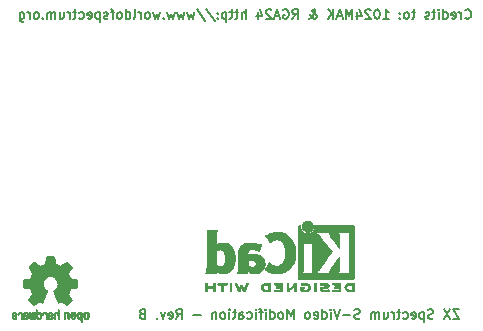
<source format=gbr>
G04 #@! TF.GenerationSoftware,KiCad,Pcbnew,(5.1.4)-1*
G04 #@! TF.CreationDate,2020-06-09T22:55:59+02:00*
G04 #@! TF.ProjectId,S-VHS ZX Spectrum Rev. B,532d5648-5320-45a5-9820-537065637472,rev?*
G04 #@! TF.SameCoordinates,Original*
G04 #@! TF.FileFunction,Legend,Bot*
G04 #@! TF.FilePolarity,Positive*
%FSLAX46Y46*%
G04 Gerber Fmt 4.6, Leading zero omitted, Abs format (unit mm)*
G04 Created by KiCad (PCBNEW (5.1.4)-1) date 2020-06-09 22:55:59*
%MOMM*%
%LPD*%
G04 APERTURE LIST*
%ADD10C,0.150000*%
%ADD11C,0.200000*%
%ADD12C,0.010000*%
G04 APERTURE END LIST*
D10*
X176235571Y-87026714D02*
X176273666Y-87064809D01*
X176387952Y-87102904D01*
X176464142Y-87102904D01*
X176578428Y-87064809D01*
X176654619Y-86988619D01*
X176692714Y-86912428D01*
X176730809Y-86760047D01*
X176730809Y-86645761D01*
X176692714Y-86493380D01*
X176654619Y-86417190D01*
X176578428Y-86341000D01*
X176464142Y-86302904D01*
X176387952Y-86302904D01*
X176273666Y-86341000D01*
X176235571Y-86379095D01*
X175892714Y-87102904D02*
X175892714Y-86569571D01*
X175892714Y-86721952D02*
X175854619Y-86645761D01*
X175816523Y-86607666D01*
X175740333Y-86569571D01*
X175664142Y-86569571D01*
X175092714Y-87064809D02*
X175168904Y-87102904D01*
X175321285Y-87102904D01*
X175397476Y-87064809D01*
X175435571Y-86988619D01*
X175435571Y-86683857D01*
X175397476Y-86607666D01*
X175321285Y-86569571D01*
X175168904Y-86569571D01*
X175092714Y-86607666D01*
X175054619Y-86683857D01*
X175054619Y-86760047D01*
X175435571Y-86836238D01*
X174368904Y-87102904D02*
X174368904Y-86302904D01*
X174368904Y-87064809D02*
X174445095Y-87102904D01*
X174597476Y-87102904D01*
X174673666Y-87064809D01*
X174711761Y-87026714D01*
X174749857Y-86950523D01*
X174749857Y-86721952D01*
X174711761Y-86645761D01*
X174673666Y-86607666D01*
X174597476Y-86569571D01*
X174445095Y-86569571D01*
X174368904Y-86607666D01*
X173987952Y-87102904D02*
X173987952Y-86569571D01*
X173987952Y-86302904D02*
X174026047Y-86341000D01*
X173987952Y-86379095D01*
X173949857Y-86341000D01*
X173987952Y-86302904D01*
X173987952Y-86379095D01*
X173721285Y-86569571D02*
X173416523Y-86569571D01*
X173607000Y-86302904D02*
X173607000Y-86988619D01*
X173568904Y-87064809D01*
X173492714Y-87102904D01*
X173416523Y-87102904D01*
X173187952Y-87064809D02*
X173111761Y-87102904D01*
X172959380Y-87102904D01*
X172883190Y-87064809D01*
X172845095Y-86988619D01*
X172845095Y-86950523D01*
X172883190Y-86874333D01*
X172959380Y-86836238D01*
X173073666Y-86836238D01*
X173149857Y-86798142D01*
X173187952Y-86721952D01*
X173187952Y-86683857D01*
X173149857Y-86607666D01*
X173073666Y-86569571D01*
X172959380Y-86569571D01*
X172883190Y-86607666D01*
X172007000Y-86569571D02*
X171702238Y-86569571D01*
X171892714Y-86302904D02*
X171892714Y-86988619D01*
X171854619Y-87064809D01*
X171778428Y-87102904D01*
X171702238Y-87102904D01*
X171321285Y-87102904D02*
X171397476Y-87064809D01*
X171435571Y-87026714D01*
X171473666Y-86950523D01*
X171473666Y-86721952D01*
X171435571Y-86645761D01*
X171397476Y-86607666D01*
X171321285Y-86569571D01*
X171207000Y-86569571D01*
X171130809Y-86607666D01*
X171092714Y-86645761D01*
X171054619Y-86721952D01*
X171054619Y-86950523D01*
X171092714Y-87026714D01*
X171130809Y-87064809D01*
X171207000Y-87102904D01*
X171321285Y-87102904D01*
X170711761Y-87026714D02*
X170673666Y-87064809D01*
X170711761Y-87102904D01*
X170749857Y-87064809D01*
X170711761Y-87026714D01*
X170711761Y-87102904D01*
X170711761Y-86607666D02*
X170673666Y-86645761D01*
X170711761Y-86683857D01*
X170749857Y-86645761D01*
X170711761Y-86607666D01*
X170711761Y-86683857D01*
X169302238Y-87102904D02*
X169759380Y-87102904D01*
X169530809Y-87102904D02*
X169530809Y-86302904D01*
X169607000Y-86417190D01*
X169683190Y-86493380D01*
X169759380Y-86531476D01*
X168807000Y-86302904D02*
X168730809Y-86302904D01*
X168654619Y-86341000D01*
X168616523Y-86379095D01*
X168578428Y-86455285D01*
X168540333Y-86607666D01*
X168540333Y-86798142D01*
X168578428Y-86950523D01*
X168616523Y-87026714D01*
X168654619Y-87064809D01*
X168730809Y-87102904D01*
X168807000Y-87102904D01*
X168883190Y-87064809D01*
X168921285Y-87026714D01*
X168959380Y-86950523D01*
X168997476Y-86798142D01*
X168997476Y-86607666D01*
X168959380Y-86455285D01*
X168921285Y-86379095D01*
X168883190Y-86341000D01*
X168807000Y-86302904D01*
X168235571Y-86379095D02*
X168197476Y-86341000D01*
X168121285Y-86302904D01*
X167930809Y-86302904D01*
X167854619Y-86341000D01*
X167816523Y-86379095D01*
X167778428Y-86455285D01*
X167778428Y-86531476D01*
X167816523Y-86645761D01*
X168273666Y-87102904D01*
X167778428Y-87102904D01*
X167092714Y-86569571D02*
X167092714Y-87102904D01*
X167283190Y-86264809D02*
X167473666Y-86836238D01*
X166978428Y-86836238D01*
X166673666Y-87102904D02*
X166673666Y-86302904D01*
X166407000Y-86874333D01*
X166140333Y-86302904D01*
X166140333Y-87102904D01*
X165797476Y-86874333D02*
X165416523Y-86874333D01*
X165873666Y-87102904D02*
X165607000Y-86302904D01*
X165340333Y-87102904D01*
X165073666Y-87102904D02*
X165073666Y-86302904D01*
X164616523Y-87102904D02*
X164959380Y-86645761D01*
X164616523Y-86302904D02*
X165073666Y-86760047D01*
X163016523Y-87102904D02*
X163054619Y-87102904D01*
X163130809Y-87064809D01*
X163245095Y-86950523D01*
X163435571Y-86721952D01*
X163511761Y-86607666D01*
X163549857Y-86493380D01*
X163549857Y-86417190D01*
X163511761Y-86341000D01*
X163435571Y-86302904D01*
X163397476Y-86302904D01*
X163321285Y-86341000D01*
X163283190Y-86417190D01*
X163283190Y-86455285D01*
X163321285Y-86531476D01*
X163359380Y-86569571D01*
X163587952Y-86721952D01*
X163626047Y-86760047D01*
X163664142Y-86836238D01*
X163664142Y-86950523D01*
X163626047Y-87026714D01*
X163587952Y-87064809D01*
X163511761Y-87102904D01*
X163397476Y-87102904D01*
X163321285Y-87064809D01*
X163283190Y-87026714D01*
X163168904Y-86874333D01*
X163130809Y-86760047D01*
X163130809Y-86683857D01*
X161607000Y-87102904D02*
X161873666Y-86721952D01*
X162064142Y-87102904D02*
X162064142Y-86302904D01*
X161759380Y-86302904D01*
X161683190Y-86341000D01*
X161645095Y-86379095D01*
X161607000Y-86455285D01*
X161607000Y-86569571D01*
X161645095Y-86645761D01*
X161683190Y-86683857D01*
X161759380Y-86721952D01*
X162064142Y-86721952D01*
X160845095Y-86341000D02*
X160921285Y-86302904D01*
X161035571Y-86302904D01*
X161149857Y-86341000D01*
X161226047Y-86417190D01*
X161264142Y-86493380D01*
X161302238Y-86645761D01*
X161302238Y-86760047D01*
X161264142Y-86912428D01*
X161226047Y-86988619D01*
X161149857Y-87064809D01*
X161035571Y-87102904D01*
X160959380Y-87102904D01*
X160845095Y-87064809D01*
X160807000Y-87026714D01*
X160807000Y-86760047D01*
X160959380Y-86760047D01*
X160502238Y-86874333D02*
X160121285Y-86874333D01*
X160578428Y-87102904D02*
X160311761Y-86302904D01*
X160045095Y-87102904D01*
X159816523Y-86379095D02*
X159778428Y-86341000D01*
X159702238Y-86302904D01*
X159511761Y-86302904D01*
X159435571Y-86341000D01*
X159397476Y-86379095D01*
X159359380Y-86455285D01*
X159359380Y-86531476D01*
X159397476Y-86645761D01*
X159854619Y-87102904D01*
X159359380Y-87102904D01*
X158673666Y-86569571D02*
X158673666Y-87102904D01*
X158864142Y-86264809D02*
X159054619Y-86836238D01*
X158559380Y-86836238D01*
X157645095Y-87102904D02*
X157645095Y-86302904D01*
X157302238Y-87102904D02*
X157302238Y-86683857D01*
X157340333Y-86607666D01*
X157416523Y-86569571D01*
X157530809Y-86569571D01*
X157607000Y-86607666D01*
X157645095Y-86645761D01*
X157035571Y-86569571D02*
X156730809Y-86569571D01*
X156921285Y-86302904D02*
X156921285Y-86988619D01*
X156883190Y-87064809D01*
X156807000Y-87102904D01*
X156730809Y-87102904D01*
X156578428Y-86569571D02*
X156273666Y-86569571D01*
X156464142Y-86302904D02*
X156464142Y-86988619D01*
X156426047Y-87064809D01*
X156349857Y-87102904D01*
X156273666Y-87102904D01*
X156007000Y-86569571D02*
X156007000Y-87369571D01*
X156007000Y-86607666D02*
X155930809Y-86569571D01*
X155778428Y-86569571D01*
X155702238Y-86607666D01*
X155664142Y-86645761D01*
X155626047Y-86721952D01*
X155626047Y-86950523D01*
X155664142Y-87026714D01*
X155702238Y-87064809D01*
X155778428Y-87102904D01*
X155930809Y-87102904D01*
X156007000Y-87064809D01*
X155283190Y-87026714D02*
X155245095Y-87064809D01*
X155283190Y-87102904D01*
X155321285Y-87064809D01*
X155283190Y-87026714D01*
X155283190Y-87102904D01*
X155283190Y-86607666D02*
X155245095Y-86645761D01*
X155283190Y-86683857D01*
X155321285Y-86645761D01*
X155283190Y-86607666D01*
X155283190Y-86683857D01*
X154330809Y-86264809D02*
X155016523Y-87293380D01*
X153492714Y-86264809D02*
X154178428Y-87293380D01*
X153302238Y-86569571D02*
X153149857Y-87102904D01*
X152997476Y-86721952D01*
X152845095Y-87102904D01*
X152692714Y-86569571D01*
X152464142Y-86569571D02*
X152311761Y-87102904D01*
X152159380Y-86721952D01*
X152007000Y-87102904D01*
X151854619Y-86569571D01*
X151626047Y-86569571D02*
X151473666Y-87102904D01*
X151321285Y-86721952D01*
X151168904Y-87102904D01*
X151016523Y-86569571D01*
X150711761Y-87026714D02*
X150673666Y-87064809D01*
X150711761Y-87102904D01*
X150749857Y-87064809D01*
X150711761Y-87026714D01*
X150711761Y-87102904D01*
X150407000Y-86569571D02*
X150254619Y-87102904D01*
X150102238Y-86721952D01*
X149949857Y-87102904D01*
X149797476Y-86569571D01*
X149378428Y-87102904D02*
X149454619Y-87064809D01*
X149492714Y-87026714D01*
X149530809Y-86950523D01*
X149530809Y-86721952D01*
X149492714Y-86645761D01*
X149454619Y-86607666D01*
X149378428Y-86569571D01*
X149264142Y-86569571D01*
X149187952Y-86607666D01*
X149149857Y-86645761D01*
X149111761Y-86721952D01*
X149111761Y-86950523D01*
X149149857Y-87026714D01*
X149187952Y-87064809D01*
X149264142Y-87102904D01*
X149378428Y-87102904D01*
X148768904Y-87102904D02*
X148768904Y-86569571D01*
X148768904Y-86721952D02*
X148730809Y-86645761D01*
X148692714Y-86607666D01*
X148616523Y-86569571D01*
X148540333Y-86569571D01*
X148159380Y-87102904D02*
X148235571Y-87064809D01*
X148273666Y-86988619D01*
X148273666Y-86302904D01*
X147511761Y-87102904D02*
X147511761Y-86302904D01*
X147511761Y-87064809D02*
X147587952Y-87102904D01*
X147740333Y-87102904D01*
X147816523Y-87064809D01*
X147854619Y-87026714D01*
X147892714Y-86950523D01*
X147892714Y-86721952D01*
X147854619Y-86645761D01*
X147816523Y-86607666D01*
X147740333Y-86569571D01*
X147587952Y-86569571D01*
X147511761Y-86607666D01*
X147016523Y-87102904D02*
X147092714Y-87064809D01*
X147130809Y-87026714D01*
X147168904Y-86950523D01*
X147168904Y-86721952D01*
X147130809Y-86645761D01*
X147092714Y-86607666D01*
X147016523Y-86569571D01*
X146902238Y-86569571D01*
X146826047Y-86607666D01*
X146787952Y-86645761D01*
X146749857Y-86721952D01*
X146749857Y-86950523D01*
X146787952Y-87026714D01*
X146826047Y-87064809D01*
X146902238Y-87102904D01*
X147016523Y-87102904D01*
X146521285Y-86569571D02*
X146216523Y-86569571D01*
X146407000Y-87102904D02*
X146407000Y-86417190D01*
X146368904Y-86341000D01*
X146292714Y-86302904D01*
X146216523Y-86302904D01*
X145987952Y-87064809D02*
X145911761Y-87102904D01*
X145759380Y-87102904D01*
X145683190Y-87064809D01*
X145645095Y-86988619D01*
X145645095Y-86950523D01*
X145683190Y-86874333D01*
X145759380Y-86836238D01*
X145873666Y-86836238D01*
X145949857Y-86798142D01*
X145987952Y-86721952D01*
X145987952Y-86683857D01*
X145949857Y-86607666D01*
X145873666Y-86569571D01*
X145759380Y-86569571D01*
X145683190Y-86607666D01*
X145302238Y-86569571D02*
X145302238Y-87369571D01*
X145302238Y-86607666D02*
X145226047Y-86569571D01*
X145073666Y-86569571D01*
X144997476Y-86607666D01*
X144959380Y-86645761D01*
X144921285Y-86721952D01*
X144921285Y-86950523D01*
X144959380Y-87026714D01*
X144997476Y-87064809D01*
X145073666Y-87102904D01*
X145226047Y-87102904D01*
X145302238Y-87064809D01*
X144273666Y-87064809D02*
X144349857Y-87102904D01*
X144502238Y-87102904D01*
X144578428Y-87064809D01*
X144616523Y-86988619D01*
X144616523Y-86683857D01*
X144578428Y-86607666D01*
X144502238Y-86569571D01*
X144349857Y-86569571D01*
X144273666Y-86607666D01*
X144235571Y-86683857D01*
X144235571Y-86760047D01*
X144616523Y-86836238D01*
X143549857Y-87064809D02*
X143626047Y-87102904D01*
X143778428Y-87102904D01*
X143854619Y-87064809D01*
X143892714Y-87026714D01*
X143930809Y-86950523D01*
X143930809Y-86721952D01*
X143892714Y-86645761D01*
X143854619Y-86607666D01*
X143778428Y-86569571D01*
X143626047Y-86569571D01*
X143549857Y-86607666D01*
X143321285Y-86569571D02*
X143016523Y-86569571D01*
X143207000Y-86302904D02*
X143207000Y-86988619D01*
X143168904Y-87064809D01*
X143092714Y-87102904D01*
X143016523Y-87102904D01*
X142749857Y-87102904D02*
X142749857Y-86569571D01*
X142749857Y-86721952D02*
X142711761Y-86645761D01*
X142673666Y-86607666D01*
X142597476Y-86569571D01*
X142521285Y-86569571D01*
X141911761Y-86569571D02*
X141911761Y-87102904D01*
X142254619Y-86569571D02*
X142254619Y-86988619D01*
X142216523Y-87064809D01*
X142140333Y-87102904D01*
X142026047Y-87102904D01*
X141949857Y-87064809D01*
X141911761Y-87026714D01*
X141530809Y-87102904D02*
X141530809Y-86569571D01*
X141530809Y-86645761D02*
X141492714Y-86607666D01*
X141416523Y-86569571D01*
X141302238Y-86569571D01*
X141226047Y-86607666D01*
X141187952Y-86683857D01*
X141187952Y-87102904D01*
X141187952Y-86683857D02*
X141149857Y-86607666D01*
X141073666Y-86569571D01*
X140959380Y-86569571D01*
X140883190Y-86607666D01*
X140845095Y-86683857D01*
X140845095Y-87102904D01*
X140464142Y-87026714D02*
X140426047Y-87064809D01*
X140464142Y-87102904D01*
X140502238Y-87064809D01*
X140464142Y-87026714D01*
X140464142Y-87102904D01*
X139968904Y-87102904D02*
X140045095Y-87064809D01*
X140083190Y-87026714D01*
X140121285Y-86950523D01*
X140121285Y-86721952D01*
X140083190Y-86645761D01*
X140045095Y-86607666D01*
X139968904Y-86569571D01*
X139854619Y-86569571D01*
X139778428Y-86607666D01*
X139740333Y-86645761D01*
X139702238Y-86721952D01*
X139702238Y-86950523D01*
X139740333Y-87026714D01*
X139778428Y-87064809D01*
X139854619Y-87102904D01*
X139968904Y-87102904D01*
X139359380Y-87102904D02*
X139359380Y-86569571D01*
X139359380Y-86721952D02*
X139321285Y-86645761D01*
X139283190Y-86607666D01*
X139207000Y-86569571D01*
X139130809Y-86569571D01*
X138521285Y-86569571D02*
X138521285Y-87217190D01*
X138559380Y-87293380D01*
X138597476Y-87331476D01*
X138673666Y-87369571D01*
X138787952Y-87369571D01*
X138864142Y-87331476D01*
X138521285Y-87064809D02*
X138597476Y-87102904D01*
X138749857Y-87102904D01*
X138826047Y-87064809D01*
X138864142Y-87026714D01*
X138902238Y-86950523D01*
X138902238Y-86721952D01*
X138864142Y-86645761D01*
X138826047Y-86607666D01*
X138749857Y-86569571D01*
X138597476Y-86569571D01*
X138521285Y-86607666D01*
D11*
X175702809Y-111702904D02*
X175169476Y-111702904D01*
X175702809Y-112502904D01*
X175169476Y-112502904D01*
X174940904Y-111702904D02*
X174407571Y-112502904D01*
X174407571Y-111702904D02*
X174940904Y-112502904D01*
X173531380Y-112464809D02*
X173417095Y-112502904D01*
X173226619Y-112502904D01*
X173150428Y-112464809D01*
X173112333Y-112426714D01*
X173074238Y-112350523D01*
X173074238Y-112274333D01*
X173112333Y-112198142D01*
X173150428Y-112160047D01*
X173226619Y-112121952D01*
X173379000Y-112083857D01*
X173455190Y-112045761D01*
X173493285Y-112007666D01*
X173531380Y-111931476D01*
X173531380Y-111855285D01*
X173493285Y-111779095D01*
X173455190Y-111741000D01*
X173379000Y-111702904D01*
X173188523Y-111702904D01*
X173074238Y-111741000D01*
X172731380Y-111969571D02*
X172731380Y-112769571D01*
X172731380Y-112007666D02*
X172655190Y-111969571D01*
X172502809Y-111969571D01*
X172426619Y-112007666D01*
X172388523Y-112045761D01*
X172350428Y-112121952D01*
X172350428Y-112350523D01*
X172388523Y-112426714D01*
X172426619Y-112464809D01*
X172502809Y-112502904D01*
X172655190Y-112502904D01*
X172731380Y-112464809D01*
X171702809Y-112464809D02*
X171779000Y-112502904D01*
X171931380Y-112502904D01*
X172007571Y-112464809D01*
X172045666Y-112388619D01*
X172045666Y-112083857D01*
X172007571Y-112007666D01*
X171931380Y-111969571D01*
X171779000Y-111969571D01*
X171702809Y-112007666D01*
X171664714Y-112083857D01*
X171664714Y-112160047D01*
X172045666Y-112236238D01*
X170979000Y-112464809D02*
X171055190Y-112502904D01*
X171207571Y-112502904D01*
X171283761Y-112464809D01*
X171321857Y-112426714D01*
X171359952Y-112350523D01*
X171359952Y-112121952D01*
X171321857Y-112045761D01*
X171283761Y-112007666D01*
X171207571Y-111969571D01*
X171055190Y-111969571D01*
X170979000Y-112007666D01*
X170750428Y-111969571D02*
X170445666Y-111969571D01*
X170636142Y-111702904D02*
X170636142Y-112388619D01*
X170598047Y-112464809D01*
X170521857Y-112502904D01*
X170445666Y-112502904D01*
X170179000Y-112502904D02*
X170179000Y-111969571D01*
X170179000Y-112121952D02*
X170140904Y-112045761D01*
X170102809Y-112007666D01*
X170026619Y-111969571D01*
X169950428Y-111969571D01*
X169340904Y-111969571D02*
X169340904Y-112502904D01*
X169683761Y-111969571D02*
X169683761Y-112388619D01*
X169645666Y-112464809D01*
X169569476Y-112502904D01*
X169455190Y-112502904D01*
X169379000Y-112464809D01*
X169340904Y-112426714D01*
X168959952Y-112502904D02*
X168959952Y-111969571D01*
X168959952Y-112045761D02*
X168921857Y-112007666D01*
X168845666Y-111969571D01*
X168731380Y-111969571D01*
X168655190Y-112007666D01*
X168617095Y-112083857D01*
X168617095Y-112502904D01*
X168617095Y-112083857D02*
X168579000Y-112007666D01*
X168502809Y-111969571D01*
X168388523Y-111969571D01*
X168312333Y-112007666D01*
X168274238Y-112083857D01*
X168274238Y-112502904D01*
X167321857Y-112464809D02*
X167207571Y-112502904D01*
X167017095Y-112502904D01*
X166940904Y-112464809D01*
X166902809Y-112426714D01*
X166864714Y-112350523D01*
X166864714Y-112274333D01*
X166902809Y-112198142D01*
X166940904Y-112160047D01*
X167017095Y-112121952D01*
X167169476Y-112083857D01*
X167245666Y-112045761D01*
X167283761Y-112007666D01*
X167321857Y-111931476D01*
X167321857Y-111855285D01*
X167283761Y-111779095D01*
X167245666Y-111741000D01*
X167169476Y-111702904D01*
X166979000Y-111702904D01*
X166864714Y-111741000D01*
X166521857Y-112198142D02*
X165912333Y-112198142D01*
X165645666Y-111702904D02*
X165379000Y-112502904D01*
X165112333Y-111702904D01*
X164845666Y-112502904D02*
X164845666Y-111969571D01*
X164845666Y-111702904D02*
X164883761Y-111741000D01*
X164845666Y-111779095D01*
X164807571Y-111741000D01*
X164845666Y-111702904D01*
X164845666Y-111779095D01*
X164121857Y-112502904D02*
X164121857Y-111702904D01*
X164121857Y-112464809D02*
X164198047Y-112502904D01*
X164350428Y-112502904D01*
X164426619Y-112464809D01*
X164464714Y-112426714D01*
X164502809Y-112350523D01*
X164502809Y-112121952D01*
X164464714Y-112045761D01*
X164426619Y-112007666D01*
X164350428Y-111969571D01*
X164198047Y-111969571D01*
X164121857Y-112007666D01*
X163436142Y-112464809D02*
X163512333Y-112502904D01*
X163664714Y-112502904D01*
X163740904Y-112464809D01*
X163779000Y-112388619D01*
X163779000Y-112083857D01*
X163740904Y-112007666D01*
X163664714Y-111969571D01*
X163512333Y-111969571D01*
X163436142Y-112007666D01*
X163398047Y-112083857D01*
X163398047Y-112160047D01*
X163779000Y-112236238D01*
X162940904Y-112502904D02*
X163017095Y-112464809D01*
X163055190Y-112426714D01*
X163093285Y-112350523D01*
X163093285Y-112121952D01*
X163055190Y-112045761D01*
X163017095Y-112007666D01*
X162940904Y-111969571D01*
X162826619Y-111969571D01*
X162750428Y-112007666D01*
X162712333Y-112045761D01*
X162674238Y-112121952D01*
X162674238Y-112350523D01*
X162712333Y-112426714D01*
X162750428Y-112464809D01*
X162826619Y-112502904D01*
X162940904Y-112502904D01*
X161721857Y-112502904D02*
X161721857Y-111702904D01*
X161455190Y-112274333D01*
X161188523Y-111702904D01*
X161188523Y-112502904D01*
X160693285Y-112502904D02*
X160769476Y-112464809D01*
X160807571Y-112426714D01*
X160845666Y-112350523D01*
X160845666Y-112121952D01*
X160807571Y-112045761D01*
X160769476Y-112007666D01*
X160693285Y-111969571D01*
X160579000Y-111969571D01*
X160502809Y-112007666D01*
X160464714Y-112045761D01*
X160426619Y-112121952D01*
X160426619Y-112350523D01*
X160464714Y-112426714D01*
X160502809Y-112464809D01*
X160579000Y-112502904D01*
X160693285Y-112502904D01*
X159740904Y-112502904D02*
X159740904Y-111702904D01*
X159740904Y-112464809D02*
X159817095Y-112502904D01*
X159969476Y-112502904D01*
X160045666Y-112464809D01*
X160083761Y-112426714D01*
X160121857Y-112350523D01*
X160121857Y-112121952D01*
X160083761Y-112045761D01*
X160045666Y-112007666D01*
X159969476Y-111969571D01*
X159817095Y-111969571D01*
X159740904Y-112007666D01*
X159359952Y-112502904D02*
X159359952Y-111969571D01*
X159359952Y-111702904D02*
X159398047Y-111741000D01*
X159359952Y-111779095D01*
X159321857Y-111741000D01*
X159359952Y-111702904D01*
X159359952Y-111779095D01*
X159093285Y-111969571D02*
X158788523Y-111969571D01*
X158979000Y-112502904D02*
X158979000Y-111817190D01*
X158940904Y-111741000D01*
X158864714Y-111702904D01*
X158788523Y-111702904D01*
X158521857Y-112502904D02*
X158521857Y-111969571D01*
X158521857Y-111702904D02*
X158559952Y-111741000D01*
X158521857Y-111779095D01*
X158483761Y-111741000D01*
X158521857Y-111702904D01*
X158521857Y-111779095D01*
X157798047Y-112464809D02*
X157874238Y-112502904D01*
X158026619Y-112502904D01*
X158102809Y-112464809D01*
X158140904Y-112426714D01*
X158179000Y-112350523D01*
X158179000Y-112121952D01*
X158140904Y-112045761D01*
X158102809Y-112007666D01*
X158026619Y-111969571D01*
X157874238Y-111969571D01*
X157798047Y-112007666D01*
X157112333Y-112502904D02*
X157112333Y-112083857D01*
X157150428Y-112007666D01*
X157226619Y-111969571D01*
X157379000Y-111969571D01*
X157455190Y-112007666D01*
X157112333Y-112464809D02*
X157188523Y-112502904D01*
X157379000Y-112502904D01*
X157455190Y-112464809D01*
X157493285Y-112388619D01*
X157493285Y-112312428D01*
X157455190Y-112236238D01*
X157379000Y-112198142D01*
X157188523Y-112198142D01*
X157112333Y-112160047D01*
X156845666Y-111969571D02*
X156540904Y-111969571D01*
X156731380Y-111702904D02*
X156731380Y-112388619D01*
X156693285Y-112464809D01*
X156617095Y-112502904D01*
X156540904Y-112502904D01*
X156274238Y-112502904D02*
X156274238Y-111969571D01*
X156274238Y-111702904D02*
X156312333Y-111741000D01*
X156274238Y-111779095D01*
X156236142Y-111741000D01*
X156274238Y-111702904D01*
X156274238Y-111779095D01*
X155779000Y-112502904D02*
X155855190Y-112464809D01*
X155893285Y-112426714D01*
X155931380Y-112350523D01*
X155931380Y-112121952D01*
X155893285Y-112045761D01*
X155855190Y-112007666D01*
X155779000Y-111969571D01*
X155664714Y-111969571D01*
X155588523Y-112007666D01*
X155550428Y-112045761D01*
X155512333Y-112121952D01*
X155512333Y-112350523D01*
X155550428Y-112426714D01*
X155588523Y-112464809D01*
X155664714Y-112502904D01*
X155779000Y-112502904D01*
X155169476Y-111969571D02*
X155169476Y-112502904D01*
X155169476Y-112045761D02*
X155131380Y-112007666D01*
X155055190Y-111969571D01*
X154940904Y-111969571D01*
X154864714Y-112007666D01*
X154826619Y-112083857D01*
X154826619Y-112502904D01*
X153836142Y-112198142D02*
X153226619Y-112198142D01*
X151779000Y-112502904D02*
X152045666Y-112121952D01*
X152236142Y-112502904D02*
X152236142Y-111702904D01*
X151931380Y-111702904D01*
X151855190Y-111741000D01*
X151817095Y-111779095D01*
X151779000Y-111855285D01*
X151779000Y-111969571D01*
X151817095Y-112045761D01*
X151855190Y-112083857D01*
X151931380Y-112121952D01*
X152236142Y-112121952D01*
X151131380Y-112464809D02*
X151207571Y-112502904D01*
X151359952Y-112502904D01*
X151436142Y-112464809D01*
X151474238Y-112388619D01*
X151474238Y-112083857D01*
X151436142Y-112007666D01*
X151359952Y-111969571D01*
X151207571Y-111969571D01*
X151131380Y-112007666D01*
X151093285Y-112083857D01*
X151093285Y-112160047D01*
X151474238Y-112236238D01*
X150826619Y-111969571D02*
X150636142Y-112502904D01*
X150445666Y-111969571D01*
X150140904Y-112426714D02*
X150102809Y-112464809D01*
X150140904Y-112502904D01*
X150179000Y-112464809D01*
X150140904Y-112426714D01*
X150140904Y-112502904D01*
X148883761Y-112083857D02*
X148769476Y-112121952D01*
X148731380Y-112160047D01*
X148693285Y-112236238D01*
X148693285Y-112350523D01*
X148731380Y-112426714D01*
X148769476Y-112464809D01*
X148845666Y-112502904D01*
X149150428Y-112502904D01*
X149150428Y-111702904D01*
X148883761Y-111702904D01*
X148807571Y-111741000D01*
X148769476Y-111779095D01*
X148731380Y-111855285D01*
X148731380Y-111931476D01*
X148769476Y-112007666D01*
X148807571Y-112045761D01*
X148883761Y-112083857D01*
X149150428Y-112083857D01*
D12*
G36*
X166649371Y-109457066D02*
G01*
X166609889Y-109457467D01*
X166494200Y-109460259D01*
X166397311Y-109468550D01*
X166315919Y-109483232D01*
X166246723Y-109505193D01*
X166186420Y-109535322D01*
X166131708Y-109574510D01*
X166112167Y-109591532D01*
X166079750Y-109631363D01*
X166050520Y-109685413D01*
X166027991Y-109745323D01*
X166015679Y-109802739D01*
X166014400Y-109823956D01*
X166022417Y-109882769D01*
X166043899Y-109947013D01*
X166074999Y-110007821D01*
X166111866Y-110056330D01*
X166117854Y-110062182D01*
X166168579Y-110103321D01*
X166224125Y-110135435D01*
X166287696Y-110159365D01*
X166362494Y-110175953D01*
X166451722Y-110186041D01*
X166558582Y-110190469D01*
X166607528Y-110190845D01*
X166669762Y-110190545D01*
X166713528Y-110189292D01*
X166742931Y-110186554D01*
X166762079Y-110181801D01*
X166775077Y-110174501D01*
X166782045Y-110168267D01*
X166788626Y-110160694D01*
X166793788Y-110150924D01*
X166797703Y-110136340D01*
X166800543Y-110114326D01*
X166802480Y-110082264D01*
X166803684Y-110037536D01*
X166804328Y-109977526D01*
X166804583Y-109899617D01*
X166804622Y-109823956D01*
X166804870Y-109723041D01*
X166804817Y-109642427D01*
X166803857Y-109603822D01*
X166657867Y-109603822D01*
X166657867Y-110044089D01*
X166564734Y-110044004D01*
X166508693Y-110042396D01*
X166449999Y-110038256D01*
X166401028Y-110032464D01*
X166399538Y-110032226D01*
X166320392Y-110013090D01*
X166259002Y-109983287D01*
X166212305Y-109940878D01*
X166182635Y-109894961D01*
X166164353Y-109844026D01*
X166165771Y-109796200D01*
X166186988Y-109744933D01*
X166228489Y-109691899D01*
X166285998Y-109652600D01*
X166360750Y-109626331D01*
X166410708Y-109617035D01*
X166467416Y-109610507D01*
X166527519Y-109605782D01*
X166578639Y-109603817D01*
X166581667Y-109603808D01*
X166657867Y-109603822D01*
X166803857Y-109603822D01*
X166803260Y-109579851D01*
X166798998Y-109533055D01*
X166790830Y-109499778D01*
X166777556Y-109477759D01*
X166757974Y-109464739D01*
X166730883Y-109458457D01*
X166695082Y-109456653D01*
X166649371Y-109457066D01*
X166649371Y-109457066D01*
G37*
X166649371Y-109457066D02*
X166609889Y-109457467D01*
X166494200Y-109460259D01*
X166397311Y-109468550D01*
X166315919Y-109483232D01*
X166246723Y-109505193D01*
X166186420Y-109535322D01*
X166131708Y-109574510D01*
X166112167Y-109591532D01*
X166079750Y-109631363D01*
X166050520Y-109685413D01*
X166027991Y-109745323D01*
X166015679Y-109802739D01*
X166014400Y-109823956D01*
X166022417Y-109882769D01*
X166043899Y-109947013D01*
X166074999Y-110007821D01*
X166111866Y-110056330D01*
X166117854Y-110062182D01*
X166168579Y-110103321D01*
X166224125Y-110135435D01*
X166287696Y-110159365D01*
X166362494Y-110175953D01*
X166451722Y-110186041D01*
X166558582Y-110190469D01*
X166607528Y-110190845D01*
X166669762Y-110190545D01*
X166713528Y-110189292D01*
X166742931Y-110186554D01*
X166762079Y-110181801D01*
X166775077Y-110174501D01*
X166782045Y-110168267D01*
X166788626Y-110160694D01*
X166793788Y-110150924D01*
X166797703Y-110136340D01*
X166800543Y-110114326D01*
X166802480Y-110082264D01*
X166803684Y-110037536D01*
X166804328Y-109977526D01*
X166804583Y-109899617D01*
X166804622Y-109823956D01*
X166804870Y-109723041D01*
X166804817Y-109642427D01*
X166803857Y-109603822D01*
X166657867Y-109603822D01*
X166657867Y-110044089D01*
X166564734Y-110044004D01*
X166508693Y-110042396D01*
X166449999Y-110038256D01*
X166401028Y-110032464D01*
X166399538Y-110032226D01*
X166320392Y-110013090D01*
X166259002Y-109983287D01*
X166212305Y-109940878D01*
X166182635Y-109894961D01*
X166164353Y-109844026D01*
X166165771Y-109796200D01*
X166186988Y-109744933D01*
X166228489Y-109691899D01*
X166285998Y-109652600D01*
X166360750Y-109626331D01*
X166410708Y-109617035D01*
X166467416Y-109610507D01*
X166527519Y-109605782D01*
X166578639Y-109603817D01*
X166581667Y-109603808D01*
X166657867Y-109603822D01*
X166803857Y-109603822D01*
X166803260Y-109579851D01*
X166798998Y-109533055D01*
X166790830Y-109499778D01*
X166777556Y-109477759D01*
X166757974Y-109464739D01*
X166730883Y-109458457D01*
X166695082Y-109456653D01*
X166649371Y-109457066D01*
G36*
X165240794Y-109457146D02*
G01*
X165171386Y-109457518D01*
X165118997Y-109458385D01*
X165080847Y-109459946D01*
X165054159Y-109462403D01*
X165036153Y-109465957D01*
X165024049Y-109470810D01*
X165015069Y-109477161D01*
X165011818Y-109480084D01*
X164992043Y-109511142D01*
X164988482Y-109546828D01*
X165001491Y-109578510D01*
X165007506Y-109584913D01*
X165017235Y-109591121D01*
X165032901Y-109595910D01*
X165057408Y-109599514D01*
X165093661Y-109602164D01*
X165144565Y-109604095D01*
X165213026Y-109605539D01*
X165275617Y-109606418D01*
X165523334Y-109609467D01*
X165526719Y-109674378D01*
X165530105Y-109739289D01*
X165361958Y-109739289D01*
X165288959Y-109739919D01*
X165235517Y-109742553D01*
X165198628Y-109748309D01*
X165175288Y-109758304D01*
X165162494Y-109773656D01*
X165157242Y-109795482D01*
X165156445Y-109815738D01*
X165158923Y-109840592D01*
X165168277Y-109858906D01*
X165187383Y-109871637D01*
X165219118Y-109879741D01*
X165266359Y-109884176D01*
X165331983Y-109885899D01*
X165367801Y-109886045D01*
X165528978Y-109886045D01*
X165528978Y-110044089D01*
X165280622Y-110044089D01*
X165199213Y-110044202D01*
X165137342Y-110044712D01*
X165091968Y-110045870D01*
X165060054Y-110047930D01*
X165038559Y-110051146D01*
X165024443Y-110055772D01*
X165014668Y-110062059D01*
X165009689Y-110066667D01*
X164992610Y-110093560D01*
X164987111Y-110117467D01*
X164994963Y-110146667D01*
X165009689Y-110168267D01*
X165017546Y-110175066D01*
X165027688Y-110180346D01*
X165042844Y-110184298D01*
X165065741Y-110187113D01*
X165099109Y-110188982D01*
X165145675Y-110190098D01*
X165208167Y-110190651D01*
X165289314Y-110190833D01*
X165331422Y-110190845D01*
X165421598Y-110190765D01*
X165491924Y-110190398D01*
X165545129Y-110189552D01*
X165583940Y-110188036D01*
X165611087Y-110185659D01*
X165629298Y-110182229D01*
X165641300Y-110177554D01*
X165649822Y-110171444D01*
X165653156Y-110168267D01*
X165659755Y-110160670D01*
X165664927Y-110150870D01*
X165668846Y-110136239D01*
X165671684Y-110114152D01*
X165673615Y-110081982D01*
X165674812Y-110037103D01*
X165675448Y-109976889D01*
X165675697Y-109898713D01*
X165675734Y-109825923D01*
X165675700Y-109732707D01*
X165675465Y-109659431D01*
X165674830Y-109603458D01*
X165673594Y-109562151D01*
X165671556Y-109532872D01*
X165668517Y-109512984D01*
X165664277Y-109499850D01*
X165658635Y-109490832D01*
X165651391Y-109483293D01*
X165649606Y-109481612D01*
X165640945Y-109474172D01*
X165630882Y-109468409D01*
X165616625Y-109464112D01*
X165595383Y-109461064D01*
X165564364Y-109459051D01*
X165520777Y-109457860D01*
X165461831Y-109457275D01*
X165384734Y-109457083D01*
X165330001Y-109457067D01*
X165240794Y-109457146D01*
X165240794Y-109457146D01*
G37*
X165240794Y-109457146D02*
X165171386Y-109457518D01*
X165118997Y-109458385D01*
X165080847Y-109459946D01*
X165054159Y-109462403D01*
X165036153Y-109465957D01*
X165024049Y-109470810D01*
X165015069Y-109477161D01*
X165011818Y-109480084D01*
X164992043Y-109511142D01*
X164988482Y-109546828D01*
X165001491Y-109578510D01*
X165007506Y-109584913D01*
X165017235Y-109591121D01*
X165032901Y-109595910D01*
X165057408Y-109599514D01*
X165093661Y-109602164D01*
X165144565Y-109604095D01*
X165213026Y-109605539D01*
X165275617Y-109606418D01*
X165523334Y-109609467D01*
X165526719Y-109674378D01*
X165530105Y-109739289D01*
X165361958Y-109739289D01*
X165288959Y-109739919D01*
X165235517Y-109742553D01*
X165198628Y-109748309D01*
X165175288Y-109758304D01*
X165162494Y-109773656D01*
X165157242Y-109795482D01*
X165156445Y-109815738D01*
X165158923Y-109840592D01*
X165168277Y-109858906D01*
X165187383Y-109871637D01*
X165219118Y-109879741D01*
X165266359Y-109884176D01*
X165331983Y-109885899D01*
X165367801Y-109886045D01*
X165528978Y-109886045D01*
X165528978Y-110044089D01*
X165280622Y-110044089D01*
X165199213Y-110044202D01*
X165137342Y-110044712D01*
X165091968Y-110045870D01*
X165060054Y-110047930D01*
X165038559Y-110051146D01*
X165024443Y-110055772D01*
X165014668Y-110062059D01*
X165009689Y-110066667D01*
X164992610Y-110093560D01*
X164987111Y-110117467D01*
X164994963Y-110146667D01*
X165009689Y-110168267D01*
X165017546Y-110175066D01*
X165027688Y-110180346D01*
X165042844Y-110184298D01*
X165065741Y-110187113D01*
X165099109Y-110188982D01*
X165145675Y-110190098D01*
X165208167Y-110190651D01*
X165289314Y-110190833D01*
X165331422Y-110190845D01*
X165421598Y-110190765D01*
X165491924Y-110190398D01*
X165545129Y-110189552D01*
X165583940Y-110188036D01*
X165611087Y-110185659D01*
X165629298Y-110182229D01*
X165641300Y-110177554D01*
X165649822Y-110171444D01*
X165653156Y-110168267D01*
X165659755Y-110160670D01*
X165664927Y-110150870D01*
X165668846Y-110136239D01*
X165671684Y-110114152D01*
X165673615Y-110081982D01*
X165674812Y-110037103D01*
X165675448Y-109976889D01*
X165675697Y-109898713D01*
X165675734Y-109825923D01*
X165675700Y-109732707D01*
X165675465Y-109659431D01*
X165674830Y-109603458D01*
X165673594Y-109562151D01*
X165671556Y-109532872D01*
X165668517Y-109512984D01*
X165664277Y-109499850D01*
X165658635Y-109490832D01*
X165651391Y-109483293D01*
X165649606Y-109481612D01*
X165640945Y-109474172D01*
X165630882Y-109468409D01*
X165616625Y-109464112D01*
X165595383Y-109461064D01*
X165564364Y-109459051D01*
X165520777Y-109457860D01*
X165461831Y-109457275D01*
X165384734Y-109457083D01*
X165330001Y-109457067D01*
X165240794Y-109457146D01*
G36*
X164219703Y-109458351D02*
G01*
X164144888Y-109463581D01*
X164075306Y-109471750D01*
X164015002Y-109482550D01*
X163968020Y-109495673D01*
X163938406Y-109510813D01*
X163933860Y-109515269D01*
X163918054Y-109549850D01*
X163922847Y-109585351D01*
X163947364Y-109615725D01*
X163948534Y-109616596D01*
X163962954Y-109625954D01*
X163978008Y-109630876D01*
X163999005Y-109631473D01*
X164031257Y-109627861D01*
X164080073Y-109620154D01*
X164084000Y-109619505D01*
X164156739Y-109610569D01*
X164235217Y-109606161D01*
X164313927Y-109606119D01*
X164387361Y-109610279D01*
X164450011Y-109618479D01*
X164496370Y-109630557D01*
X164499416Y-109631771D01*
X164533048Y-109650615D01*
X164544864Y-109669685D01*
X164535614Y-109688439D01*
X164506047Y-109706337D01*
X164456911Y-109722837D01*
X164388957Y-109737396D01*
X164343645Y-109744406D01*
X164249456Y-109757889D01*
X164174544Y-109770214D01*
X164115717Y-109782449D01*
X164069785Y-109795661D01*
X164033555Y-109810917D01*
X164003838Y-109829285D01*
X163977442Y-109851831D01*
X163956230Y-109873971D01*
X163931065Y-109904819D01*
X163918681Y-109931345D01*
X163914808Y-109964026D01*
X163914667Y-109975995D01*
X163917576Y-110015712D01*
X163929202Y-110045259D01*
X163949323Y-110071486D01*
X163990216Y-110111576D01*
X164035817Y-110142149D01*
X164089513Y-110164203D01*
X164154692Y-110178735D01*
X164234744Y-110186741D01*
X164333057Y-110189218D01*
X164349289Y-110189177D01*
X164414849Y-110187818D01*
X164479866Y-110184730D01*
X164537252Y-110180356D01*
X164579922Y-110175140D01*
X164583372Y-110174541D01*
X164625796Y-110164491D01*
X164661780Y-110151796D01*
X164682150Y-110140190D01*
X164701107Y-110109572D01*
X164702427Y-110073918D01*
X164686085Y-110042144D01*
X164682429Y-110038551D01*
X164667315Y-110027876D01*
X164648415Y-110023276D01*
X164619162Y-110024059D01*
X164583651Y-110028127D01*
X164543970Y-110031762D01*
X164488345Y-110034828D01*
X164423406Y-110037053D01*
X164355785Y-110038164D01*
X164338000Y-110038237D01*
X164270128Y-110037964D01*
X164220454Y-110036646D01*
X164184610Y-110033827D01*
X164158224Y-110029050D01*
X164136926Y-110021857D01*
X164124126Y-110015867D01*
X164096000Y-109999233D01*
X164078068Y-109984168D01*
X164075447Y-109979897D01*
X164080976Y-109962263D01*
X164107260Y-109945192D01*
X164152478Y-109929458D01*
X164214808Y-109915838D01*
X164233171Y-109912804D01*
X164329090Y-109897738D01*
X164405641Y-109885146D01*
X164465780Y-109874111D01*
X164512460Y-109863720D01*
X164548637Y-109853056D01*
X164577265Y-109841205D01*
X164601298Y-109827251D01*
X164623692Y-109810281D01*
X164647402Y-109789378D01*
X164655380Y-109782049D01*
X164683353Y-109754699D01*
X164698160Y-109733029D01*
X164703952Y-109708232D01*
X164704889Y-109676983D01*
X164694575Y-109615705D01*
X164663752Y-109563640D01*
X164612595Y-109520958D01*
X164541283Y-109487825D01*
X164490400Y-109472964D01*
X164435100Y-109463366D01*
X164368853Y-109457936D01*
X164295706Y-109456367D01*
X164219703Y-109458351D01*
X164219703Y-109458351D01*
G37*
X164219703Y-109458351D02*
X164144888Y-109463581D01*
X164075306Y-109471750D01*
X164015002Y-109482550D01*
X163968020Y-109495673D01*
X163938406Y-109510813D01*
X163933860Y-109515269D01*
X163918054Y-109549850D01*
X163922847Y-109585351D01*
X163947364Y-109615725D01*
X163948534Y-109616596D01*
X163962954Y-109625954D01*
X163978008Y-109630876D01*
X163999005Y-109631473D01*
X164031257Y-109627861D01*
X164080073Y-109620154D01*
X164084000Y-109619505D01*
X164156739Y-109610569D01*
X164235217Y-109606161D01*
X164313927Y-109606119D01*
X164387361Y-109610279D01*
X164450011Y-109618479D01*
X164496370Y-109630557D01*
X164499416Y-109631771D01*
X164533048Y-109650615D01*
X164544864Y-109669685D01*
X164535614Y-109688439D01*
X164506047Y-109706337D01*
X164456911Y-109722837D01*
X164388957Y-109737396D01*
X164343645Y-109744406D01*
X164249456Y-109757889D01*
X164174544Y-109770214D01*
X164115717Y-109782449D01*
X164069785Y-109795661D01*
X164033555Y-109810917D01*
X164003838Y-109829285D01*
X163977442Y-109851831D01*
X163956230Y-109873971D01*
X163931065Y-109904819D01*
X163918681Y-109931345D01*
X163914808Y-109964026D01*
X163914667Y-109975995D01*
X163917576Y-110015712D01*
X163929202Y-110045259D01*
X163949323Y-110071486D01*
X163990216Y-110111576D01*
X164035817Y-110142149D01*
X164089513Y-110164203D01*
X164154692Y-110178735D01*
X164234744Y-110186741D01*
X164333057Y-110189218D01*
X164349289Y-110189177D01*
X164414849Y-110187818D01*
X164479866Y-110184730D01*
X164537252Y-110180356D01*
X164579922Y-110175140D01*
X164583372Y-110174541D01*
X164625796Y-110164491D01*
X164661780Y-110151796D01*
X164682150Y-110140190D01*
X164701107Y-110109572D01*
X164702427Y-110073918D01*
X164686085Y-110042144D01*
X164682429Y-110038551D01*
X164667315Y-110027876D01*
X164648415Y-110023276D01*
X164619162Y-110024059D01*
X164583651Y-110028127D01*
X164543970Y-110031762D01*
X164488345Y-110034828D01*
X164423406Y-110037053D01*
X164355785Y-110038164D01*
X164338000Y-110038237D01*
X164270128Y-110037964D01*
X164220454Y-110036646D01*
X164184610Y-110033827D01*
X164158224Y-110029050D01*
X164136926Y-110021857D01*
X164124126Y-110015867D01*
X164096000Y-109999233D01*
X164078068Y-109984168D01*
X164075447Y-109979897D01*
X164080976Y-109962263D01*
X164107260Y-109945192D01*
X164152478Y-109929458D01*
X164214808Y-109915838D01*
X164233171Y-109912804D01*
X164329090Y-109897738D01*
X164405641Y-109885146D01*
X164465780Y-109874111D01*
X164512460Y-109863720D01*
X164548637Y-109853056D01*
X164577265Y-109841205D01*
X164601298Y-109827251D01*
X164623692Y-109810281D01*
X164647402Y-109789378D01*
X164655380Y-109782049D01*
X164683353Y-109754699D01*
X164698160Y-109733029D01*
X164703952Y-109708232D01*
X164704889Y-109676983D01*
X164694575Y-109615705D01*
X164663752Y-109563640D01*
X164612595Y-109520958D01*
X164541283Y-109487825D01*
X164490400Y-109472964D01*
X164435100Y-109463366D01*
X164368853Y-109457936D01*
X164295706Y-109456367D01*
X164219703Y-109458351D01*
G36*
X163451822Y-109479645D02*
G01*
X163445242Y-109487218D01*
X163440079Y-109496987D01*
X163436164Y-109511571D01*
X163433324Y-109533585D01*
X163431387Y-109565648D01*
X163430183Y-109610375D01*
X163429539Y-109670385D01*
X163429284Y-109748294D01*
X163429245Y-109823956D01*
X163429314Y-109917802D01*
X163429638Y-109991689D01*
X163430386Y-110048232D01*
X163431732Y-110090049D01*
X163433846Y-110119757D01*
X163436900Y-110139973D01*
X163441066Y-110153314D01*
X163446516Y-110162398D01*
X163451822Y-110168267D01*
X163484826Y-110187947D01*
X163519991Y-110186181D01*
X163551455Y-110164717D01*
X163558684Y-110156337D01*
X163564334Y-110146614D01*
X163568599Y-110132861D01*
X163571673Y-110112389D01*
X163573752Y-110082512D01*
X163575030Y-110040541D01*
X163575701Y-109983789D01*
X163575959Y-109909567D01*
X163576000Y-109825537D01*
X163576000Y-109512485D01*
X163548291Y-109484776D01*
X163514137Y-109461463D01*
X163481006Y-109460623D01*
X163451822Y-109479645D01*
X163451822Y-109479645D01*
G37*
X163451822Y-109479645D02*
X163445242Y-109487218D01*
X163440079Y-109496987D01*
X163436164Y-109511571D01*
X163433324Y-109533585D01*
X163431387Y-109565648D01*
X163430183Y-109610375D01*
X163429539Y-109670385D01*
X163429284Y-109748294D01*
X163429245Y-109823956D01*
X163429314Y-109917802D01*
X163429638Y-109991689D01*
X163430386Y-110048232D01*
X163431732Y-110090049D01*
X163433846Y-110119757D01*
X163436900Y-110139973D01*
X163441066Y-110153314D01*
X163446516Y-110162398D01*
X163451822Y-110168267D01*
X163484826Y-110187947D01*
X163519991Y-110186181D01*
X163551455Y-110164717D01*
X163558684Y-110156337D01*
X163564334Y-110146614D01*
X163568599Y-110132861D01*
X163571673Y-110112389D01*
X163573752Y-110082512D01*
X163575030Y-110040541D01*
X163575701Y-109983789D01*
X163575959Y-109909567D01*
X163576000Y-109825537D01*
X163576000Y-109512485D01*
X163548291Y-109484776D01*
X163514137Y-109461463D01*
X163481006Y-109460623D01*
X163451822Y-109479645D01*
G36*
X162478081Y-109462599D02*
G01*
X162409565Y-109474095D01*
X162356943Y-109491967D01*
X162322708Y-109515499D01*
X162313379Y-109528924D01*
X162303893Y-109560148D01*
X162310277Y-109588395D01*
X162330430Y-109615182D01*
X162361745Y-109627713D01*
X162407183Y-109626696D01*
X162442326Y-109619906D01*
X162520419Y-109606971D01*
X162600226Y-109605742D01*
X162689555Y-109616241D01*
X162714229Y-109620690D01*
X162797291Y-109644108D01*
X162862273Y-109678945D01*
X162908461Y-109724604D01*
X162935145Y-109780494D01*
X162940663Y-109809388D01*
X162937051Y-109868012D01*
X162913729Y-109919879D01*
X162872824Y-109963978D01*
X162816459Y-109999299D01*
X162746760Y-110024829D01*
X162665852Y-110039559D01*
X162575860Y-110042478D01*
X162478910Y-110032575D01*
X162473436Y-110031641D01*
X162434875Y-110024459D01*
X162413494Y-110017521D01*
X162404227Y-110007227D01*
X162402006Y-109989976D01*
X162401956Y-109980841D01*
X162401956Y-109942489D01*
X162470431Y-109942489D01*
X162530900Y-109938347D01*
X162572165Y-109925147D01*
X162596175Y-109901730D01*
X162604877Y-109866936D01*
X162604983Y-109862394D01*
X162599892Y-109832654D01*
X162582433Y-109811419D01*
X162549939Y-109797366D01*
X162499743Y-109789173D01*
X162451123Y-109786161D01*
X162380456Y-109784433D01*
X162329198Y-109787070D01*
X162294239Y-109796800D01*
X162272470Y-109816353D01*
X162260780Y-109848456D01*
X162256060Y-109895838D01*
X162255200Y-109958071D01*
X162256609Y-110027535D01*
X162260848Y-110074786D01*
X162267936Y-110100012D01*
X162269311Y-110101988D01*
X162308228Y-110133508D01*
X162365286Y-110158470D01*
X162436869Y-110176340D01*
X162519358Y-110186586D01*
X162609139Y-110188673D01*
X162702592Y-110182068D01*
X162757556Y-110173956D01*
X162843766Y-110149554D01*
X162923892Y-110109662D01*
X162990977Y-110057887D01*
X163001173Y-110047539D01*
X163034302Y-110004035D01*
X163064194Y-109950118D01*
X163087357Y-109893592D01*
X163100298Y-109842259D01*
X163101858Y-109822544D01*
X163095218Y-109781419D01*
X163077568Y-109730252D01*
X163052297Y-109676394D01*
X163022789Y-109627195D01*
X162996719Y-109594334D01*
X162935765Y-109545452D01*
X162856969Y-109506545D01*
X162763157Y-109478494D01*
X162657150Y-109462179D01*
X162560000Y-109458192D01*
X162478081Y-109462599D01*
X162478081Y-109462599D01*
G37*
X162478081Y-109462599D02*
X162409565Y-109474095D01*
X162356943Y-109491967D01*
X162322708Y-109515499D01*
X162313379Y-109528924D01*
X162303893Y-109560148D01*
X162310277Y-109588395D01*
X162330430Y-109615182D01*
X162361745Y-109627713D01*
X162407183Y-109626696D01*
X162442326Y-109619906D01*
X162520419Y-109606971D01*
X162600226Y-109605742D01*
X162689555Y-109616241D01*
X162714229Y-109620690D01*
X162797291Y-109644108D01*
X162862273Y-109678945D01*
X162908461Y-109724604D01*
X162935145Y-109780494D01*
X162940663Y-109809388D01*
X162937051Y-109868012D01*
X162913729Y-109919879D01*
X162872824Y-109963978D01*
X162816459Y-109999299D01*
X162746760Y-110024829D01*
X162665852Y-110039559D01*
X162575860Y-110042478D01*
X162478910Y-110032575D01*
X162473436Y-110031641D01*
X162434875Y-110024459D01*
X162413494Y-110017521D01*
X162404227Y-110007227D01*
X162402006Y-109989976D01*
X162401956Y-109980841D01*
X162401956Y-109942489D01*
X162470431Y-109942489D01*
X162530900Y-109938347D01*
X162572165Y-109925147D01*
X162596175Y-109901730D01*
X162604877Y-109866936D01*
X162604983Y-109862394D01*
X162599892Y-109832654D01*
X162582433Y-109811419D01*
X162549939Y-109797366D01*
X162499743Y-109789173D01*
X162451123Y-109786161D01*
X162380456Y-109784433D01*
X162329198Y-109787070D01*
X162294239Y-109796800D01*
X162272470Y-109816353D01*
X162260780Y-109848456D01*
X162256060Y-109895838D01*
X162255200Y-109958071D01*
X162256609Y-110027535D01*
X162260848Y-110074786D01*
X162267936Y-110100012D01*
X162269311Y-110101988D01*
X162308228Y-110133508D01*
X162365286Y-110158470D01*
X162436869Y-110176340D01*
X162519358Y-110186586D01*
X162609139Y-110188673D01*
X162702592Y-110182068D01*
X162757556Y-110173956D01*
X162843766Y-110149554D01*
X162923892Y-110109662D01*
X162990977Y-110057887D01*
X163001173Y-110047539D01*
X163034302Y-110004035D01*
X163064194Y-109950118D01*
X163087357Y-109893592D01*
X163100298Y-109842259D01*
X163101858Y-109822544D01*
X163095218Y-109781419D01*
X163077568Y-109730252D01*
X163052297Y-109676394D01*
X163022789Y-109627195D01*
X162996719Y-109594334D01*
X162935765Y-109545452D01*
X162856969Y-109506545D01*
X162763157Y-109478494D01*
X162657150Y-109462179D01*
X162560000Y-109458192D01*
X162478081Y-109462599D01*
G36*
X161828114Y-109461448D02*
G01*
X161804548Y-109475273D01*
X161773735Y-109497881D01*
X161734078Y-109530338D01*
X161683980Y-109573708D01*
X161621843Y-109629058D01*
X161546072Y-109697451D01*
X161459334Y-109776084D01*
X161278711Y-109939878D01*
X161273067Y-109720029D01*
X161271029Y-109644351D01*
X161269063Y-109587994D01*
X161266734Y-109547706D01*
X161263606Y-109520235D01*
X161259245Y-109502329D01*
X161253216Y-109490737D01*
X161245084Y-109482208D01*
X161240772Y-109478623D01*
X161206241Y-109459670D01*
X161173383Y-109462441D01*
X161147318Y-109478633D01*
X161120667Y-109500199D01*
X161117352Y-109815151D01*
X161116435Y-109907779D01*
X161115968Y-109980544D01*
X161116113Y-110036161D01*
X161117032Y-110077342D01*
X161118887Y-110106803D01*
X161121839Y-110127255D01*
X161126050Y-110141413D01*
X161131682Y-110151991D01*
X161137927Y-110160474D01*
X161151439Y-110176207D01*
X161164883Y-110186636D01*
X161180124Y-110190639D01*
X161199026Y-110187094D01*
X161223455Y-110174879D01*
X161255273Y-110152871D01*
X161296348Y-110119949D01*
X161348542Y-110074991D01*
X161413722Y-110016875D01*
X161487556Y-109950099D01*
X161752845Y-109709458D01*
X161758489Y-109928589D01*
X161760531Y-110004128D01*
X161762502Y-110060354D01*
X161764839Y-110100524D01*
X161767981Y-110127896D01*
X161772364Y-110145728D01*
X161778424Y-110157279D01*
X161786600Y-110165807D01*
X161790784Y-110169282D01*
X161827765Y-110188372D01*
X161862708Y-110185493D01*
X161893136Y-110161100D01*
X161900097Y-110151286D01*
X161905523Y-110139826D01*
X161909603Y-110123968D01*
X161912529Y-110100963D01*
X161914492Y-110068062D01*
X161915683Y-110022516D01*
X161916292Y-109961573D01*
X161916511Y-109882486D01*
X161916534Y-109823956D01*
X161916460Y-109732407D01*
X161916113Y-109660687D01*
X161915301Y-109606045D01*
X161913833Y-109565732D01*
X161911519Y-109536998D01*
X161908167Y-109517093D01*
X161903588Y-109503268D01*
X161897589Y-109492772D01*
X161893136Y-109486811D01*
X161881850Y-109472691D01*
X161871301Y-109462029D01*
X161859893Y-109455892D01*
X161846030Y-109455343D01*
X161828114Y-109461448D01*
X161828114Y-109461448D01*
G37*
X161828114Y-109461448D02*
X161804548Y-109475273D01*
X161773735Y-109497881D01*
X161734078Y-109530338D01*
X161683980Y-109573708D01*
X161621843Y-109629058D01*
X161546072Y-109697451D01*
X161459334Y-109776084D01*
X161278711Y-109939878D01*
X161273067Y-109720029D01*
X161271029Y-109644351D01*
X161269063Y-109587994D01*
X161266734Y-109547706D01*
X161263606Y-109520235D01*
X161259245Y-109502329D01*
X161253216Y-109490737D01*
X161245084Y-109482208D01*
X161240772Y-109478623D01*
X161206241Y-109459670D01*
X161173383Y-109462441D01*
X161147318Y-109478633D01*
X161120667Y-109500199D01*
X161117352Y-109815151D01*
X161116435Y-109907779D01*
X161115968Y-109980544D01*
X161116113Y-110036161D01*
X161117032Y-110077342D01*
X161118887Y-110106803D01*
X161121839Y-110127255D01*
X161126050Y-110141413D01*
X161131682Y-110151991D01*
X161137927Y-110160474D01*
X161151439Y-110176207D01*
X161164883Y-110186636D01*
X161180124Y-110190639D01*
X161199026Y-110187094D01*
X161223455Y-110174879D01*
X161255273Y-110152871D01*
X161296348Y-110119949D01*
X161348542Y-110074991D01*
X161413722Y-110016875D01*
X161487556Y-109950099D01*
X161752845Y-109709458D01*
X161758489Y-109928589D01*
X161760531Y-110004128D01*
X161762502Y-110060354D01*
X161764839Y-110100524D01*
X161767981Y-110127896D01*
X161772364Y-110145728D01*
X161778424Y-110157279D01*
X161786600Y-110165807D01*
X161790784Y-110169282D01*
X161827765Y-110188372D01*
X161862708Y-110185493D01*
X161893136Y-110161100D01*
X161900097Y-110151286D01*
X161905523Y-110139826D01*
X161909603Y-110123968D01*
X161912529Y-110100963D01*
X161914492Y-110068062D01*
X161915683Y-110022516D01*
X161916292Y-109961573D01*
X161916511Y-109882486D01*
X161916534Y-109823956D01*
X161916460Y-109732407D01*
X161916113Y-109660687D01*
X161915301Y-109606045D01*
X161913833Y-109565732D01*
X161911519Y-109536998D01*
X161908167Y-109517093D01*
X161903588Y-109503268D01*
X161897589Y-109492772D01*
X161893136Y-109486811D01*
X161881850Y-109472691D01*
X161871301Y-109462029D01*
X161859893Y-109455892D01*
X161846030Y-109455343D01*
X161828114Y-109461448D01*
G36*
X160297657Y-109457260D02*
G01*
X160221299Y-109458174D01*
X160162783Y-109460311D01*
X160119745Y-109464175D01*
X160089817Y-109470267D01*
X160070632Y-109479090D01*
X160059824Y-109491146D01*
X160055027Y-109506939D01*
X160053873Y-109526970D01*
X160053867Y-109529335D01*
X160054869Y-109551992D01*
X160059604Y-109569503D01*
X160070667Y-109582574D01*
X160090652Y-109591913D01*
X160122154Y-109598227D01*
X160167768Y-109602222D01*
X160230087Y-109604606D01*
X160311707Y-109606086D01*
X160336723Y-109606414D01*
X160578800Y-109609467D01*
X160582186Y-109674378D01*
X160585571Y-109739289D01*
X160417424Y-109739289D01*
X160351734Y-109739531D01*
X160304828Y-109740556D01*
X160272917Y-109742811D01*
X160252209Y-109746742D01*
X160238916Y-109752798D01*
X160229245Y-109761424D01*
X160229183Y-109761493D01*
X160211644Y-109795112D01*
X160212278Y-109831448D01*
X160230686Y-109862423D01*
X160234329Y-109865607D01*
X160247259Y-109873812D01*
X160264976Y-109879521D01*
X160291430Y-109883162D01*
X160330568Y-109885167D01*
X160386338Y-109885964D01*
X160422006Y-109886045D01*
X160584445Y-109886045D01*
X160584445Y-110044089D01*
X160337839Y-110044089D01*
X160256420Y-110044231D01*
X160194590Y-110044814D01*
X160149363Y-110046068D01*
X160117752Y-110048227D01*
X160096769Y-110051523D01*
X160083427Y-110056189D01*
X160074739Y-110062457D01*
X160072550Y-110064733D01*
X160056386Y-110096280D01*
X160055203Y-110132168D01*
X160068464Y-110163285D01*
X160078957Y-110173271D01*
X160089871Y-110178769D01*
X160106783Y-110183022D01*
X160132367Y-110186180D01*
X160169299Y-110188392D01*
X160220254Y-110189806D01*
X160287906Y-110190572D01*
X160374931Y-110190838D01*
X160394606Y-110190845D01*
X160483089Y-110190787D01*
X160551773Y-110190467D01*
X160603436Y-110189667D01*
X160640855Y-110188167D01*
X160666810Y-110185749D01*
X160684078Y-110182194D01*
X160695438Y-110177282D01*
X160703668Y-110170795D01*
X160708183Y-110166138D01*
X160714979Y-110157889D01*
X160720288Y-110147669D01*
X160724294Y-110132800D01*
X160727179Y-110110602D01*
X160729126Y-110078393D01*
X160730319Y-110033496D01*
X160730939Y-109973228D01*
X160731171Y-109894911D01*
X160731200Y-109828994D01*
X160731129Y-109736628D01*
X160730792Y-109664117D01*
X160730002Y-109608737D01*
X160728574Y-109567765D01*
X160726321Y-109538478D01*
X160723057Y-109518153D01*
X160718596Y-109504066D01*
X160712752Y-109493495D01*
X160707803Y-109486811D01*
X160684406Y-109457067D01*
X160394226Y-109457067D01*
X160297657Y-109457260D01*
X160297657Y-109457260D01*
G37*
X160297657Y-109457260D02*
X160221299Y-109458174D01*
X160162783Y-109460311D01*
X160119745Y-109464175D01*
X160089817Y-109470267D01*
X160070632Y-109479090D01*
X160059824Y-109491146D01*
X160055027Y-109506939D01*
X160053873Y-109526970D01*
X160053867Y-109529335D01*
X160054869Y-109551992D01*
X160059604Y-109569503D01*
X160070667Y-109582574D01*
X160090652Y-109591913D01*
X160122154Y-109598227D01*
X160167768Y-109602222D01*
X160230087Y-109604606D01*
X160311707Y-109606086D01*
X160336723Y-109606414D01*
X160578800Y-109609467D01*
X160582186Y-109674378D01*
X160585571Y-109739289D01*
X160417424Y-109739289D01*
X160351734Y-109739531D01*
X160304828Y-109740556D01*
X160272917Y-109742811D01*
X160252209Y-109746742D01*
X160238916Y-109752798D01*
X160229245Y-109761424D01*
X160229183Y-109761493D01*
X160211644Y-109795112D01*
X160212278Y-109831448D01*
X160230686Y-109862423D01*
X160234329Y-109865607D01*
X160247259Y-109873812D01*
X160264976Y-109879521D01*
X160291430Y-109883162D01*
X160330568Y-109885167D01*
X160386338Y-109885964D01*
X160422006Y-109886045D01*
X160584445Y-109886045D01*
X160584445Y-110044089D01*
X160337839Y-110044089D01*
X160256420Y-110044231D01*
X160194590Y-110044814D01*
X160149363Y-110046068D01*
X160117752Y-110048227D01*
X160096769Y-110051523D01*
X160083427Y-110056189D01*
X160074739Y-110062457D01*
X160072550Y-110064733D01*
X160056386Y-110096280D01*
X160055203Y-110132168D01*
X160068464Y-110163285D01*
X160078957Y-110173271D01*
X160089871Y-110178769D01*
X160106783Y-110183022D01*
X160132367Y-110186180D01*
X160169299Y-110188392D01*
X160220254Y-110189806D01*
X160287906Y-110190572D01*
X160374931Y-110190838D01*
X160394606Y-110190845D01*
X160483089Y-110190787D01*
X160551773Y-110190467D01*
X160603436Y-110189667D01*
X160640855Y-110188167D01*
X160666810Y-110185749D01*
X160684078Y-110182194D01*
X160695438Y-110177282D01*
X160703668Y-110170795D01*
X160708183Y-110166138D01*
X160714979Y-110157889D01*
X160720288Y-110147669D01*
X160724294Y-110132800D01*
X160727179Y-110110602D01*
X160729126Y-110078393D01*
X160730319Y-110033496D01*
X160730939Y-109973228D01*
X160731171Y-109894911D01*
X160731200Y-109828994D01*
X160731129Y-109736628D01*
X160730792Y-109664117D01*
X160730002Y-109608737D01*
X160728574Y-109567765D01*
X160726321Y-109538478D01*
X160723057Y-109518153D01*
X160718596Y-109504066D01*
X160712752Y-109493495D01*
X160707803Y-109486811D01*
X160684406Y-109457067D01*
X160394226Y-109457067D01*
X160297657Y-109457260D01*
G36*
X159509691Y-109457275D02*
G01*
X159380712Y-109461636D01*
X159271009Y-109474861D01*
X159178774Y-109497741D01*
X159102198Y-109531070D01*
X159039473Y-109575638D01*
X158988788Y-109632236D01*
X158948337Y-109701658D01*
X158947541Y-109703351D01*
X158923399Y-109765483D01*
X158914797Y-109820509D01*
X158921769Y-109875887D01*
X158944346Y-109939073D01*
X158948628Y-109948689D01*
X158977828Y-110004966D01*
X159010644Y-110048451D01*
X159052998Y-110085417D01*
X159110810Y-110122135D01*
X159114169Y-110124052D01*
X159164496Y-110148227D01*
X159221379Y-110166282D01*
X159288473Y-110178839D01*
X159369435Y-110186522D01*
X159467918Y-110189953D01*
X159502714Y-110190251D01*
X159668406Y-110190845D01*
X159691803Y-110161100D01*
X159698743Y-110151319D01*
X159704158Y-110139897D01*
X159708235Y-110124095D01*
X159711163Y-110101175D01*
X159713133Y-110068396D01*
X159713775Y-110044089D01*
X159557156Y-110044089D01*
X159463274Y-110044089D01*
X159408336Y-110042483D01*
X159351940Y-110038255D01*
X159305655Y-110032292D01*
X159302861Y-110031790D01*
X159220652Y-110009736D01*
X159156886Y-109976600D01*
X159109548Y-109930847D01*
X159076618Y-109870939D01*
X159070892Y-109855061D01*
X159065279Y-109830333D01*
X159067709Y-109805902D01*
X159079533Y-109773400D01*
X159086660Y-109757434D01*
X159110000Y-109715006D01*
X159138120Y-109685240D01*
X159169060Y-109664511D01*
X159231034Y-109637537D01*
X159310349Y-109617998D01*
X159402747Y-109606746D01*
X159469667Y-109604270D01*
X159557156Y-109603822D01*
X159557156Y-110044089D01*
X159713775Y-110044089D01*
X159714332Y-110023021D01*
X159714950Y-109962311D01*
X159715175Y-109883526D01*
X159715200Y-109821920D01*
X159715200Y-109512485D01*
X159687491Y-109484776D01*
X159675194Y-109473544D01*
X159661897Y-109465853D01*
X159643328Y-109461040D01*
X159615214Y-109458446D01*
X159573283Y-109457410D01*
X159513263Y-109457270D01*
X159509691Y-109457275D01*
X159509691Y-109457275D01*
G37*
X159509691Y-109457275D02*
X159380712Y-109461636D01*
X159271009Y-109474861D01*
X159178774Y-109497741D01*
X159102198Y-109531070D01*
X159039473Y-109575638D01*
X158988788Y-109632236D01*
X158948337Y-109701658D01*
X158947541Y-109703351D01*
X158923399Y-109765483D01*
X158914797Y-109820509D01*
X158921769Y-109875887D01*
X158944346Y-109939073D01*
X158948628Y-109948689D01*
X158977828Y-110004966D01*
X159010644Y-110048451D01*
X159052998Y-110085417D01*
X159110810Y-110122135D01*
X159114169Y-110124052D01*
X159164496Y-110148227D01*
X159221379Y-110166282D01*
X159288473Y-110178839D01*
X159369435Y-110186522D01*
X159467918Y-110189953D01*
X159502714Y-110190251D01*
X159668406Y-110190845D01*
X159691803Y-110161100D01*
X159698743Y-110151319D01*
X159704158Y-110139897D01*
X159708235Y-110124095D01*
X159711163Y-110101175D01*
X159713133Y-110068396D01*
X159713775Y-110044089D01*
X159557156Y-110044089D01*
X159463274Y-110044089D01*
X159408336Y-110042483D01*
X159351940Y-110038255D01*
X159305655Y-110032292D01*
X159302861Y-110031790D01*
X159220652Y-110009736D01*
X159156886Y-109976600D01*
X159109548Y-109930847D01*
X159076618Y-109870939D01*
X159070892Y-109855061D01*
X159065279Y-109830333D01*
X159067709Y-109805902D01*
X159079533Y-109773400D01*
X159086660Y-109757434D01*
X159110000Y-109715006D01*
X159138120Y-109685240D01*
X159169060Y-109664511D01*
X159231034Y-109637537D01*
X159310349Y-109617998D01*
X159402747Y-109606746D01*
X159469667Y-109604270D01*
X159557156Y-109603822D01*
X159557156Y-110044089D01*
X159713775Y-110044089D01*
X159714332Y-110023021D01*
X159714950Y-109962311D01*
X159715175Y-109883526D01*
X159715200Y-109821920D01*
X159715200Y-109512485D01*
X159687491Y-109484776D01*
X159675194Y-109473544D01*
X159661897Y-109465853D01*
X159643328Y-109461040D01*
X159615214Y-109458446D01*
X159573283Y-109457410D01*
X159513263Y-109457270D01*
X159509691Y-109457275D01*
G36*
X156783335Y-109459034D02*
G01*
X156763745Y-109466035D01*
X156762990Y-109466377D01*
X156736387Y-109486678D01*
X156721730Y-109507561D01*
X156718862Y-109517352D01*
X156719004Y-109530361D01*
X156723039Y-109548895D01*
X156731854Y-109575257D01*
X156746331Y-109611752D01*
X156767355Y-109660687D01*
X156795812Y-109724365D01*
X156832585Y-109805093D01*
X156852825Y-109849216D01*
X156889375Y-109927985D01*
X156923685Y-110000423D01*
X156954448Y-110063880D01*
X156980352Y-110115708D01*
X157000090Y-110153259D01*
X157012350Y-110173884D01*
X157014776Y-110176733D01*
X157045817Y-110189302D01*
X157080879Y-110187619D01*
X157109000Y-110172332D01*
X157110146Y-110171089D01*
X157121332Y-110154154D01*
X157140096Y-110121170D01*
X157164125Y-110076380D01*
X157191103Y-110024032D01*
X157200799Y-110004742D01*
X157273986Y-109858150D01*
X157353760Y-110017393D01*
X157382233Y-110072415D01*
X157408650Y-110120132D01*
X157430852Y-110156893D01*
X157446681Y-110179044D01*
X157452046Y-110183741D01*
X157493743Y-110190102D01*
X157528151Y-110176733D01*
X157538272Y-110162446D01*
X157555786Y-110130692D01*
X157579265Y-110084597D01*
X157607280Y-110027285D01*
X157638401Y-109961880D01*
X157671201Y-109891507D01*
X157704250Y-109819291D01*
X157736119Y-109748355D01*
X157765381Y-109681825D01*
X157790605Y-109622826D01*
X157810364Y-109574481D01*
X157823228Y-109539915D01*
X157827769Y-109522253D01*
X157827723Y-109521613D01*
X157816674Y-109499388D01*
X157794590Y-109476753D01*
X157793290Y-109475768D01*
X157766147Y-109460425D01*
X157741042Y-109460574D01*
X157731632Y-109463466D01*
X157720166Y-109469718D01*
X157707990Y-109482014D01*
X157693643Y-109502908D01*
X157675664Y-109534949D01*
X157652593Y-109580688D01*
X157622970Y-109642677D01*
X157596255Y-109699898D01*
X157565520Y-109766226D01*
X157537979Y-109825874D01*
X157515062Y-109875725D01*
X157498202Y-109912664D01*
X157488827Y-109933573D01*
X157487460Y-109936845D01*
X157481311Y-109931497D01*
X157467178Y-109909109D01*
X157446943Y-109872946D01*
X157422485Y-109826277D01*
X157412752Y-109807022D01*
X157379783Y-109742004D01*
X157354357Y-109694654D01*
X157334388Y-109662219D01*
X157317790Y-109641946D01*
X157302476Y-109631082D01*
X157286360Y-109626875D01*
X157275857Y-109626400D01*
X157257330Y-109628042D01*
X157241096Y-109634831D01*
X157224965Y-109649566D01*
X157206749Y-109675044D01*
X157184261Y-109714061D01*
X157155311Y-109769414D01*
X157139338Y-109800903D01*
X157113430Y-109851087D01*
X157090833Y-109892704D01*
X157073542Y-109922242D01*
X157063550Y-109936189D01*
X157062191Y-109936770D01*
X157055739Y-109925793D01*
X157041292Y-109897290D01*
X157020297Y-109854244D01*
X156994203Y-109799638D01*
X156964454Y-109736454D01*
X156949820Y-109705071D01*
X156911750Y-109624078D01*
X156881095Y-109561756D01*
X156856263Y-109516071D01*
X156835663Y-109484989D01*
X156817702Y-109466478D01*
X156800790Y-109458504D01*
X156783335Y-109459034D01*
X156783335Y-109459034D01*
G37*
X156783335Y-109459034D02*
X156763745Y-109466035D01*
X156762990Y-109466377D01*
X156736387Y-109486678D01*
X156721730Y-109507561D01*
X156718862Y-109517352D01*
X156719004Y-109530361D01*
X156723039Y-109548895D01*
X156731854Y-109575257D01*
X156746331Y-109611752D01*
X156767355Y-109660687D01*
X156795812Y-109724365D01*
X156832585Y-109805093D01*
X156852825Y-109849216D01*
X156889375Y-109927985D01*
X156923685Y-110000423D01*
X156954448Y-110063880D01*
X156980352Y-110115708D01*
X157000090Y-110153259D01*
X157012350Y-110173884D01*
X157014776Y-110176733D01*
X157045817Y-110189302D01*
X157080879Y-110187619D01*
X157109000Y-110172332D01*
X157110146Y-110171089D01*
X157121332Y-110154154D01*
X157140096Y-110121170D01*
X157164125Y-110076380D01*
X157191103Y-110024032D01*
X157200799Y-110004742D01*
X157273986Y-109858150D01*
X157353760Y-110017393D01*
X157382233Y-110072415D01*
X157408650Y-110120132D01*
X157430852Y-110156893D01*
X157446681Y-110179044D01*
X157452046Y-110183741D01*
X157493743Y-110190102D01*
X157528151Y-110176733D01*
X157538272Y-110162446D01*
X157555786Y-110130692D01*
X157579265Y-110084597D01*
X157607280Y-110027285D01*
X157638401Y-109961880D01*
X157671201Y-109891507D01*
X157704250Y-109819291D01*
X157736119Y-109748355D01*
X157765381Y-109681825D01*
X157790605Y-109622826D01*
X157810364Y-109574481D01*
X157823228Y-109539915D01*
X157827769Y-109522253D01*
X157827723Y-109521613D01*
X157816674Y-109499388D01*
X157794590Y-109476753D01*
X157793290Y-109475768D01*
X157766147Y-109460425D01*
X157741042Y-109460574D01*
X157731632Y-109463466D01*
X157720166Y-109469718D01*
X157707990Y-109482014D01*
X157693643Y-109502908D01*
X157675664Y-109534949D01*
X157652593Y-109580688D01*
X157622970Y-109642677D01*
X157596255Y-109699898D01*
X157565520Y-109766226D01*
X157537979Y-109825874D01*
X157515062Y-109875725D01*
X157498202Y-109912664D01*
X157488827Y-109933573D01*
X157487460Y-109936845D01*
X157481311Y-109931497D01*
X157467178Y-109909109D01*
X157446943Y-109872946D01*
X157422485Y-109826277D01*
X157412752Y-109807022D01*
X157379783Y-109742004D01*
X157354357Y-109694654D01*
X157334388Y-109662219D01*
X157317790Y-109641946D01*
X157302476Y-109631082D01*
X157286360Y-109626875D01*
X157275857Y-109626400D01*
X157257330Y-109628042D01*
X157241096Y-109634831D01*
X157224965Y-109649566D01*
X157206749Y-109675044D01*
X157184261Y-109714061D01*
X157155311Y-109769414D01*
X157139338Y-109800903D01*
X157113430Y-109851087D01*
X157090833Y-109892704D01*
X157073542Y-109922242D01*
X157063550Y-109936189D01*
X157062191Y-109936770D01*
X157055739Y-109925793D01*
X157041292Y-109897290D01*
X157020297Y-109854244D01*
X156994203Y-109799638D01*
X156964454Y-109736454D01*
X156949820Y-109705071D01*
X156911750Y-109624078D01*
X156881095Y-109561756D01*
X156856263Y-109516071D01*
X156835663Y-109484989D01*
X156817702Y-109466478D01*
X156800790Y-109458504D01*
X156783335Y-109459034D01*
G36*
X156339386Y-109463877D02*
G01*
X156315673Y-109478647D01*
X156289022Y-109500227D01*
X156289022Y-109821773D01*
X156289107Y-109915830D01*
X156289471Y-109989932D01*
X156290276Y-110046704D01*
X156291687Y-110088768D01*
X156293867Y-110118748D01*
X156296979Y-110139267D01*
X156301186Y-110152949D01*
X156306652Y-110162416D01*
X156310528Y-110167082D01*
X156341966Y-110187575D01*
X156377767Y-110186739D01*
X156409127Y-110169264D01*
X156435778Y-110147684D01*
X156435778Y-109500227D01*
X156409127Y-109478647D01*
X156383406Y-109462949D01*
X156362400Y-109457067D01*
X156339386Y-109463877D01*
X156339386Y-109463877D01*
G37*
X156339386Y-109463877D02*
X156315673Y-109478647D01*
X156289022Y-109500227D01*
X156289022Y-109821773D01*
X156289107Y-109915830D01*
X156289471Y-109989932D01*
X156290276Y-110046704D01*
X156291687Y-110088768D01*
X156293867Y-110118748D01*
X156296979Y-110139267D01*
X156301186Y-110152949D01*
X156306652Y-110162416D01*
X156310528Y-110167082D01*
X156341966Y-110187575D01*
X156377767Y-110186739D01*
X156409127Y-110169264D01*
X156435778Y-110147684D01*
X156435778Y-109500227D01*
X156409127Y-109478647D01*
X156383406Y-109462949D01*
X156362400Y-109457067D01*
X156339386Y-109463877D01*
G36*
X155564935Y-109457163D02*
G01*
X155486228Y-109457542D01*
X155425137Y-109458333D01*
X155379183Y-109459670D01*
X155345886Y-109461683D01*
X155322764Y-109464506D01*
X155307338Y-109468269D01*
X155297129Y-109473105D01*
X155292187Y-109476822D01*
X155266543Y-109509358D01*
X155263441Y-109543138D01*
X155279289Y-109573826D01*
X155289652Y-109586089D01*
X155300804Y-109594450D01*
X155316965Y-109599657D01*
X155342358Y-109602457D01*
X155381202Y-109603596D01*
X155437720Y-109603821D01*
X155448820Y-109603822D01*
X155594756Y-109603822D01*
X155594756Y-109874756D01*
X155594852Y-109960154D01*
X155595289Y-110025864D01*
X155596288Y-110074774D01*
X155598072Y-110109773D01*
X155600863Y-110133749D01*
X155604883Y-110149593D01*
X155610355Y-110160191D01*
X155617334Y-110168267D01*
X155650266Y-110188112D01*
X155684646Y-110186548D01*
X155715824Y-110163906D01*
X155718114Y-110161100D01*
X155725571Y-110150492D01*
X155731253Y-110138081D01*
X155735399Y-110120850D01*
X155738250Y-110095784D01*
X155740046Y-110059867D01*
X155741028Y-110010083D01*
X155741436Y-109943417D01*
X155741511Y-109867589D01*
X155741511Y-109603822D01*
X155880873Y-109603822D01*
X155940678Y-109603418D01*
X155982082Y-109601840D01*
X156009252Y-109598547D01*
X156026354Y-109592992D01*
X156037557Y-109584631D01*
X156038917Y-109583178D01*
X156055275Y-109549939D01*
X156053828Y-109512362D01*
X156035022Y-109479645D01*
X156027750Y-109473298D01*
X156018373Y-109468266D01*
X156004391Y-109464396D01*
X155983304Y-109461537D01*
X155952611Y-109459535D01*
X155909811Y-109458239D01*
X155852405Y-109457498D01*
X155777890Y-109457158D01*
X155683767Y-109457068D01*
X155663740Y-109457067D01*
X155564935Y-109457163D01*
X155564935Y-109457163D01*
G37*
X155564935Y-109457163D02*
X155486228Y-109457542D01*
X155425137Y-109458333D01*
X155379183Y-109459670D01*
X155345886Y-109461683D01*
X155322764Y-109464506D01*
X155307338Y-109468269D01*
X155297129Y-109473105D01*
X155292187Y-109476822D01*
X155266543Y-109509358D01*
X155263441Y-109543138D01*
X155279289Y-109573826D01*
X155289652Y-109586089D01*
X155300804Y-109594450D01*
X155316965Y-109599657D01*
X155342358Y-109602457D01*
X155381202Y-109603596D01*
X155437720Y-109603821D01*
X155448820Y-109603822D01*
X155594756Y-109603822D01*
X155594756Y-109874756D01*
X155594852Y-109960154D01*
X155595289Y-110025864D01*
X155596288Y-110074774D01*
X155598072Y-110109773D01*
X155600863Y-110133749D01*
X155604883Y-110149593D01*
X155610355Y-110160191D01*
X155617334Y-110168267D01*
X155650266Y-110188112D01*
X155684646Y-110186548D01*
X155715824Y-110163906D01*
X155718114Y-110161100D01*
X155725571Y-110150492D01*
X155731253Y-110138081D01*
X155735399Y-110120850D01*
X155738250Y-110095784D01*
X155740046Y-110059867D01*
X155741028Y-110010083D01*
X155741436Y-109943417D01*
X155741511Y-109867589D01*
X155741511Y-109603822D01*
X155880873Y-109603822D01*
X155940678Y-109603418D01*
X155982082Y-109601840D01*
X156009252Y-109598547D01*
X156026354Y-109592992D01*
X156037557Y-109584631D01*
X156038917Y-109583178D01*
X156055275Y-109549939D01*
X156053828Y-109512362D01*
X156035022Y-109479645D01*
X156027750Y-109473298D01*
X156018373Y-109468266D01*
X156004391Y-109464396D01*
X155983304Y-109461537D01*
X155952611Y-109459535D01*
X155909811Y-109458239D01*
X155852405Y-109457498D01*
X155777890Y-109457158D01*
X155683767Y-109457068D01*
X155663740Y-109457067D01*
X155564935Y-109457163D01*
G36*
X154299177Y-109462533D02*
G01*
X154267798Y-109484776D01*
X154240089Y-109512485D01*
X154240089Y-109821920D01*
X154240162Y-109913799D01*
X154240505Y-109985840D01*
X154241308Y-110040780D01*
X154242759Y-110081360D01*
X154245048Y-110110317D01*
X154248364Y-110130391D01*
X154252895Y-110144321D01*
X154258831Y-110154845D01*
X154263486Y-110161100D01*
X154294217Y-110185673D01*
X154329504Y-110188341D01*
X154361755Y-110173271D01*
X154372412Y-110164374D01*
X154379536Y-110152557D01*
X154383833Y-110133526D01*
X154386009Y-110102992D01*
X154386772Y-110056662D01*
X154386845Y-110020871D01*
X154386845Y-109886045D01*
X154883556Y-109886045D01*
X154883556Y-110008700D01*
X154884069Y-110064787D01*
X154886124Y-110103333D01*
X154890492Y-110129361D01*
X154897944Y-110147897D01*
X154906953Y-110161100D01*
X154937856Y-110185604D01*
X154972804Y-110188506D01*
X155006262Y-110171089D01*
X155015396Y-110161959D01*
X155021848Y-110149855D01*
X155026103Y-110131001D01*
X155028648Y-110101620D01*
X155029971Y-110057937D01*
X155030557Y-109996175D01*
X155030625Y-109982000D01*
X155031109Y-109865631D01*
X155031359Y-109769727D01*
X155031277Y-109692177D01*
X155030769Y-109630869D01*
X155029738Y-109583690D01*
X155028087Y-109548530D01*
X155025721Y-109523276D01*
X155022543Y-109505817D01*
X155018456Y-109494041D01*
X155013366Y-109485835D01*
X155007734Y-109479645D01*
X154975872Y-109459844D01*
X154942643Y-109462533D01*
X154911265Y-109484776D01*
X154898567Y-109499126D01*
X154890474Y-109514978D01*
X154885958Y-109537554D01*
X154883994Y-109572078D01*
X154883556Y-109623776D01*
X154883556Y-109739289D01*
X154386845Y-109739289D01*
X154386845Y-109620756D01*
X154386338Y-109566148D01*
X154384302Y-109529275D01*
X154379965Y-109505307D01*
X154372553Y-109489415D01*
X154364267Y-109479645D01*
X154332406Y-109459844D01*
X154299177Y-109462533D01*
X154299177Y-109462533D01*
G37*
X154299177Y-109462533D02*
X154267798Y-109484776D01*
X154240089Y-109512485D01*
X154240089Y-109821920D01*
X154240162Y-109913799D01*
X154240505Y-109985840D01*
X154241308Y-110040780D01*
X154242759Y-110081360D01*
X154245048Y-110110317D01*
X154248364Y-110130391D01*
X154252895Y-110144321D01*
X154258831Y-110154845D01*
X154263486Y-110161100D01*
X154294217Y-110185673D01*
X154329504Y-110188341D01*
X154361755Y-110173271D01*
X154372412Y-110164374D01*
X154379536Y-110152557D01*
X154383833Y-110133526D01*
X154386009Y-110102992D01*
X154386772Y-110056662D01*
X154386845Y-110020871D01*
X154386845Y-109886045D01*
X154883556Y-109886045D01*
X154883556Y-110008700D01*
X154884069Y-110064787D01*
X154886124Y-110103333D01*
X154890492Y-110129361D01*
X154897944Y-110147897D01*
X154906953Y-110161100D01*
X154937856Y-110185604D01*
X154972804Y-110188506D01*
X155006262Y-110171089D01*
X155015396Y-110161959D01*
X155021848Y-110149855D01*
X155026103Y-110131001D01*
X155028648Y-110101620D01*
X155029971Y-110057937D01*
X155030557Y-109996175D01*
X155030625Y-109982000D01*
X155031109Y-109865631D01*
X155031359Y-109769727D01*
X155031277Y-109692177D01*
X155030769Y-109630869D01*
X155029738Y-109583690D01*
X155028087Y-109548530D01*
X155025721Y-109523276D01*
X155022543Y-109505817D01*
X155018456Y-109494041D01*
X155013366Y-109485835D01*
X155007734Y-109479645D01*
X154975872Y-109459844D01*
X154942643Y-109462533D01*
X154911265Y-109484776D01*
X154898567Y-109499126D01*
X154890474Y-109514978D01*
X154885958Y-109537554D01*
X154883994Y-109572078D01*
X154883556Y-109623776D01*
X154883556Y-109739289D01*
X154386845Y-109739289D01*
X154386845Y-109620756D01*
X154386338Y-109566148D01*
X154384302Y-109529275D01*
X154379965Y-109505307D01*
X154372553Y-109489415D01*
X154364267Y-109479645D01*
X154332406Y-109459844D01*
X154299177Y-109462533D01*
G36*
X163474400Y-104677054D02*
G01*
X163463535Y-104790993D01*
X163431918Y-104898616D01*
X163381015Y-104997615D01*
X163312293Y-105085684D01*
X163227219Y-105160516D01*
X163130232Y-105218384D01*
X163023964Y-105258005D01*
X162916950Y-105276573D01*
X162811300Y-105275434D01*
X162709125Y-105255930D01*
X162612534Y-105219406D01*
X162523638Y-105167205D01*
X162444546Y-105100673D01*
X162377369Y-105021152D01*
X162324217Y-104929987D01*
X162287199Y-104828523D01*
X162268427Y-104718102D01*
X162266489Y-104668206D01*
X162266489Y-104580267D01*
X162214560Y-104580267D01*
X162178253Y-104583111D01*
X162151355Y-104594911D01*
X162124249Y-104618649D01*
X162085867Y-104657031D01*
X162085867Y-106848602D01*
X162085876Y-107110739D01*
X162085908Y-107351241D01*
X162085972Y-107571048D01*
X162086076Y-107771101D01*
X162086227Y-107952344D01*
X162086434Y-108115716D01*
X162086706Y-108262160D01*
X162087050Y-108392617D01*
X162087474Y-108508029D01*
X162087987Y-108609338D01*
X162088597Y-108697484D01*
X162089312Y-108773410D01*
X162090140Y-108838057D01*
X162091089Y-108892367D01*
X162092167Y-108937280D01*
X162093383Y-108973740D01*
X162094745Y-109002687D01*
X162096261Y-109025063D01*
X162097938Y-109041809D01*
X162099786Y-109053868D01*
X162101813Y-109062180D01*
X162104025Y-109067687D01*
X162105108Y-109069537D01*
X162109271Y-109076549D01*
X162112805Y-109082996D01*
X162116635Y-109088900D01*
X162121682Y-109094286D01*
X162128871Y-109099178D01*
X162139123Y-109103598D01*
X162153364Y-109107572D01*
X162172514Y-109111121D01*
X162197499Y-109114270D01*
X162229240Y-109117042D01*
X162268662Y-109119461D01*
X162316686Y-109121551D01*
X162374237Y-109123335D01*
X162442237Y-109124837D01*
X162521610Y-109126080D01*
X162613279Y-109127089D01*
X162718166Y-109127885D01*
X162837196Y-109128494D01*
X162971290Y-109128939D01*
X163121373Y-109129243D01*
X163288367Y-109129430D01*
X163473196Y-109129524D01*
X163676783Y-109129548D01*
X163900050Y-109129525D01*
X164143922Y-109129480D01*
X164409321Y-109129437D01*
X164447704Y-109129432D01*
X164714682Y-109129389D01*
X164960002Y-109129318D01*
X165184583Y-109129213D01*
X165389345Y-109129066D01*
X165575206Y-109128869D01*
X165743088Y-109128616D01*
X165893908Y-109128300D01*
X166028587Y-109127913D01*
X166148044Y-109127447D01*
X166253199Y-109126897D01*
X166344971Y-109126253D01*
X166424279Y-109125511D01*
X166492043Y-109124661D01*
X166549182Y-109123697D01*
X166596617Y-109122611D01*
X166635266Y-109121397D01*
X166666049Y-109120047D01*
X166689885Y-109118555D01*
X166707694Y-109116911D01*
X166720395Y-109115111D01*
X166728908Y-109113145D01*
X166733266Y-109111477D01*
X166741728Y-109107906D01*
X166749497Y-109105270D01*
X166756602Y-109102634D01*
X166763073Y-109099062D01*
X166768939Y-109093621D01*
X166774229Y-109085375D01*
X166778974Y-109073390D01*
X166783202Y-109056731D01*
X166786943Y-109034463D01*
X166790227Y-109005652D01*
X166793083Y-108969363D01*
X166795540Y-108924661D01*
X166797629Y-108870611D01*
X166799378Y-108806279D01*
X166800817Y-108730730D01*
X166801976Y-108643030D01*
X166802883Y-108542243D01*
X166803569Y-108427434D01*
X166804063Y-108297670D01*
X166804395Y-108152015D01*
X166804593Y-107989535D01*
X166804687Y-107809295D01*
X166804708Y-107610360D01*
X166804685Y-107391796D01*
X166804646Y-107152668D01*
X166804622Y-106892040D01*
X166804622Y-106849889D01*
X166804636Y-106586992D01*
X166804661Y-106345732D01*
X166804671Y-106125165D01*
X166804642Y-105924352D01*
X166804548Y-105742349D01*
X166804362Y-105578216D01*
X166804059Y-105431011D01*
X166803614Y-105299792D01*
X166803034Y-105189867D01*
X166500197Y-105189867D01*
X166460407Y-105247711D01*
X166449236Y-105263479D01*
X166439166Y-105277441D01*
X166430138Y-105290784D01*
X166422097Y-105304693D01*
X166414986Y-105320356D01*
X166408747Y-105338958D01*
X166403325Y-105361686D01*
X166398662Y-105389727D01*
X166394701Y-105424267D01*
X166391385Y-105466492D01*
X166388659Y-105517589D01*
X166386464Y-105578744D01*
X166384745Y-105651144D01*
X166383444Y-105735975D01*
X166382505Y-105834422D01*
X166381870Y-105947674D01*
X166381484Y-106076916D01*
X166381288Y-106223334D01*
X166381227Y-106388116D01*
X166381243Y-106572447D01*
X166381280Y-106777513D01*
X166381289Y-106900133D01*
X166381265Y-107117082D01*
X166381231Y-107312642D01*
X166381243Y-107487999D01*
X166381358Y-107644341D01*
X166381630Y-107782857D01*
X166382118Y-107904734D01*
X166382876Y-108011160D01*
X166383962Y-108103322D01*
X166385431Y-108182409D01*
X166387340Y-108249608D01*
X166389744Y-108306107D01*
X166392701Y-108353093D01*
X166396266Y-108391755D01*
X166400495Y-108423280D01*
X166405446Y-108448855D01*
X166411173Y-108469670D01*
X166417733Y-108486911D01*
X166425183Y-108501765D01*
X166433579Y-108515422D01*
X166442976Y-108529069D01*
X166453432Y-108543893D01*
X166459523Y-108552783D01*
X166498296Y-108610400D01*
X165966732Y-108610400D01*
X165843483Y-108610365D01*
X165740987Y-108610215D01*
X165657420Y-108609878D01*
X165590956Y-108609286D01*
X165539771Y-108608367D01*
X165502041Y-108607051D01*
X165475940Y-108605269D01*
X165459644Y-108602951D01*
X165451328Y-108600026D01*
X165449168Y-108596424D01*
X165451339Y-108592075D01*
X165452535Y-108590645D01*
X165477685Y-108553573D01*
X165503583Y-108500772D01*
X165527192Y-108438770D01*
X165535461Y-108412357D01*
X165540078Y-108394416D01*
X165543979Y-108373355D01*
X165547248Y-108347089D01*
X165549966Y-108313532D01*
X165552215Y-108270599D01*
X165554077Y-108216204D01*
X165555636Y-108148262D01*
X165556972Y-108064688D01*
X165558169Y-107963395D01*
X165559308Y-107842300D01*
X165559685Y-107797600D01*
X165560702Y-107672449D01*
X165561460Y-107568082D01*
X165561903Y-107482707D01*
X165561970Y-107414533D01*
X165561605Y-107361765D01*
X165560748Y-107322614D01*
X165559341Y-107295285D01*
X165557325Y-107277986D01*
X165554643Y-107268926D01*
X165551236Y-107266312D01*
X165547044Y-107268351D01*
X165542571Y-107272667D01*
X165532216Y-107285602D01*
X165510158Y-107314676D01*
X165477957Y-107357759D01*
X165437174Y-107412718D01*
X165389370Y-107477423D01*
X165336105Y-107549742D01*
X165278940Y-107627544D01*
X165219437Y-107708698D01*
X165159155Y-107791072D01*
X165099655Y-107872536D01*
X165042498Y-107950957D01*
X164989245Y-108024204D01*
X164941457Y-108090147D01*
X164900693Y-108146654D01*
X164868516Y-108191593D01*
X164846485Y-108222834D01*
X164841917Y-108229466D01*
X164818996Y-108266369D01*
X164792188Y-108314359D01*
X164766789Y-108363897D01*
X164763568Y-108370577D01*
X164741890Y-108418772D01*
X164729304Y-108456334D01*
X164723574Y-108492160D01*
X164722456Y-108534200D01*
X164723090Y-108610400D01*
X163568651Y-108610400D01*
X163659815Y-108516669D01*
X163706612Y-108466775D01*
X163756899Y-108410295D01*
X163802944Y-108356026D01*
X163823369Y-108330673D01*
X163853807Y-108291128D01*
X163893862Y-108237916D01*
X163942361Y-108172667D01*
X163998135Y-108097011D01*
X164060011Y-108012577D01*
X164126819Y-107920994D01*
X164197387Y-107823892D01*
X164270545Y-107722901D01*
X164345121Y-107619650D01*
X164419944Y-107515768D01*
X164493843Y-107412885D01*
X164565646Y-107312631D01*
X164634184Y-107216636D01*
X164698284Y-107126527D01*
X164756775Y-107043936D01*
X164808486Y-106970492D01*
X164852247Y-106907824D01*
X164886885Y-106857561D01*
X164911230Y-106821334D01*
X164924111Y-106800771D01*
X164925869Y-106796668D01*
X164917910Y-106785342D01*
X164897115Y-106758162D01*
X164864847Y-106716829D01*
X164822470Y-106663044D01*
X164771347Y-106598506D01*
X164712841Y-106524918D01*
X164648314Y-106443978D01*
X164579131Y-106357388D01*
X164506653Y-106266848D01*
X164432246Y-106174060D01*
X164372517Y-106099702D01*
X163361511Y-106099702D01*
X163355602Y-106112659D01*
X163341272Y-106134908D01*
X163340225Y-106136391D01*
X163321438Y-106166544D01*
X163301791Y-106203375D01*
X163297892Y-106211511D01*
X163294356Y-106219940D01*
X163291230Y-106230059D01*
X163288486Y-106243260D01*
X163286092Y-106260938D01*
X163284019Y-106284484D01*
X163282235Y-106315293D01*
X163280712Y-106354757D01*
X163279419Y-106404269D01*
X163278326Y-106465223D01*
X163277403Y-106539011D01*
X163276619Y-106627028D01*
X163275945Y-106730665D01*
X163275350Y-106851316D01*
X163274805Y-106990374D01*
X163274279Y-107149232D01*
X163273745Y-107328089D01*
X163273206Y-107513207D01*
X163272772Y-107677145D01*
X163272509Y-107821303D01*
X163272484Y-107947079D01*
X163272765Y-108055871D01*
X163273419Y-108149077D01*
X163274514Y-108228097D01*
X163276118Y-108294328D01*
X163278297Y-108349170D01*
X163281119Y-108394021D01*
X163284651Y-108430278D01*
X163288961Y-108459341D01*
X163294117Y-108482609D01*
X163300185Y-108501479D01*
X163307233Y-108517351D01*
X163315329Y-108531622D01*
X163324540Y-108545691D01*
X163333040Y-108558158D01*
X163350176Y-108584452D01*
X163360322Y-108602037D01*
X163361511Y-108605257D01*
X163350604Y-108606334D01*
X163319411Y-108607335D01*
X163270223Y-108608235D01*
X163205333Y-108609010D01*
X163127030Y-108609637D01*
X163037607Y-108610091D01*
X162939356Y-108610349D01*
X162870445Y-108610400D01*
X162765452Y-108610180D01*
X162668610Y-108609548D01*
X162582107Y-108608549D01*
X162508132Y-108607227D01*
X162448874Y-108605626D01*
X162406520Y-108603791D01*
X162383260Y-108601765D01*
X162379378Y-108600493D01*
X162387076Y-108585591D01*
X162395074Y-108577560D01*
X162408246Y-108560434D01*
X162425485Y-108530183D01*
X162437407Y-108505622D01*
X162464045Y-108446711D01*
X162467120Y-107269845D01*
X162470195Y-106092978D01*
X162915853Y-106092978D01*
X163013670Y-106093142D01*
X163104064Y-106093611D01*
X163184630Y-106094347D01*
X163252962Y-106095316D01*
X163306656Y-106096480D01*
X163343305Y-106097803D01*
X163360504Y-106099249D01*
X163361511Y-106099702D01*
X164372517Y-106099702D01*
X164357270Y-106080722D01*
X164283090Y-105988537D01*
X164211069Y-105899204D01*
X164142569Y-105814424D01*
X164078955Y-105735898D01*
X164021588Y-105665326D01*
X163971833Y-105604409D01*
X163931052Y-105554847D01*
X163913888Y-105534178D01*
X163827596Y-105433516D01*
X163750997Y-105350259D01*
X163682183Y-105282438D01*
X163619248Y-105228089D01*
X163609867Y-105220722D01*
X163570356Y-105190117D01*
X164702116Y-105189867D01*
X164696827Y-105237844D01*
X164700130Y-105295188D01*
X164721661Y-105363463D01*
X164761635Y-105443212D01*
X164806943Y-105515495D01*
X164823161Y-105538140D01*
X164851214Y-105575696D01*
X164889430Y-105626021D01*
X164936137Y-105686973D01*
X164989661Y-105756411D01*
X165048331Y-105832194D01*
X165110475Y-105912180D01*
X165174421Y-105994228D01*
X165238495Y-106076196D01*
X165301027Y-106155943D01*
X165360343Y-106231327D01*
X165414771Y-106300207D01*
X165462639Y-106360442D01*
X165502275Y-106409889D01*
X165532006Y-106446408D01*
X165550161Y-106467858D01*
X165553220Y-106471156D01*
X165556079Y-106463149D01*
X165558293Y-106432855D01*
X165559857Y-106380556D01*
X165560767Y-106306531D01*
X165561020Y-106211063D01*
X165560613Y-106094434D01*
X165559704Y-105974445D01*
X165558382Y-105842333D01*
X165556857Y-105730594D01*
X165554881Y-105637025D01*
X165552206Y-105559419D01*
X165548582Y-105495574D01*
X165543761Y-105443283D01*
X165537494Y-105400344D01*
X165529532Y-105364551D01*
X165519627Y-105333700D01*
X165507531Y-105305586D01*
X165492993Y-105278005D01*
X165478311Y-105252966D01*
X165440314Y-105189867D01*
X166500197Y-105189867D01*
X166803034Y-105189867D01*
X166803001Y-105183617D01*
X166802195Y-105081544D01*
X166801170Y-104992633D01*
X166799900Y-104915941D01*
X166798360Y-104850527D01*
X166796524Y-104795449D01*
X166794367Y-104749765D01*
X166791863Y-104712534D01*
X166788987Y-104682813D01*
X166785713Y-104659662D01*
X166782015Y-104642139D01*
X166777869Y-104629301D01*
X166773247Y-104620208D01*
X166768126Y-104613918D01*
X166762478Y-104609488D01*
X166756279Y-104605978D01*
X166749504Y-104602445D01*
X166743508Y-104598876D01*
X166738275Y-104596300D01*
X166730099Y-104593972D01*
X166717886Y-104591878D01*
X166700541Y-104590007D01*
X166676969Y-104588347D01*
X166646077Y-104586884D01*
X166606768Y-104585608D01*
X166557950Y-104584504D01*
X166498527Y-104583561D01*
X166427404Y-104582767D01*
X166343488Y-104582109D01*
X166245683Y-104581575D01*
X166132894Y-104581153D01*
X166004029Y-104580829D01*
X165857991Y-104580592D01*
X165693686Y-104580430D01*
X165510020Y-104580330D01*
X165305897Y-104580280D01*
X165094753Y-104580267D01*
X163474400Y-104580267D01*
X163474400Y-104677054D01*
X163474400Y-104677054D01*
G37*
X163474400Y-104677054D02*
X163463535Y-104790993D01*
X163431918Y-104898616D01*
X163381015Y-104997615D01*
X163312293Y-105085684D01*
X163227219Y-105160516D01*
X163130232Y-105218384D01*
X163023964Y-105258005D01*
X162916950Y-105276573D01*
X162811300Y-105275434D01*
X162709125Y-105255930D01*
X162612534Y-105219406D01*
X162523638Y-105167205D01*
X162444546Y-105100673D01*
X162377369Y-105021152D01*
X162324217Y-104929987D01*
X162287199Y-104828523D01*
X162268427Y-104718102D01*
X162266489Y-104668206D01*
X162266489Y-104580267D01*
X162214560Y-104580267D01*
X162178253Y-104583111D01*
X162151355Y-104594911D01*
X162124249Y-104618649D01*
X162085867Y-104657031D01*
X162085867Y-106848602D01*
X162085876Y-107110739D01*
X162085908Y-107351241D01*
X162085972Y-107571048D01*
X162086076Y-107771101D01*
X162086227Y-107952344D01*
X162086434Y-108115716D01*
X162086706Y-108262160D01*
X162087050Y-108392617D01*
X162087474Y-108508029D01*
X162087987Y-108609338D01*
X162088597Y-108697484D01*
X162089312Y-108773410D01*
X162090140Y-108838057D01*
X162091089Y-108892367D01*
X162092167Y-108937280D01*
X162093383Y-108973740D01*
X162094745Y-109002687D01*
X162096261Y-109025063D01*
X162097938Y-109041809D01*
X162099786Y-109053868D01*
X162101813Y-109062180D01*
X162104025Y-109067687D01*
X162105108Y-109069537D01*
X162109271Y-109076549D01*
X162112805Y-109082996D01*
X162116635Y-109088900D01*
X162121682Y-109094286D01*
X162128871Y-109099178D01*
X162139123Y-109103598D01*
X162153364Y-109107572D01*
X162172514Y-109111121D01*
X162197499Y-109114270D01*
X162229240Y-109117042D01*
X162268662Y-109119461D01*
X162316686Y-109121551D01*
X162374237Y-109123335D01*
X162442237Y-109124837D01*
X162521610Y-109126080D01*
X162613279Y-109127089D01*
X162718166Y-109127885D01*
X162837196Y-109128494D01*
X162971290Y-109128939D01*
X163121373Y-109129243D01*
X163288367Y-109129430D01*
X163473196Y-109129524D01*
X163676783Y-109129548D01*
X163900050Y-109129525D01*
X164143922Y-109129480D01*
X164409321Y-109129437D01*
X164447704Y-109129432D01*
X164714682Y-109129389D01*
X164960002Y-109129318D01*
X165184583Y-109129213D01*
X165389345Y-109129066D01*
X165575206Y-109128869D01*
X165743088Y-109128616D01*
X165893908Y-109128300D01*
X166028587Y-109127913D01*
X166148044Y-109127447D01*
X166253199Y-109126897D01*
X166344971Y-109126253D01*
X166424279Y-109125511D01*
X166492043Y-109124661D01*
X166549182Y-109123697D01*
X166596617Y-109122611D01*
X166635266Y-109121397D01*
X166666049Y-109120047D01*
X166689885Y-109118555D01*
X166707694Y-109116911D01*
X166720395Y-109115111D01*
X166728908Y-109113145D01*
X166733266Y-109111477D01*
X166741728Y-109107906D01*
X166749497Y-109105270D01*
X166756602Y-109102634D01*
X166763073Y-109099062D01*
X166768939Y-109093621D01*
X166774229Y-109085375D01*
X166778974Y-109073390D01*
X166783202Y-109056731D01*
X166786943Y-109034463D01*
X166790227Y-109005652D01*
X166793083Y-108969363D01*
X166795540Y-108924661D01*
X166797629Y-108870611D01*
X166799378Y-108806279D01*
X166800817Y-108730730D01*
X166801976Y-108643030D01*
X166802883Y-108542243D01*
X166803569Y-108427434D01*
X166804063Y-108297670D01*
X166804395Y-108152015D01*
X166804593Y-107989535D01*
X166804687Y-107809295D01*
X166804708Y-107610360D01*
X166804685Y-107391796D01*
X166804646Y-107152668D01*
X166804622Y-106892040D01*
X166804622Y-106849889D01*
X166804636Y-106586992D01*
X166804661Y-106345732D01*
X166804671Y-106125165D01*
X166804642Y-105924352D01*
X166804548Y-105742349D01*
X166804362Y-105578216D01*
X166804059Y-105431011D01*
X166803614Y-105299792D01*
X166803034Y-105189867D01*
X166500197Y-105189867D01*
X166460407Y-105247711D01*
X166449236Y-105263479D01*
X166439166Y-105277441D01*
X166430138Y-105290784D01*
X166422097Y-105304693D01*
X166414986Y-105320356D01*
X166408747Y-105338958D01*
X166403325Y-105361686D01*
X166398662Y-105389727D01*
X166394701Y-105424267D01*
X166391385Y-105466492D01*
X166388659Y-105517589D01*
X166386464Y-105578744D01*
X166384745Y-105651144D01*
X166383444Y-105735975D01*
X166382505Y-105834422D01*
X166381870Y-105947674D01*
X166381484Y-106076916D01*
X166381288Y-106223334D01*
X166381227Y-106388116D01*
X166381243Y-106572447D01*
X166381280Y-106777513D01*
X166381289Y-106900133D01*
X166381265Y-107117082D01*
X166381231Y-107312642D01*
X166381243Y-107487999D01*
X166381358Y-107644341D01*
X166381630Y-107782857D01*
X166382118Y-107904734D01*
X166382876Y-108011160D01*
X166383962Y-108103322D01*
X166385431Y-108182409D01*
X166387340Y-108249608D01*
X166389744Y-108306107D01*
X166392701Y-108353093D01*
X166396266Y-108391755D01*
X166400495Y-108423280D01*
X166405446Y-108448855D01*
X166411173Y-108469670D01*
X166417733Y-108486911D01*
X166425183Y-108501765D01*
X166433579Y-108515422D01*
X166442976Y-108529069D01*
X166453432Y-108543893D01*
X166459523Y-108552783D01*
X166498296Y-108610400D01*
X165966732Y-108610400D01*
X165843483Y-108610365D01*
X165740987Y-108610215D01*
X165657420Y-108609878D01*
X165590956Y-108609286D01*
X165539771Y-108608367D01*
X165502041Y-108607051D01*
X165475940Y-108605269D01*
X165459644Y-108602951D01*
X165451328Y-108600026D01*
X165449168Y-108596424D01*
X165451339Y-108592075D01*
X165452535Y-108590645D01*
X165477685Y-108553573D01*
X165503583Y-108500772D01*
X165527192Y-108438770D01*
X165535461Y-108412357D01*
X165540078Y-108394416D01*
X165543979Y-108373355D01*
X165547248Y-108347089D01*
X165549966Y-108313532D01*
X165552215Y-108270599D01*
X165554077Y-108216204D01*
X165555636Y-108148262D01*
X165556972Y-108064688D01*
X165558169Y-107963395D01*
X165559308Y-107842300D01*
X165559685Y-107797600D01*
X165560702Y-107672449D01*
X165561460Y-107568082D01*
X165561903Y-107482707D01*
X165561970Y-107414533D01*
X165561605Y-107361765D01*
X165560748Y-107322614D01*
X165559341Y-107295285D01*
X165557325Y-107277986D01*
X165554643Y-107268926D01*
X165551236Y-107266312D01*
X165547044Y-107268351D01*
X165542571Y-107272667D01*
X165532216Y-107285602D01*
X165510158Y-107314676D01*
X165477957Y-107357759D01*
X165437174Y-107412718D01*
X165389370Y-107477423D01*
X165336105Y-107549742D01*
X165278940Y-107627544D01*
X165219437Y-107708698D01*
X165159155Y-107791072D01*
X165099655Y-107872536D01*
X165042498Y-107950957D01*
X164989245Y-108024204D01*
X164941457Y-108090147D01*
X164900693Y-108146654D01*
X164868516Y-108191593D01*
X164846485Y-108222834D01*
X164841917Y-108229466D01*
X164818996Y-108266369D01*
X164792188Y-108314359D01*
X164766789Y-108363897D01*
X164763568Y-108370577D01*
X164741890Y-108418772D01*
X164729304Y-108456334D01*
X164723574Y-108492160D01*
X164722456Y-108534200D01*
X164723090Y-108610400D01*
X163568651Y-108610400D01*
X163659815Y-108516669D01*
X163706612Y-108466775D01*
X163756899Y-108410295D01*
X163802944Y-108356026D01*
X163823369Y-108330673D01*
X163853807Y-108291128D01*
X163893862Y-108237916D01*
X163942361Y-108172667D01*
X163998135Y-108097011D01*
X164060011Y-108012577D01*
X164126819Y-107920994D01*
X164197387Y-107823892D01*
X164270545Y-107722901D01*
X164345121Y-107619650D01*
X164419944Y-107515768D01*
X164493843Y-107412885D01*
X164565646Y-107312631D01*
X164634184Y-107216636D01*
X164698284Y-107126527D01*
X164756775Y-107043936D01*
X164808486Y-106970492D01*
X164852247Y-106907824D01*
X164886885Y-106857561D01*
X164911230Y-106821334D01*
X164924111Y-106800771D01*
X164925869Y-106796668D01*
X164917910Y-106785342D01*
X164897115Y-106758162D01*
X164864847Y-106716829D01*
X164822470Y-106663044D01*
X164771347Y-106598506D01*
X164712841Y-106524918D01*
X164648314Y-106443978D01*
X164579131Y-106357388D01*
X164506653Y-106266848D01*
X164432246Y-106174060D01*
X164372517Y-106099702D01*
X163361511Y-106099702D01*
X163355602Y-106112659D01*
X163341272Y-106134908D01*
X163340225Y-106136391D01*
X163321438Y-106166544D01*
X163301791Y-106203375D01*
X163297892Y-106211511D01*
X163294356Y-106219940D01*
X163291230Y-106230059D01*
X163288486Y-106243260D01*
X163286092Y-106260938D01*
X163284019Y-106284484D01*
X163282235Y-106315293D01*
X163280712Y-106354757D01*
X163279419Y-106404269D01*
X163278326Y-106465223D01*
X163277403Y-106539011D01*
X163276619Y-106627028D01*
X163275945Y-106730665D01*
X163275350Y-106851316D01*
X163274805Y-106990374D01*
X163274279Y-107149232D01*
X163273745Y-107328089D01*
X163273206Y-107513207D01*
X163272772Y-107677145D01*
X163272509Y-107821303D01*
X163272484Y-107947079D01*
X163272765Y-108055871D01*
X163273419Y-108149077D01*
X163274514Y-108228097D01*
X163276118Y-108294328D01*
X163278297Y-108349170D01*
X163281119Y-108394021D01*
X163284651Y-108430278D01*
X163288961Y-108459341D01*
X163294117Y-108482609D01*
X163300185Y-108501479D01*
X163307233Y-108517351D01*
X163315329Y-108531622D01*
X163324540Y-108545691D01*
X163333040Y-108558158D01*
X163350176Y-108584452D01*
X163360322Y-108602037D01*
X163361511Y-108605257D01*
X163350604Y-108606334D01*
X163319411Y-108607335D01*
X163270223Y-108608235D01*
X163205333Y-108609010D01*
X163127030Y-108609637D01*
X163037607Y-108610091D01*
X162939356Y-108610349D01*
X162870445Y-108610400D01*
X162765452Y-108610180D01*
X162668610Y-108609548D01*
X162582107Y-108608549D01*
X162508132Y-108607227D01*
X162448874Y-108605626D01*
X162406520Y-108603791D01*
X162383260Y-108601765D01*
X162379378Y-108600493D01*
X162387076Y-108585591D01*
X162395074Y-108577560D01*
X162408246Y-108560434D01*
X162425485Y-108530183D01*
X162437407Y-108505622D01*
X162464045Y-108446711D01*
X162467120Y-107269845D01*
X162470195Y-106092978D01*
X162915853Y-106092978D01*
X163013670Y-106093142D01*
X163104064Y-106093611D01*
X163184630Y-106094347D01*
X163252962Y-106095316D01*
X163306656Y-106096480D01*
X163343305Y-106097803D01*
X163360504Y-106099249D01*
X163361511Y-106099702D01*
X164372517Y-106099702D01*
X164357270Y-106080722D01*
X164283090Y-105988537D01*
X164211069Y-105899204D01*
X164142569Y-105814424D01*
X164078955Y-105735898D01*
X164021588Y-105665326D01*
X163971833Y-105604409D01*
X163931052Y-105554847D01*
X163913888Y-105534178D01*
X163827596Y-105433516D01*
X163750997Y-105350259D01*
X163682183Y-105282438D01*
X163619248Y-105228089D01*
X163609867Y-105220722D01*
X163570356Y-105190117D01*
X164702116Y-105189867D01*
X164696827Y-105237844D01*
X164700130Y-105295188D01*
X164721661Y-105363463D01*
X164761635Y-105443212D01*
X164806943Y-105515495D01*
X164823161Y-105538140D01*
X164851214Y-105575696D01*
X164889430Y-105626021D01*
X164936137Y-105686973D01*
X164989661Y-105756411D01*
X165048331Y-105832194D01*
X165110475Y-105912180D01*
X165174421Y-105994228D01*
X165238495Y-106076196D01*
X165301027Y-106155943D01*
X165360343Y-106231327D01*
X165414771Y-106300207D01*
X165462639Y-106360442D01*
X165502275Y-106409889D01*
X165532006Y-106446408D01*
X165550161Y-106467858D01*
X165553220Y-106471156D01*
X165556079Y-106463149D01*
X165558293Y-106432855D01*
X165559857Y-106380556D01*
X165560767Y-106306531D01*
X165561020Y-106211063D01*
X165560613Y-106094434D01*
X165559704Y-105974445D01*
X165558382Y-105842333D01*
X165556857Y-105730594D01*
X165554881Y-105637025D01*
X165552206Y-105559419D01*
X165548582Y-105495574D01*
X165543761Y-105443283D01*
X165537494Y-105400344D01*
X165529532Y-105364551D01*
X165519627Y-105333700D01*
X165507531Y-105305586D01*
X165492993Y-105278005D01*
X165478311Y-105252966D01*
X165440314Y-105189867D01*
X166500197Y-105189867D01*
X166803034Y-105189867D01*
X166803001Y-105183617D01*
X166802195Y-105081544D01*
X166801170Y-104992633D01*
X166799900Y-104915941D01*
X166798360Y-104850527D01*
X166796524Y-104795449D01*
X166794367Y-104749765D01*
X166791863Y-104712534D01*
X166788987Y-104682813D01*
X166785713Y-104659662D01*
X166782015Y-104642139D01*
X166777869Y-104629301D01*
X166773247Y-104620208D01*
X166768126Y-104613918D01*
X166762478Y-104609488D01*
X166756279Y-104605978D01*
X166749504Y-104602445D01*
X166743508Y-104598876D01*
X166738275Y-104596300D01*
X166730099Y-104593972D01*
X166717886Y-104591878D01*
X166700541Y-104590007D01*
X166676969Y-104588347D01*
X166646077Y-104586884D01*
X166606768Y-104585608D01*
X166557950Y-104584504D01*
X166498527Y-104583561D01*
X166427404Y-104582767D01*
X166343488Y-104582109D01*
X166245683Y-104581575D01*
X166132894Y-104581153D01*
X166004029Y-104580829D01*
X165857991Y-104580592D01*
X165693686Y-104580430D01*
X165510020Y-104580330D01*
X165305897Y-104580280D01*
X165094753Y-104580267D01*
X163474400Y-104580267D01*
X163474400Y-104677054D01*
G36*
X160199571Y-105137071D02*
G01*
X160039430Y-105158245D01*
X159875490Y-105198385D01*
X159705687Y-105257889D01*
X159527957Y-105337154D01*
X159516690Y-105342699D01*
X159458995Y-105370725D01*
X159407448Y-105394802D01*
X159365809Y-105413249D01*
X159337838Y-105424386D01*
X159328267Y-105426933D01*
X159309050Y-105431941D01*
X159304439Y-105436147D01*
X159309542Y-105446580D01*
X159325582Y-105472868D01*
X159350712Y-105512257D01*
X159383086Y-105561991D01*
X159420857Y-105619315D01*
X159462178Y-105681476D01*
X159505202Y-105745718D01*
X159548083Y-105809285D01*
X159588974Y-105869425D01*
X159626029Y-105923380D01*
X159657400Y-105968397D01*
X159681241Y-106001721D01*
X159695706Y-106020597D01*
X159697691Y-106022787D01*
X159707809Y-106018138D01*
X159730150Y-106000962D01*
X159760720Y-105974440D01*
X159776464Y-105959964D01*
X159872953Y-105884682D01*
X159979664Y-105829241D01*
X160095168Y-105794141D01*
X160218038Y-105779880D01*
X160287439Y-105781051D01*
X160408577Y-105798212D01*
X160517795Y-105834094D01*
X160615418Y-105888959D01*
X160701772Y-105963070D01*
X160777185Y-106056688D01*
X160841982Y-106170076D01*
X160879399Y-106256667D01*
X160923252Y-106392366D01*
X160955572Y-106539850D01*
X160976443Y-106695314D01*
X160985949Y-106854956D01*
X160984173Y-107014973D01*
X160971197Y-107171561D01*
X160947106Y-107320918D01*
X160911982Y-107459240D01*
X160865908Y-107582724D01*
X160849627Y-107616978D01*
X160781380Y-107731064D01*
X160700921Y-107827557D01*
X160609430Y-107905670D01*
X160508089Y-107964617D01*
X160398080Y-108003612D01*
X160280585Y-108021868D01*
X160239117Y-108023211D01*
X160117559Y-108012290D01*
X159997122Y-107979474D01*
X159879334Y-107925439D01*
X159765723Y-107850865D01*
X159674315Y-107772539D01*
X159627785Y-107728008D01*
X159446517Y-108025271D01*
X159401420Y-108099433D01*
X159360181Y-108167646D01*
X159324265Y-108227459D01*
X159295134Y-108276420D01*
X159274250Y-108312079D01*
X159263076Y-108331984D01*
X159261625Y-108335079D01*
X159269854Y-108344718D01*
X159295433Y-108361999D01*
X159335127Y-108385283D01*
X159385703Y-108412934D01*
X159443926Y-108443315D01*
X159506563Y-108474790D01*
X159570379Y-108505722D01*
X159632140Y-108534473D01*
X159688612Y-108559408D01*
X159736562Y-108578889D01*
X159760014Y-108587318D01*
X159893779Y-108625133D01*
X160031673Y-108650136D01*
X160179378Y-108663140D01*
X160306167Y-108665468D01*
X160374122Y-108664373D01*
X160439723Y-108662275D01*
X160497153Y-108659434D01*
X160540597Y-108656106D01*
X160554702Y-108654422D01*
X160693716Y-108625587D01*
X160835243Y-108580468D01*
X160972725Y-108521750D01*
X161099606Y-108452120D01*
X161177111Y-108399441D01*
X161304519Y-108291239D01*
X161422822Y-108164671D01*
X161529828Y-108022866D01*
X161623348Y-107868951D01*
X161701190Y-107706053D01*
X161745044Y-107588756D01*
X161795292Y-107405128D01*
X161828791Y-107210581D01*
X161845551Y-107009325D01*
X161845584Y-106805568D01*
X161828899Y-106603521D01*
X161795507Y-106407392D01*
X161745420Y-106221391D01*
X161741603Y-106209803D01*
X161678719Y-106047750D01*
X161601972Y-105899832D01*
X161508758Y-105761865D01*
X161396473Y-105629661D01*
X161352608Y-105584399D01*
X161216466Y-105460457D01*
X161076509Y-105357915D01*
X160930589Y-105275656D01*
X160776558Y-105212564D01*
X160612268Y-105167523D01*
X160516711Y-105150033D01*
X160357977Y-105134466D01*
X160199571Y-105137071D01*
X160199571Y-105137071D01*
G37*
X160199571Y-105137071D02*
X160039430Y-105158245D01*
X159875490Y-105198385D01*
X159705687Y-105257889D01*
X159527957Y-105337154D01*
X159516690Y-105342699D01*
X159458995Y-105370725D01*
X159407448Y-105394802D01*
X159365809Y-105413249D01*
X159337838Y-105424386D01*
X159328267Y-105426933D01*
X159309050Y-105431941D01*
X159304439Y-105436147D01*
X159309542Y-105446580D01*
X159325582Y-105472868D01*
X159350712Y-105512257D01*
X159383086Y-105561991D01*
X159420857Y-105619315D01*
X159462178Y-105681476D01*
X159505202Y-105745718D01*
X159548083Y-105809285D01*
X159588974Y-105869425D01*
X159626029Y-105923380D01*
X159657400Y-105968397D01*
X159681241Y-106001721D01*
X159695706Y-106020597D01*
X159697691Y-106022787D01*
X159707809Y-106018138D01*
X159730150Y-106000962D01*
X159760720Y-105974440D01*
X159776464Y-105959964D01*
X159872953Y-105884682D01*
X159979664Y-105829241D01*
X160095168Y-105794141D01*
X160218038Y-105779880D01*
X160287439Y-105781051D01*
X160408577Y-105798212D01*
X160517795Y-105834094D01*
X160615418Y-105888959D01*
X160701772Y-105963070D01*
X160777185Y-106056688D01*
X160841982Y-106170076D01*
X160879399Y-106256667D01*
X160923252Y-106392366D01*
X160955572Y-106539850D01*
X160976443Y-106695314D01*
X160985949Y-106854956D01*
X160984173Y-107014973D01*
X160971197Y-107171561D01*
X160947106Y-107320918D01*
X160911982Y-107459240D01*
X160865908Y-107582724D01*
X160849627Y-107616978D01*
X160781380Y-107731064D01*
X160700921Y-107827557D01*
X160609430Y-107905670D01*
X160508089Y-107964617D01*
X160398080Y-108003612D01*
X160280585Y-108021868D01*
X160239117Y-108023211D01*
X160117559Y-108012290D01*
X159997122Y-107979474D01*
X159879334Y-107925439D01*
X159765723Y-107850865D01*
X159674315Y-107772539D01*
X159627785Y-107728008D01*
X159446517Y-108025271D01*
X159401420Y-108099433D01*
X159360181Y-108167646D01*
X159324265Y-108227459D01*
X159295134Y-108276420D01*
X159274250Y-108312079D01*
X159263076Y-108331984D01*
X159261625Y-108335079D01*
X159269854Y-108344718D01*
X159295433Y-108361999D01*
X159335127Y-108385283D01*
X159385703Y-108412934D01*
X159443926Y-108443315D01*
X159506563Y-108474790D01*
X159570379Y-108505722D01*
X159632140Y-108534473D01*
X159688612Y-108559408D01*
X159736562Y-108578889D01*
X159760014Y-108587318D01*
X159893779Y-108625133D01*
X160031673Y-108650136D01*
X160179378Y-108663140D01*
X160306167Y-108665468D01*
X160374122Y-108664373D01*
X160439723Y-108662275D01*
X160497153Y-108659434D01*
X160540597Y-108656106D01*
X160554702Y-108654422D01*
X160693716Y-108625587D01*
X160835243Y-108580468D01*
X160972725Y-108521750D01*
X161099606Y-108452120D01*
X161177111Y-108399441D01*
X161304519Y-108291239D01*
X161422822Y-108164671D01*
X161529828Y-108022866D01*
X161623348Y-107868951D01*
X161701190Y-107706053D01*
X161745044Y-107588756D01*
X161795292Y-107405128D01*
X161828791Y-107210581D01*
X161845551Y-107009325D01*
X161845584Y-106805568D01*
X161828899Y-106603521D01*
X161795507Y-106407392D01*
X161745420Y-106221391D01*
X161741603Y-106209803D01*
X161678719Y-106047750D01*
X161601972Y-105899832D01*
X161508758Y-105761865D01*
X161396473Y-105629661D01*
X161352608Y-105584399D01*
X161216466Y-105460457D01*
X161076509Y-105357915D01*
X160930589Y-105275656D01*
X160776558Y-105212564D01*
X160612268Y-105167523D01*
X160516711Y-105150033D01*
X160357977Y-105134466D01*
X160199571Y-105137071D01*
G36*
X157854426Y-106054552D02*
G01*
X157702508Y-106074567D01*
X157567244Y-106108202D01*
X157447761Y-106155725D01*
X157343185Y-106217405D01*
X157265576Y-106280965D01*
X157196735Y-106355099D01*
X157142994Y-106434871D01*
X157100090Y-106527091D01*
X157084616Y-106570161D01*
X157071756Y-106609142D01*
X157060554Y-106645289D01*
X157050880Y-106680434D01*
X157042604Y-106716410D01*
X157035597Y-106755050D01*
X157029728Y-106798185D01*
X157024869Y-106847649D01*
X157020890Y-106905273D01*
X157017660Y-106972891D01*
X157015051Y-107052334D01*
X157012933Y-107145436D01*
X157011176Y-107254027D01*
X157009651Y-107379942D01*
X157008228Y-107525012D01*
X157006975Y-107667778D01*
X157005649Y-107823968D01*
X157004444Y-107959239D01*
X157003234Y-108075246D01*
X157001894Y-108173645D01*
X157000300Y-108256093D01*
X156998325Y-108324246D01*
X156995844Y-108379760D01*
X156992731Y-108424292D01*
X156988862Y-108459498D01*
X156984111Y-108487034D01*
X156978352Y-108508556D01*
X156971461Y-108525722D01*
X156963311Y-108540186D01*
X156953777Y-108553606D01*
X156942734Y-108567638D01*
X156938434Y-108573071D01*
X156922614Y-108595910D01*
X156915578Y-108611463D01*
X156915556Y-108611922D01*
X156926433Y-108614121D01*
X156957418Y-108616147D01*
X157006043Y-108617942D01*
X157069837Y-108619451D01*
X157146331Y-108620616D01*
X157233056Y-108621380D01*
X157327543Y-108621686D01*
X157338450Y-108621689D01*
X157761343Y-108621689D01*
X157764605Y-108525622D01*
X157767867Y-108429556D01*
X157829956Y-108480543D01*
X157927286Y-108548057D01*
X158037187Y-108602749D01*
X158123651Y-108632978D01*
X158192722Y-108647666D01*
X158276075Y-108657659D01*
X158365841Y-108662646D01*
X158454155Y-108662313D01*
X158533149Y-108656351D01*
X158569378Y-108650638D01*
X158709397Y-108612776D01*
X158835822Y-108557932D01*
X158947740Y-108486924D01*
X159044238Y-108400568D01*
X159124400Y-108299679D01*
X159187313Y-108185076D01*
X159231688Y-108058984D01*
X159244022Y-108002401D01*
X159251632Y-107940202D01*
X159255261Y-107865363D01*
X159255755Y-107831467D01*
X159255690Y-107828282D01*
X158495752Y-107828282D01*
X158486459Y-107903333D01*
X158458272Y-107967160D01*
X158409803Y-108022798D01*
X158404746Y-108027211D01*
X158356452Y-108062037D01*
X158304743Y-108084620D01*
X158244011Y-108096540D01*
X158168648Y-108099383D01*
X158150541Y-108098978D01*
X158096722Y-108096325D01*
X158056692Y-108090909D01*
X158021676Y-108080745D01*
X157982897Y-108063850D01*
X157972255Y-108058672D01*
X157911604Y-108022844D01*
X157864785Y-107980212D01*
X157852048Y-107964973D01*
X157807378Y-107908462D01*
X157807378Y-107712586D01*
X157807914Y-107633939D01*
X157809604Y-107575988D01*
X157812572Y-107536875D01*
X157816943Y-107514741D01*
X157821028Y-107508274D01*
X157836953Y-107505111D01*
X157870736Y-107502488D01*
X157917660Y-107500655D01*
X157973007Y-107499857D01*
X157981894Y-107499842D01*
X158102670Y-107505096D01*
X158205340Y-107521263D01*
X158291894Y-107548961D01*
X158364319Y-107588808D01*
X158419249Y-107635758D01*
X158463796Y-107693645D01*
X158488520Y-107756693D01*
X158495752Y-107828282D01*
X159255690Y-107828282D01*
X159253822Y-107737712D01*
X159245478Y-107658812D01*
X159229232Y-107587590D01*
X159203595Y-107516864D01*
X159179599Y-107464493D01*
X159120980Y-107369196D01*
X159042883Y-107281170D01*
X158947685Y-107202017D01*
X158837762Y-107133340D01*
X158715490Y-107076741D01*
X158583245Y-107033821D01*
X158518578Y-107018882D01*
X158382396Y-106996777D01*
X158233951Y-106982194D01*
X158082495Y-106975813D01*
X157955936Y-106977445D01*
X157794050Y-106984224D01*
X157801470Y-106925245D01*
X157820762Y-106826092D01*
X157851896Y-106745372D01*
X157895731Y-106682466D01*
X157953129Y-106636756D01*
X158024952Y-106607622D01*
X158112059Y-106594447D01*
X158215314Y-106596611D01*
X158253289Y-106600612D01*
X158394480Y-106625780D01*
X158531293Y-106666814D01*
X158625822Y-106704815D01*
X158670982Y-106724190D01*
X158709415Y-106739760D01*
X158735766Y-106749405D01*
X158743454Y-106751452D01*
X158753198Y-106742374D01*
X158769917Y-106713405D01*
X158793768Y-106664217D01*
X158824907Y-106594484D01*
X158863493Y-106503879D01*
X158870090Y-106488089D01*
X158900147Y-106415772D01*
X158927126Y-106350425D01*
X158949864Y-106294906D01*
X158967194Y-106252072D01*
X158977952Y-106224781D01*
X158981059Y-106215942D01*
X158971060Y-106211187D01*
X158944783Y-106205910D01*
X158916511Y-106202231D01*
X158886354Y-106197474D01*
X158838567Y-106188028D01*
X158777388Y-106174820D01*
X158707054Y-106158776D01*
X158631806Y-106140820D01*
X158603245Y-106133797D01*
X158498184Y-106108209D01*
X158410520Y-106088147D01*
X158335932Y-106072969D01*
X158270097Y-106062035D01*
X158208693Y-106054704D01*
X158147398Y-106050335D01*
X158081890Y-106048287D01*
X158023872Y-106047889D01*
X157854426Y-106054552D01*
X157854426Y-106054552D01*
G37*
X157854426Y-106054552D02*
X157702508Y-106074567D01*
X157567244Y-106108202D01*
X157447761Y-106155725D01*
X157343185Y-106217405D01*
X157265576Y-106280965D01*
X157196735Y-106355099D01*
X157142994Y-106434871D01*
X157100090Y-106527091D01*
X157084616Y-106570161D01*
X157071756Y-106609142D01*
X157060554Y-106645289D01*
X157050880Y-106680434D01*
X157042604Y-106716410D01*
X157035597Y-106755050D01*
X157029728Y-106798185D01*
X157024869Y-106847649D01*
X157020890Y-106905273D01*
X157017660Y-106972891D01*
X157015051Y-107052334D01*
X157012933Y-107145436D01*
X157011176Y-107254027D01*
X157009651Y-107379942D01*
X157008228Y-107525012D01*
X157006975Y-107667778D01*
X157005649Y-107823968D01*
X157004444Y-107959239D01*
X157003234Y-108075246D01*
X157001894Y-108173645D01*
X157000300Y-108256093D01*
X156998325Y-108324246D01*
X156995844Y-108379760D01*
X156992731Y-108424292D01*
X156988862Y-108459498D01*
X156984111Y-108487034D01*
X156978352Y-108508556D01*
X156971461Y-108525722D01*
X156963311Y-108540186D01*
X156953777Y-108553606D01*
X156942734Y-108567638D01*
X156938434Y-108573071D01*
X156922614Y-108595910D01*
X156915578Y-108611463D01*
X156915556Y-108611922D01*
X156926433Y-108614121D01*
X156957418Y-108616147D01*
X157006043Y-108617942D01*
X157069837Y-108619451D01*
X157146331Y-108620616D01*
X157233056Y-108621380D01*
X157327543Y-108621686D01*
X157338450Y-108621689D01*
X157761343Y-108621689D01*
X157764605Y-108525622D01*
X157767867Y-108429556D01*
X157829956Y-108480543D01*
X157927286Y-108548057D01*
X158037187Y-108602749D01*
X158123651Y-108632978D01*
X158192722Y-108647666D01*
X158276075Y-108657659D01*
X158365841Y-108662646D01*
X158454155Y-108662313D01*
X158533149Y-108656351D01*
X158569378Y-108650638D01*
X158709397Y-108612776D01*
X158835822Y-108557932D01*
X158947740Y-108486924D01*
X159044238Y-108400568D01*
X159124400Y-108299679D01*
X159187313Y-108185076D01*
X159231688Y-108058984D01*
X159244022Y-108002401D01*
X159251632Y-107940202D01*
X159255261Y-107865363D01*
X159255755Y-107831467D01*
X159255690Y-107828282D01*
X158495752Y-107828282D01*
X158486459Y-107903333D01*
X158458272Y-107967160D01*
X158409803Y-108022798D01*
X158404746Y-108027211D01*
X158356452Y-108062037D01*
X158304743Y-108084620D01*
X158244011Y-108096540D01*
X158168648Y-108099383D01*
X158150541Y-108098978D01*
X158096722Y-108096325D01*
X158056692Y-108090909D01*
X158021676Y-108080745D01*
X157982897Y-108063850D01*
X157972255Y-108058672D01*
X157911604Y-108022844D01*
X157864785Y-107980212D01*
X157852048Y-107964973D01*
X157807378Y-107908462D01*
X157807378Y-107712586D01*
X157807914Y-107633939D01*
X157809604Y-107575988D01*
X157812572Y-107536875D01*
X157816943Y-107514741D01*
X157821028Y-107508274D01*
X157836953Y-107505111D01*
X157870736Y-107502488D01*
X157917660Y-107500655D01*
X157973007Y-107499857D01*
X157981894Y-107499842D01*
X158102670Y-107505096D01*
X158205340Y-107521263D01*
X158291894Y-107548961D01*
X158364319Y-107588808D01*
X158419249Y-107635758D01*
X158463796Y-107693645D01*
X158488520Y-107756693D01*
X158495752Y-107828282D01*
X159255690Y-107828282D01*
X159253822Y-107737712D01*
X159245478Y-107658812D01*
X159229232Y-107587590D01*
X159203595Y-107516864D01*
X159179599Y-107464493D01*
X159120980Y-107369196D01*
X159042883Y-107281170D01*
X158947685Y-107202017D01*
X158837762Y-107133340D01*
X158715490Y-107076741D01*
X158583245Y-107033821D01*
X158518578Y-107018882D01*
X158382396Y-106996777D01*
X158233951Y-106982194D01*
X158082495Y-106975813D01*
X157955936Y-106977445D01*
X157794050Y-106984224D01*
X157801470Y-106925245D01*
X157820762Y-106826092D01*
X157851896Y-106745372D01*
X157895731Y-106682466D01*
X157953129Y-106636756D01*
X158024952Y-106607622D01*
X158112059Y-106594447D01*
X158215314Y-106596611D01*
X158253289Y-106600612D01*
X158394480Y-106625780D01*
X158531293Y-106666814D01*
X158625822Y-106704815D01*
X158670982Y-106724190D01*
X158709415Y-106739760D01*
X158735766Y-106749405D01*
X158743454Y-106751452D01*
X158753198Y-106742374D01*
X158769917Y-106713405D01*
X158793768Y-106664217D01*
X158824907Y-106594484D01*
X158863493Y-106503879D01*
X158870090Y-106488089D01*
X158900147Y-106415772D01*
X158927126Y-106350425D01*
X158949864Y-106294906D01*
X158967194Y-106252072D01*
X158977952Y-106224781D01*
X158981059Y-106215942D01*
X158971060Y-106211187D01*
X158944783Y-106205910D01*
X158916511Y-106202231D01*
X158886354Y-106197474D01*
X158838567Y-106188028D01*
X158777388Y-106174820D01*
X158707054Y-106158776D01*
X158631806Y-106140820D01*
X158603245Y-106133797D01*
X158498184Y-106108209D01*
X158410520Y-106088147D01*
X158335932Y-106072969D01*
X158270097Y-106062035D01*
X158208693Y-106054704D01*
X158147398Y-106050335D01*
X158081890Y-106048287D01*
X158023872Y-106047889D01*
X157854426Y-106054552D01*
G36*
X154341493Y-106660245D02*
G01*
X154341474Y-106894662D01*
X154341448Y-107107603D01*
X154341375Y-107300168D01*
X154341218Y-107473459D01*
X154340936Y-107628576D01*
X154340491Y-107766620D01*
X154339844Y-107888692D01*
X154338955Y-107995894D01*
X154337787Y-108089326D01*
X154336299Y-108170090D01*
X154334454Y-108239286D01*
X154332211Y-108298015D01*
X154329531Y-108347379D01*
X154326377Y-108388478D01*
X154322708Y-108422413D01*
X154318487Y-108450286D01*
X154313673Y-108473198D01*
X154308227Y-108492249D01*
X154302112Y-108508540D01*
X154295288Y-108523173D01*
X154287715Y-108537249D01*
X154279355Y-108551868D01*
X154274161Y-108560974D01*
X154239896Y-108621689D01*
X155098045Y-108621689D01*
X155098045Y-108525733D01*
X155098776Y-108482370D01*
X155100728Y-108449205D01*
X155103537Y-108431424D01*
X155104779Y-108429778D01*
X155116201Y-108436662D01*
X155138916Y-108454505D01*
X155161615Y-108473879D01*
X155216200Y-108514614D01*
X155285679Y-108555617D01*
X155362730Y-108593123D01*
X155440035Y-108623364D01*
X155470887Y-108633012D01*
X155539384Y-108647578D01*
X155622236Y-108657539D01*
X155711629Y-108662583D01*
X155799752Y-108662396D01*
X155878793Y-108656666D01*
X155916489Y-108650858D01*
X156054586Y-108612797D01*
X156181887Y-108555073D01*
X156297708Y-108478211D01*
X156401363Y-108382739D01*
X156492167Y-108269179D01*
X156558969Y-108158381D01*
X156613836Y-108041625D01*
X156655837Y-107922276D01*
X156685833Y-107796283D01*
X156704689Y-107659594D01*
X156713268Y-107508158D01*
X156713994Y-107430711D01*
X156711900Y-107373934D01*
X155882783Y-107373934D01*
X155882576Y-107467002D01*
X155879663Y-107554692D01*
X155874000Y-107631772D01*
X155865545Y-107693009D01*
X155862962Y-107705350D01*
X155831160Y-107812633D01*
X155789502Y-107899658D01*
X155737637Y-107966642D01*
X155675219Y-108013805D01*
X155601900Y-108041365D01*
X155517331Y-108049541D01*
X155421165Y-108038551D01*
X155357689Y-108022829D01*
X155308546Y-108004639D01*
X155254417Y-107978791D01*
X155213756Y-107955089D01*
X155143200Y-107908721D01*
X155143200Y-106758530D01*
X155210608Y-106714962D01*
X155289133Y-106674040D01*
X155373319Y-106647389D01*
X155458443Y-106635465D01*
X155539784Y-106638722D01*
X155612620Y-106657615D01*
X155644574Y-106673184D01*
X155702499Y-106716181D01*
X155751456Y-106772953D01*
X155792610Y-106845575D01*
X155827126Y-106936121D01*
X155856167Y-107046666D01*
X155857448Y-107052533D01*
X155867619Y-107114788D01*
X155875261Y-107192594D01*
X155880330Y-107280720D01*
X155882783Y-107373934D01*
X156711900Y-107373934D01*
X156706143Y-107217895D01*
X156684198Y-107022059D01*
X156648214Y-106843332D01*
X156598241Y-106681845D01*
X156534332Y-106537726D01*
X156456538Y-106411106D01*
X156364911Y-106302115D01*
X156259503Y-106210883D01*
X156214338Y-106179932D01*
X156113389Y-106123785D01*
X156010099Y-106084174D01*
X155900011Y-106060014D01*
X155778670Y-106050219D01*
X155686164Y-106051265D01*
X155556510Y-106062231D01*
X155443916Y-106084046D01*
X155345125Y-106117714D01*
X155256879Y-106164236D01*
X155208014Y-106198448D01*
X155178647Y-106220362D01*
X155156957Y-106235333D01*
X155148747Y-106239733D01*
X155147132Y-106228904D01*
X155145841Y-106198251D01*
X155144862Y-106150526D01*
X155144183Y-106088479D01*
X155143790Y-106014862D01*
X155143670Y-105932427D01*
X155143812Y-105843925D01*
X155144203Y-105752107D01*
X155144829Y-105659724D01*
X155145680Y-105569528D01*
X155146740Y-105484271D01*
X155147999Y-105406703D01*
X155149444Y-105339576D01*
X155151062Y-105285641D01*
X155152839Y-105247650D01*
X155153331Y-105240667D01*
X155160908Y-105170251D01*
X155172469Y-105115102D01*
X155190208Y-105067981D01*
X155216318Y-105021647D01*
X155222585Y-105012067D01*
X155247017Y-104975378D01*
X154341689Y-104975378D01*
X154341493Y-106660245D01*
X154341493Y-106660245D01*
G37*
X154341493Y-106660245D02*
X154341474Y-106894662D01*
X154341448Y-107107603D01*
X154341375Y-107300168D01*
X154341218Y-107473459D01*
X154340936Y-107628576D01*
X154340491Y-107766620D01*
X154339844Y-107888692D01*
X154338955Y-107995894D01*
X154337787Y-108089326D01*
X154336299Y-108170090D01*
X154334454Y-108239286D01*
X154332211Y-108298015D01*
X154329531Y-108347379D01*
X154326377Y-108388478D01*
X154322708Y-108422413D01*
X154318487Y-108450286D01*
X154313673Y-108473198D01*
X154308227Y-108492249D01*
X154302112Y-108508540D01*
X154295288Y-108523173D01*
X154287715Y-108537249D01*
X154279355Y-108551868D01*
X154274161Y-108560974D01*
X154239896Y-108621689D01*
X155098045Y-108621689D01*
X155098045Y-108525733D01*
X155098776Y-108482370D01*
X155100728Y-108449205D01*
X155103537Y-108431424D01*
X155104779Y-108429778D01*
X155116201Y-108436662D01*
X155138916Y-108454505D01*
X155161615Y-108473879D01*
X155216200Y-108514614D01*
X155285679Y-108555617D01*
X155362730Y-108593123D01*
X155440035Y-108623364D01*
X155470887Y-108633012D01*
X155539384Y-108647578D01*
X155622236Y-108657539D01*
X155711629Y-108662583D01*
X155799752Y-108662396D01*
X155878793Y-108656666D01*
X155916489Y-108650858D01*
X156054586Y-108612797D01*
X156181887Y-108555073D01*
X156297708Y-108478211D01*
X156401363Y-108382739D01*
X156492167Y-108269179D01*
X156558969Y-108158381D01*
X156613836Y-108041625D01*
X156655837Y-107922276D01*
X156685833Y-107796283D01*
X156704689Y-107659594D01*
X156713268Y-107508158D01*
X156713994Y-107430711D01*
X156711900Y-107373934D01*
X155882783Y-107373934D01*
X155882576Y-107467002D01*
X155879663Y-107554692D01*
X155874000Y-107631772D01*
X155865545Y-107693009D01*
X155862962Y-107705350D01*
X155831160Y-107812633D01*
X155789502Y-107899658D01*
X155737637Y-107966642D01*
X155675219Y-108013805D01*
X155601900Y-108041365D01*
X155517331Y-108049541D01*
X155421165Y-108038551D01*
X155357689Y-108022829D01*
X155308546Y-108004639D01*
X155254417Y-107978791D01*
X155213756Y-107955089D01*
X155143200Y-107908721D01*
X155143200Y-106758530D01*
X155210608Y-106714962D01*
X155289133Y-106674040D01*
X155373319Y-106647389D01*
X155458443Y-106635465D01*
X155539784Y-106638722D01*
X155612620Y-106657615D01*
X155644574Y-106673184D01*
X155702499Y-106716181D01*
X155751456Y-106772953D01*
X155792610Y-106845575D01*
X155827126Y-106936121D01*
X155856167Y-107046666D01*
X155857448Y-107052533D01*
X155867619Y-107114788D01*
X155875261Y-107192594D01*
X155880330Y-107280720D01*
X155882783Y-107373934D01*
X156711900Y-107373934D01*
X156706143Y-107217895D01*
X156684198Y-107022059D01*
X156648214Y-106843332D01*
X156598241Y-106681845D01*
X156534332Y-106537726D01*
X156456538Y-106411106D01*
X156364911Y-106302115D01*
X156259503Y-106210883D01*
X156214338Y-106179932D01*
X156113389Y-106123785D01*
X156010099Y-106084174D01*
X155900011Y-106060014D01*
X155778670Y-106050219D01*
X155686164Y-106051265D01*
X155556510Y-106062231D01*
X155443916Y-106084046D01*
X155345125Y-106117714D01*
X155256879Y-106164236D01*
X155208014Y-106198448D01*
X155178647Y-106220362D01*
X155156957Y-106235333D01*
X155148747Y-106239733D01*
X155147132Y-106228904D01*
X155145841Y-106198251D01*
X155144862Y-106150526D01*
X155144183Y-106088479D01*
X155143790Y-106014862D01*
X155143670Y-105932427D01*
X155143812Y-105843925D01*
X155144203Y-105752107D01*
X155144829Y-105659724D01*
X155145680Y-105569528D01*
X155146740Y-105484271D01*
X155147999Y-105406703D01*
X155149444Y-105339576D01*
X155151062Y-105285641D01*
X155152839Y-105247650D01*
X155153331Y-105240667D01*
X155160908Y-105170251D01*
X155172469Y-105115102D01*
X155190208Y-105067981D01*
X155216318Y-105021647D01*
X155222585Y-105012067D01*
X155247017Y-104975378D01*
X154341689Y-104975378D01*
X154341493Y-106660245D01*
G36*
X162801043Y-104214571D02*
G01*
X162704768Y-104238809D01*
X162618184Y-104281641D01*
X162543373Y-104341419D01*
X162482418Y-104416494D01*
X162437399Y-104505220D01*
X162411136Y-104601530D01*
X162405286Y-104698795D01*
X162420140Y-104792654D01*
X162453840Y-104880511D01*
X162504528Y-104959770D01*
X162570345Y-105027836D01*
X162649434Y-105082112D01*
X162739934Y-105120002D01*
X162791200Y-105132426D01*
X162835698Y-105139947D01*
X162869999Y-105142919D01*
X162902960Y-105141094D01*
X162943434Y-105134225D01*
X162976531Y-105127250D01*
X163069947Y-105095741D01*
X163153619Y-105044617D01*
X163225665Y-104975429D01*
X163284200Y-104889728D01*
X163298148Y-104862489D01*
X163314586Y-104826122D01*
X163324894Y-104795582D01*
X163330460Y-104763450D01*
X163332669Y-104722307D01*
X163332948Y-104676222D01*
X163328861Y-104591865D01*
X163315446Y-104522586D01*
X163290256Y-104461961D01*
X163250846Y-104403567D01*
X163212298Y-104359302D01*
X163140406Y-104293484D01*
X163065313Y-104248053D01*
X162982562Y-104220850D01*
X162904928Y-104210576D01*
X162801043Y-104214571D01*
X162801043Y-104214571D01*
G37*
X162801043Y-104214571D02*
X162704768Y-104238809D01*
X162618184Y-104281641D01*
X162543373Y-104341419D01*
X162482418Y-104416494D01*
X162437399Y-104505220D01*
X162411136Y-104601530D01*
X162405286Y-104698795D01*
X162420140Y-104792654D01*
X162453840Y-104880511D01*
X162504528Y-104959770D01*
X162570345Y-105027836D01*
X162649434Y-105082112D01*
X162739934Y-105120002D01*
X162791200Y-105132426D01*
X162835698Y-105139947D01*
X162869999Y-105142919D01*
X162902960Y-105141094D01*
X162943434Y-105134225D01*
X162976531Y-105127250D01*
X163069947Y-105095741D01*
X163153619Y-105044617D01*
X163225665Y-104975429D01*
X163284200Y-104889728D01*
X163298148Y-104862489D01*
X163314586Y-104826122D01*
X163324894Y-104795582D01*
X163330460Y-104763450D01*
X163332669Y-104722307D01*
X163332948Y-104676222D01*
X163328861Y-104591865D01*
X163315446Y-104522586D01*
X163290256Y-104461961D01*
X163250846Y-104403567D01*
X163212298Y-104359302D01*
X163140406Y-104293484D01*
X163065313Y-104248053D01*
X162982562Y-104220850D01*
X162904928Y-104210576D01*
X162801043Y-104214571D01*
G36*
X143497256Y-111901918D02*
G01*
X143441799Y-111929568D01*
X143392852Y-111980480D01*
X143379371Y-111999338D01*
X143364686Y-112024015D01*
X143355158Y-112050816D01*
X143349707Y-112086587D01*
X143347253Y-112138169D01*
X143346714Y-112206267D01*
X143349148Y-112299588D01*
X143357606Y-112369657D01*
X143373826Y-112421931D01*
X143399546Y-112461869D01*
X143436503Y-112494929D01*
X143439218Y-112496886D01*
X143475640Y-112516908D01*
X143519498Y-112526815D01*
X143575276Y-112529257D01*
X143665952Y-112529257D01*
X143665990Y-112617283D01*
X143666834Y-112666308D01*
X143671976Y-112695065D01*
X143685413Y-112712311D01*
X143711142Y-112726808D01*
X143717321Y-112729769D01*
X143746236Y-112743648D01*
X143768624Y-112752414D01*
X143785271Y-112753171D01*
X143796964Y-112743023D01*
X143804490Y-112719073D01*
X143808634Y-112678426D01*
X143810185Y-112618186D01*
X143809929Y-112535455D01*
X143808651Y-112427339D01*
X143808252Y-112395000D01*
X143806815Y-112283524D01*
X143805528Y-112210603D01*
X143666029Y-112210603D01*
X143665245Y-112272499D01*
X143661760Y-112312997D01*
X143653876Y-112339708D01*
X143639895Y-112360244D01*
X143630403Y-112370260D01*
X143591596Y-112399567D01*
X143557237Y-112401952D01*
X143521784Y-112377750D01*
X143520886Y-112376857D01*
X143506461Y-112358153D01*
X143497687Y-112332732D01*
X143493261Y-112293584D01*
X143491882Y-112233697D01*
X143491857Y-112220430D01*
X143495188Y-112137901D01*
X143506031Y-112080691D01*
X143525660Y-112045766D01*
X143555350Y-112030094D01*
X143572509Y-112028514D01*
X143613234Y-112035926D01*
X143641168Y-112060330D01*
X143657983Y-112104980D01*
X143665350Y-112173130D01*
X143666029Y-112210603D01*
X143805528Y-112210603D01*
X143805292Y-112197245D01*
X143803323Y-112132333D01*
X143800550Y-112084958D01*
X143796612Y-112051290D01*
X143791151Y-112027498D01*
X143783808Y-112009753D01*
X143774223Y-111994224D01*
X143770113Y-111988381D01*
X143715595Y-111933185D01*
X143646664Y-111901890D01*
X143566928Y-111893165D01*
X143497256Y-111901918D01*
X143497256Y-111901918D01*
G37*
X143497256Y-111901918D02*
X143441799Y-111929568D01*
X143392852Y-111980480D01*
X143379371Y-111999338D01*
X143364686Y-112024015D01*
X143355158Y-112050816D01*
X143349707Y-112086587D01*
X143347253Y-112138169D01*
X143346714Y-112206267D01*
X143349148Y-112299588D01*
X143357606Y-112369657D01*
X143373826Y-112421931D01*
X143399546Y-112461869D01*
X143436503Y-112494929D01*
X143439218Y-112496886D01*
X143475640Y-112516908D01*
X143519498Y-112526815D01*
X143575276Y-112529257D01*
X143665952Y-112529257D01*
X143665990Y-112617283D01*
X143666834Y-112666308D01*
X143671976Y-112695065D01*
X143685413Y-112712311D01*
X143711142Y-112726808D01*
X143717321Y-112729769D01*
X143746236Y-112743648D01*
X143768624Y-112752414D01*
X143785271Y-112753171D01*
X143796964Y-112743023D01*
X143804490Y-112719073D01*
X143808634Y-112678426D01*
X143810185Y-112618186D01*
X143809929Y-112535455D01*
X143808651Y-112427339D01*
X143808252Y-112395000D01*
X143806815Y-112283524D01*
X143805528Y-112210603D01*
X143666029Y-112210603D01*
X143665245Y-112272499D01*
X143661760Y-112312997D01*
X143653876Y-112339708D01*
X143639895Y-112360244D01*
X143630403Y-112370260D01*
X143591596Y-112399567D01*
X143557237Y-112401952D01*
X143521784Y-112377750D01*
X143520886Y-112376857D01*
X143506461Y-112358153D01*
X143497687Y-112332732D01*
X143493261Y-112293584D01*
X143491882Y-112233697D01*
X143491857Y-112220430D01*
X143495188Y-112137901D01*
X143506031Y-112080691D01*
X143525660Y-112045766D01*
X143555350Y-112030094D01*
X143572509Y-112028514D01*
X143613234Y-112035926D01*
X143641168Y-112060330D01*
X143657983Y-112104980D01*
X143665350Y-112173130D01*
X143666029Y-112210603D01*
X143805528Y-112210603D01*
X143805292Y-112197245D01*
X143803323Y-112132333D01*
X143800550Y-112084958D01*
X143796612Y-112051290D01*
X143791151Y-112027498D01*
X143783808Y-112009753D01*
X143774223Y-111994224D01*
X143770113Y-111988381D01*
X143715595Y-111933185D01*
X143646664Y-111901890D01*
X143566928Y-111893165D01*
X143497256Y-111901918D01*
G36*
X142380907Y-111909780D02*
G01*
X142334328Y-111936723D01*
X142301943Y-111963466D01*
X142278258Y-111991484D01*
X142261941Y-112025748D01*
X142251661Y-112071227D01*
X142246086Y-112132892D01*
X142243884Y-112215711D01*
X142243629Y-112275246D01*
X142243629Y-112494391D01*
X142305314Y-112522044D01*
X142367000Y-112549697D01*
X142374257Y-112309670D01*
X142377256Y-112220028D01*
X142380402Y-112154962D01*
X142384299Y-112110026D01*
X142389553Y-112080770D01*
X142396769Y-112062748D01*
X142406550Y-112051511D01*
X142409688Y-112049079D01*
X142457239Y-112030083D01*
X142505303Y-112037600D01*
X142533914Y-112057543D01*
X142545553Y-112071675D01*
X142553609Y-112090220D01*
X142558729Y-112118334D01*
X142561559Y-112161173D01*
X142562744Y-112223895D01*
X142562943Y-112289261D01*
X142562982Y-112371268D01*
X142564386Y-112429316D01*
X142569086Y-112468465D01*
X142579013Y-112493780D01*
X142596097Y-112510323D01*
X142622268Y-112523156D01*
X142657225Y-112536491D01*
X142695404Y-112551007D01*
X142690859Y-112293389D01*
X142689029Y-112200519D01*
X142686888Y-112131889D01*
X142683819Y-112082711D01*
X142679206Y-112048198D01*
X142672432Y-112023562D01*
X142662881Y-112004016D01*
X142651366Y-111986770D01*
X142595810Y-111931680D01*
X142528020Y-111899822D01*
X142454287Y-111892191D01*
X142380907Y-111909780D01*
X142380907Y-111909780D01*
G37*
X142380907Y-111909780D02*
X142334328Y-111936723D01*
X142301943Y-111963466D01*
X142278258Y-111991484D01*
X142261941Y-112025748D01*
X142251661Y-112071227D01*
X142246086Y-112132892D01*
X142243884Y-112215711D01*
X142243629Y-112275246D01*
X142243629Y-112494391D01*
X142305314Y-112522044D01*
X142367000Y-112549697D01*
X142374257Y-112309670D01*
X142377256Y-112220028D01*
X142380402Y-112154962D01*
X142384299Y-112110026D01*
X142389553Y-112080770D01*
X142396769Y-112062748D01*
X142406550Y-112051511D01*
X142409688Y-112049079D01*
X142457239Y-112030083D01*
X142505303Y-112037600D01*
X142533914Y-112057543D01*
X142545553Y-112071675D01*
X142553609Y-112090220D01*
X142558729Y-112118334D01*
X142561559Y-112161173D01*
X142562744Y-112223895D01*
X142562943Y-112289261D01*
X142562982Y-112371268D01*
X142564386Y-112429316D01*
X142569086Y-112468465D01*
X142579013Y-112493780D01*
X142596097Y-112510323D01*
X142622268Y-112523156D01*
X142657225Y-112536491D01*
X142695404Y-112551007D01*
X142690859Y-112293389D01*
X142689029Y-112200519D01*
X142686888Y-112131889D01*
X142683819Y-112082711D01*
X142679206Y-112048198D01*
X142672432Y-112023562D01*
X142662881Y-112004016D01*
X142651366Y-111986770D01*
X142595810Y-111931680D01*
X142528020Y-111899822D01*
X142454287Y-111892191D01*
X142380907Y-111909780D01*
G36*
X144055885Y-111903962D02*
G01*
X143987855Y-111939733D01*
X143937649Y-111997301D01*
X143919815Y-112034312D01*
X143905937Y-112089882D01*
X143898833Y-112160096D01*
X143898160Y-112236727D01*
X143903573Y-112311552D01*
X143914730Y-112376342D01*
X143931286Y-112422873D01*
X143936374Y-112430887D01*
X143996645Y-112490707D01*
X144068231Y-112526535D01*
X144145908Y-112537020D01*
X144224452Y-112520810D01*
X144246311Y-112511092D01*
X144288878Y-112481143D01*
X144326237Y-112441433D01*
X144329768Y-112436397D01*
X144344119Y-112412124D01*
X144353606Y-112386178D01*
X144359210Y-112352022D01*
X144361914Y-112303119D01*
X144362701Y-112232935D01*
X144362714Y-112217200D01*
X144362678Y-112212192D01*
X144217571Y-112212192D01*
X144216727Y-112278430D01*
X144213404Y-112322386D01*
X144206417Y-112350779D01*
X144194584Y-112370325D01*
X144188543Y-112376857D01*
X144153814Y-112401680D01*
X144120097Y-112400548D01*
X144086005Y-112379016D01*
X144065671Y-112356029D01*
X144053629Y-112322478D01*
X144046866Y-112269569D01*
X144046402Y-112263399D01*
X144045248Y-112167513D01*
X144057312Y-112096299D01*
X144082430Y-112050194D01*
X144120440Y-112029635D01*
X144134008Y-112028514D01*
X144169636Y-112034152D01*
X144194006Y-112053686D01*
X144208907Y-112091042D01*
X144216125Y-112150150D01*
X144217571Y-112212192D01*
X144362678Y-112212192D01*
X144362174Y-112142413D01*
X144359904Y-112090159D01*
X144354932Y-112053949D01*
X144346287Y-112027299D01*
X144332995Y-112003722D01*
X144330057Y-111999338D01*
X144280687Y-111940249D01*
X144226891Y-111905947D01*
X144161398Y-111892331D01*
X144139158Y-111891665D01*
X144055885Y-111903962D01*
X144055885Y-111903962D01*
G37*
X144055885Y-111903962D02*
X143987855Y-111939733D01*
X143937649Y-111997301D01*
X143919815Y-112034312D01*
X143905937Y-112089882D01*
X143898833Y-112160096D01*
X143898160Y-112236727D01*
X143903573Y-112311552D01*
X143914730Y-112376342D01*
X143931286Y-112422873D01*
X143936374Y-112430887D01*
X143996645Y-112490707D01*
X144068231Y-112526535D01*
X144145908Y-112537020D01*
X144224452Y-112520810D01*
X144246311Y-112511092D01*
X144288878Y-112481143D01*
X144326237Y-112441433D01*
X144329768Y-112436397D01*
X144344119Y-112412124D01*
X144353606Y-112386178D01*
X144359210Y-112352022D01*
X144361914Y-112303119D01*
X144362701Y-112232935D01*
X144362714Y-112217200D01*
X144362678Y-112212192D01*
X144217571Y-112212192D01*
X144216727Y-112278430D01*
X144213404Y-112322386D01*
X144206417Y-112350779D01*
X144194584Y-112370325D01*
X144188543Y-112376857D01*
X144153814Y-112401680D01*
X144120097Y-112400548D01*
X144086005Y-112379016D01*
X144065671Y-112356029D01*
X144053629Y-112322478D01*
X144046866Y-112269569D01*
X144046402Y-112263399D01*
X144045248Y-112167513D01*
X144057312Y-112096299D01*
X144082430Y-112050194D01*
X144120440Y-112029635D01*
X144134008Y-112028514D01*
X144169636Y-112034152D01*
X144194006Y-112053686D01*
X144208907Y-112091042D01*
X144216125Y-112150150D01*
X144217571Y-112212192D01*
X144362678Y-112212192D01*
X144362174Y-112142413D01*
X144359904Y-112090159D01*
X144354932Y-112053949D01*
X144346287Y-112027299D01*
X144332995Y-112003722D01*
X144330057Y-111999338D01*
X144280687Y-111940249D01*
X144226891Y-111905947D01*
X144161398Y-111892331D01*
X144139158Y-111891665D01*
X144055885Y-111903962D01*
G36*
X142928697Y-111913239D02*
G01*
X142871473Y-111951735D01*
X142827251Y-112007335D01*
X142800833Y-112078086D01*
X142795490Y-112130162D01*
X142796097Y-112151893D01*
X142801178Y-112168531D01*
X142815145Y-112183437D01*
X142842411Y-112199973D01*
X142887388Y-112221498D01*
X142954489Y-112251374D01*
X142954829Y-112251524D01*
X143016593Y-112279813D01*
X143067241Y-112304933D01*
X143101596Y-112324179D01*
X143114482Y-112334848D01*
X143114486Y-112334934D01*
X143103128Y-112358166D01*
X143076569Y-112383774D01*
X143046077Y-112402221D01*
X143030630Y-112405886D01*
X142988485Y-112393212D01*
X142952192Y-112361471D01*
X142934483Y-112326572D01*
X142917448Y-112300845D01*
X142884078Y-112271546D01*
X142844851Y-112246235D01*
X142810244Y-112232471D01*
X142803007Y-112231714D01*
X142794861Y-112244160D01*
X142794370Y-112275972D01*
X142800357Y-112318866D01*
X142811643Y-112364558D01*
X142827050Y-112404761D01*
X142827829Y-112406322D01*
X142874196Y-112471062D01*
X142934289Y-112515097D01*
X143002535Y-112536711D01*
X143073362Y-112534185D01*
X143141196Y-112505804D01*
X143144212Y-112503808D01*
X143197573Y-112455448D01*
X143232660Y-112392352D01*
X143252078Y-112309387D01*
X143254684Y-112286078D01*
X143259299Y-112176055D01*
X143253767Y-112124748D01*
X143114486Y-112124748D01*
X143112676Y-112156753D01*
X143102778Y-112166093D01*
X143078102Y-112159105D01*
X143039205Y-112142587D01*
X142995725Y-112121881D01*
X142994644Y-112121333D01*
X142957791Y-112101949D01*
X142943000Y-112089013D01*
X142946647Y-112075451D01*
X142962005Y-112057632D01*
X143001077Y-112031845D01*
X143043154Y-112029950D01*
X143080897Y-112048717D01*
X143106966Y-112084915D01*
X143114486Y-112124748D01*
X143253767Y-112124748D01*
X143249806Y-112088027D01*
X143225450Y-112018212D01*
X143191544Y-111969302D01*
X143130347Y-111919878D01*
X143062937Y-111895359D01*
X142994120Y-111893797D01*
X142928697Y-111913239D01*
X142928697Y-111913239D01*
G37*
X142928697Y-111913239D02*
X142871473Y-111951735D01*
X142827251Y-112007335D01*
X142800833Y-112078086D01*
X142795490Y-112130162D01*
X142796097Y-112151893D01*
X142801178Y-112168531D01*
X142815145Y-112183437D01*
X142842411Y-112199973D01*
X142887388Y-112221498D01*
X142954489Y-112251374D01*
X142954829Y-112251524D01*
X143016593Y-112279813D01*
X143067241Y-112304933D01*
X143101596Y-112324179D01*
X143114482Y-112334848D01*
X143114486Y-112334934D01*
X143103128Y-112358166D01*
X143076569Y-112383774D01*
X143046077Y-112402221D01*
X143030630Y-112405886D01*
X142988485Y-112393212D01*
X142952192Y-112361471D01*
X142934483Y-112326572D01*
X142917448Y-112300845D01*
X142884078Y-112271546D01*
X142844851Y-112246235D01*
X142810244Y-112232471D01*
X142803007Y-112231714D01*
X142794861Y-112244160D01*
X142794370Y-112275972D01*
X142800357Y-112318866D01*
X142811643Y-112364558D01*
X142827050Y-112404761D01*
X142827829Y-112406322D01*
X142874196Y-112471062D01*
X142934289Y-112515097D01*
X143002535Y-112536711D01*
X143073362Y-112534185D01*
X143141196Y-112505804D01*
X143144212Y-112503808D01*
X143197573Y-112455448D01*
X143232660Y-112392352D01*
X143252078Y-112309387D01*
X143254684Y-112286078D01*
X143259299Y-112176055D01*
X143253767Y-112124748D01*
X143114486Y-112124748D01*
X143112676Y-112156753D01*
X143102778Y-112166093D01*
X143078102Y-112159105D01*
X143039205Y-112142587D01*
X142995725Y-112121881D01*
X142994644Y-112121333D01*
X142957791Y-112101949D01*
X142943000Y-112089013D01*
X142946647Y-112075451D01*
X142962005Y-112057632D01*
X143001077Y-112031845D01*
X143043154Y-112029950D01*
X143080897Y-112048717D01*
X143106966Y-112084915D01*
X143114486Y-112124748D01*
X143253767Y-112124748D01*
X143249806Y-112088027D01*
X143225450Y-112018212D01*
X143191544Y-111969302D01*
X143130347Y-111919878D01*
X143062937Y-111895359D01*
X142994120Y-111893797D01*
X142928697Y-111913239D01*
G36*
X141721114Y-111833289D02*
G01*
X141716861Y-111892613D01*
X141711975Y-111927572D01*
X141705205Y-111942820D01*
X141695298Y-111943015D01*
X141692086Y-111941195D01*
X141649356Y-111928015D01*
X141593773Y-111928785D01*
X141537263Y-111942333D01*
X141501918Y-111959861D01*
X141465679Y-111987861D01*
X141439187Y-112019549D01*
X141421001Y-112059813D01*
X141409678Y-112113543D01*
X141403778Y-112185626D01*
X141401857Y-112280951D01*
X141401823Y-112299237D01*
X141401800Y-112504646D01*
X141447509Y-112520580D01*
X141479973Y-112531420D01*
X141497785Y-112536468D01*
X141498309Y-112536514D01*
X141500063Y-112522828D01*
X141501556Y-112485076D01*
X141502674Y-112428224D01*
X141503303Y-112357234D01*
X141503400Y-112314073D01*
X141503602Y-112228973D01*
X141504642Y-112167981D01*
X141507169Y-112126177D01*
X141511836Y-112098642D01*
X141519293Y-112080456D01*
X141530189Y-112066698D01*
X141536993Y-112060073D01*
X141583728Y-112033375D01*
X141634728Y-112031375D01*
X141680999Y-112053955D01*
X141689556Y-112062107D01*
X141702107Y-112077436D01*
X141710812Y-112095618D01*
X141716369Y-112121909D01*
X141719474Y-112161562D01*
X141720824Y-112219832D01*
X141721114Y-112300173D01*
X141721114Y-112504646D01*
X141766823Y-112520580D01*
X141799287Y-112531420D01*
X141817099Y-112536468D01*
X141817623Y-112536514D01*
X141818963Y-112522623D01*
X141820172Y-112483439D01*
X141821199Y-112422700D01*
X141821998Y-112344141D01*
X141822519Y-112251498D01*
X141822714Y-112148509D01*
X141822714Y-111751342D01*
X141775543Y-111731444D01*
X141728371Y-111711547D01*
X141721114Y-111833289D01*
X141721114Y-111833289D01*
G37*
X141721114Y-111833289D02*
X141716861Y-111892613D01*
X141711975Y-111927572D01*
X141705205Y-111942820D01*
X141695298Y-111943015D01*
X141692086Y-111941195D01*
X141649356Y-111928015D01*
X141593773Y-111928785D01*
X141537263Y-111942333D01*
X141501918Y-111959861D01*
X141465679Y-111987861D01*
X141439187Y-112019549D01*
X141421001Y-112059813D01*
X141409678Y-112113543D01*
X141403778Y-112185626D01*
X141401857Y-112280951D01*
X141401823Y-112299237D01*
X141401800Y-112504646D01*
X141447509Y-112520580D01*
X141479973Y-112531420D01*
X141497785Y-112536468D01*
X141498309Y-112536514D01*
X141500063Y-112522828D01*
X141501556Y-112485076D01*
X141502674Y-112428224D01*
X141503303Y-112357234D01*
X141503400Y-112314073D01*
X141503602Y-112228973D01*
X141504642Y-112167981D01*
X141507169Y-112126177D01*
X141511836Y-112098642D01*
X141519293Y-112080456D01*
X141530189Y-112066698D01*
X141536993Y-112060073D01*
X141583728Y-112033375D01*
X141634728Y-112031375D01*
X141680999Y-112053955D01*
X141689556Y-112062107D01*
X141702107Y-112077436D01*
X141710812Y-112095618D01*
X141716369Y-112121909D01*
X141719474Y-112161562D01*
X141720824Y-112219832D01*
X141721114Y-112300173D01*
X141721114Y-112504646D01*
X141766823Y-112520580D01*
X141799287Y-112531420D01*
X141817099Y-112536468D01*
X141817623Y-112536514D01*
X141818963Y-112522623D01*
X141820172Y-112483439D01*
X141821199Y-112422700D01*
X141821998Y-112344141D01*
X141822519Y-112251498D01*
X141822714Y-112148509D01*
X141822714Y-111751342D01*
X141775543Y-111731444D01*
X141728371Y-111711547D01*
X141721114Y-111833289D01*
G36*
X141057256Y-111932968D02*
G01*
X141000384Y-111954087D01*
X140999733Y-111954493D01*
X140964560Y-111980380D01*
X140938593Y-112010633D01*
X140920330Y-112050058D01*
X140908268Y-112103462D01*
X140900904Y-112175651D01*
X140896736Y-112271432D01*
X140896371Y-112285078D01*
X140891124Y-112490842D01*
X140935284Y-112513678D01*
X140967237Y-112529110D01*
X140986530Y-112536423D01*
X140987422Y-112536514D01*
X140990761Y-112523022D01*
X140993413Y-112486626D01*
X140995044Y-112433452D01*
X140995400Y-112390393D01*
X140995408Y-112320641D01*
X140998597Y-112276837D01*
X141009712Y-112255944D01*
X141033499Y-112254925D01*
X141074704Y-112270741D01*
X141136914Y-112299815D01*
X141182659Y-112323963D01*
X141206187Y-112344913D01*
X141213104Y-112367747D01*
X141213114Y-112368877D01*
X141201701Y-112408212D01*
X141167908Y-112429462D01*
X141116191Y-112432539D01*
X141078939Y-112432006D01*
X141059297Y-112442735D01*
X141047048Y-112468505D01*
X141039998Y-112501337D01*
X141050158Y-112519966D01*
X141053983Y-112522632D01*
X141089999Y-112533340D01*
X141140434Y-112534856D01*
X141192374Y-112527759D01*
X141229178Y-112514788D01*
X141280062Y-112471585D01*
X141308986Y-112411446D01*
X141314714Y-112364462D01*
X141310343Y-112322082D01*
X141294525Y-112287488D01*
X141263203Y-112256763D01*
X141212322Y-112225990D01*
X141137824Y-112191252D01*
X141133286Y-112189288D01*
X141066179Y-112158287D01*
X141024768Y-112132862D01*
X141007019Y-112110014D01*
X141010893Y-112086745D01*
X141034357Y-112060056D01*
X141041373Y-112053914D01*
X141088370Y-112030100D01*
X141137067Y-112031103D01*
X141179478Y-112054451D01*
X141207616Y-112097675D01*
X141210231Y-112106160D01*
X141235692Y-112147308D01*
X141267999Y-112167128D01*
X141314714Y-112186770D01*
X141314714Y-112135950D01*
X141300504Y-112062082D01*
X141258325Y-111994327D01*
X141236376Y-111971661D01*
X141186483Y-111942569D01*
X141123033Y-111929400D01*
X141057256Y-111932968D01*
X141057256Y-111932968D01*
G37*
X141057256Y-111932968D02*
X141000384Y-111954087D01*
X140999733Y-111954493D01*
X140964560Y-111980380D01*
X140938593Y-112010633D01*
X140920330Y-112050058D01*
X140908268Y-112103462D01*
X140900904Y-112175651D01*
X140896736Y-112271432D01*
X140896371Y-112285078D01*
X140891124Y-112490842D01*
X140935284Y-112513678D01*
X140967237Y-112529110D01*
X140986530Y-112536423D01*
X140987422Y-112536514D01*
X140990761Y-112523022D01*
X140993413Y-112486626D01*
X140995044Y-112433452D01*
X140995400Y-112390393D01*
X140995408Y-112320641D01*
X140998597Y-112276837D01*
X141009712Y-112255944D01*
X141033499Y-112254925D01*
X141074704Y-112270741D01*
X141136914Y-112299815D01*
X141182659Y-112323963D01*
X141206187Y-112344913D01*
X141213104Y-112367747D01*
X141213114Y-112368877D01*
X141201701Y-112408212D01*
X141167908Y-112429462D01*
X141116191Y-112432539D01*
X141078939Y-112432006D01*
X141059297Y-112442735D01*
X141047048Y-112468505D01*
X141039998Y-112501337D01*
X141050158Y-112519966D01*
X141053983Y-112522632D01*
X141089999Y-112533340D01*
X141140434Y-112534856D01*
X141192374Y-112527759D01*
X141229178Y-112514788D01*
X141280062Y-112471585D01*
X141308986Y-112411446D01*
X141314714Y-112364462D01*
X141310343Y-112322082D01*
X141294525Y-112287488D01*
X141263203Y-112256763D01*
X141212322Y-112225990D01*
X141137824Y-112191252D01*
X141133286Y-112189288D01*
X141066179Y-112158287D01*
X141024768Y-112132862D01*
X141007019Y-112110014D01*
X141010893Y-112086745D01*
X141034357Y-112060056D01*
X141041373Y-112053914D01*
X141088370Y-112030100D01*
X141137067Y-112031103D01*
X141179478Y-112054451D01*
X141207616Y-112097675D01*
X141210231Y-112106160D01*
X141235692Y-112147308D01*
X141267999Y-112167128D01*
X141314714Y-112186770D01*
X141314714Y-112135950D01*
X141300504Y-112062082D01*
X141258325Y-111994327D01*
X141236376Y-111971661D01*
X141186483Y-111942569D01*
X141123033Y-111929400D01*
X141057256Y-111932968D01*
G36*
X140567074Y-111931755D02*
G01*
X140501142Y-111956084D01*
X140447727Y-111999117D01*
X140426836Y-112029409D01*
X140404061Y-112084994D01*
X140404534Y-112125186D01*
X140428438Y-112152217D01*
X140437283Y-112156813D01*
X140475470Y-112171144D01*
X140494972Y-112167472D01*
X140501578Y-112143407D01*
X140501914Y-112130114D01*
X140514008Y-112081210D01*
X140545529Y-112046999D01*
X140589341Y-112030476D01*
X140638305Y-112034634D01*
X140678106Y-112056227D01*
X140691550Y-112068544D01*
X140701079Y-112083487D01*
X140707515Y-112106075D01*
X140711683Y-112141328D01*
X140714403Y-112194266D01*
X140716498Y-112269907D01*
X140717040Y-112293857D01*
X140719019Y-112375790D01*
X140721269Y-112433455D01*
X140724643Y-112471608D01*
X140729994Y-112495004D01*
X140738176Y-112508398D01*
X140750041Y-112516545D01*
X140757638Y-112520144D01*
X140789898Y-112532452D01*
X140808889Y-112536514D01*
X140815164Y-112522948D01*
X140818994Y-112481934D01*
X140820400Y-112412999D01*
X140819402Y-112315669D01*
X140819092Y-112300657D01*
X140816899Y-112211859D01*
X140814307Y-112147019D01*
X140810618Y-112101067D01*
X140805136Y-112068935D01*
X140797165Y-112045553D01*
X140786007Y-112025852D01*
X140780170Y-112017410D01*
X140746704Y-111980057D01*
X140709273Y-111951003D01*
X140704691Y-111948467D01*
X140637574Y-111928443D01*
X140567074Y-111931755D01*
X140567074Y-111931755D01*
G37*
X140567074Y-111931755D02*
X140501142Y-111956084D01*
X140447727Y-111999117D01*
X140426836Y-112029409D01*
X140404061Y-112084994D01*
X140404534Y-112125186D01*
X140428438Y-112152217D01*
X140437283Y-112156813D01*
X140475470Y-112171144D01*
X140494972Y-112167472D01*
X140501578Y-112143407D01*
X140501914Y-112130114D01*
X140514008Y-112081210D01*
X140545529Y-112046999D01*
X140589341Y-112030476D01*
X140638305Y-112034634D01*
X140678106Y-112056227D01*
X140691550Y-112068544D01*
X140701079Y-112083487D01*
X140707515Y-112106075D01*
X140711683Y-112141328D01*
X140714403Y-112194266D01*
X140716498Y-112269907D01*
X140717040Y-112293857D01*
X140719019Y-112375790D01*
X140721269Y-112433455D01*
X140724643Y-112471608D01*
X140729994Y-112495004D01*
X140738176Y-112508398D01*
X140750041Y-112516545D01*
X140757638Y-112520144D01*
X140789898Y-112532452D01*
X140808889Y-112536514D01*
X140815164Y-112522948D01*
X140818994Y-112481934D01*
X140820400Y-112412999D01*
X140819402Y-112315669D01*
X140819092Y-112300657D01*
X140816899Y-112211859D01*
X140814307Y-112147019D01*
X140810618Y-112101067D01*
X140805136Y-112068935D01*
X140797165Y-112045553D01*
X140786007Y-112025852D01*
X140780170Y-112017410D01*
X140746704Y-111980057D01*
X140709273Y-111951003D01*
X140704691Y-111948467D01*
X140637574Y-111928443D01*
X140567074Y-111931755D01*
G36*
X139906883Y-112047358D02*
G01*
X139907067Y-112155837D01*
X139907781Y-112239287D01*
X139909325Y-112301704D01*
X139911999Y-112347085D01*
X139916106Y-112379429D01*
X139921945Y-112402733D01*
X139929818Y-112420995D01*
X139935779Y-112431418D01*
X139985145Y-112487945D01*
X140047736Y-112523377D01*
X140116987Y-112536090D01*
X140186332Y-112524463D01*
X140227625Y-112503568D01*
X140270975Y-112467422D01*
X140300519Y-112423276D01*
X140318345Y-112365462D01*
X140326537Y-112288313D01*
X140327698Y-112231714D01*
X140327542Y-112227647D01*
X140226143Y-112227647D01*
X140225524Y-112292550D01*
X140222686Y-112335514D01*
X140216160Y-112363622D01*
X140204477Y-112383953D01*
X140190517Y-112399288D01*
X140143635Y-112428890D01*
X140093299Y-112431419D01*
X140045724Y-112406705D01*
X140042021Y-112403356D01*
X140026217Y-112385935D01*
X140016307Y-112365209D01*
X140010942Y-112334362D01*
X140008772Y-112286577D01*
X140008429Y-112233748D01*
X140009173Y-112167381D01*
X140012252Y-112123106D01*
X140018939Y-112094009D01*
X140030504Y-112073173D01*
X140039987Y-112062107D01*
X140084040Y-112034198D01*
X140134776Y-112030843D01*
X140183204Y-112052159D01*
X140192550Y-112060073D01*
X140208460Y-112077647D01*
X140218390Y-112098587D01*
X140223722Y-112129782D01*
X140225837Y-112178122D01*
X140226143Y-112227647D01*
X140327542Y-112227647D01*
X140324190Y-112140568D01*
X140312274Y-112072086D01*
X140289865Y-112020600D01*
X140254876Y-111980443D01*
X140227625Y-111959861D01*
X140178093Y-111937625D01*
X140120684Y-111927304D01*
X140067318Y-111930067D01*
X140037457Y-111941212D01*
X140025739Y-111944383D01*
X140017963Y-111932557D01*
X140012535Y-111900866D01*
X140008429Y-111852593D01*
X140003933Y-111798829D01*
X139997687Y-111766482D01*
X139986324Y-111747985D01*
X139966472Y-111735770D01*
X139954000Y-111730362D01*
X139906829Y-111710601D01*
X139906883Y-112047358D01*
X139906883Y-112047358D01*
G37*
X139906883Y-112047358D02*
X139907067Y-112155837D01*
X139907781Y-112239287D01*
X139909325Y-112301704D01*
X139911999Y-112347085D01*
X139916106Y-112379429D01*
X139921945Y-112402733D01*
X139929818Y-112420995D01*
X139935779Y-112431418D01*
X139985145Y-112487945D01*
X140047736Y-112523377D01*
X140116987Y-112536090D01*
X140186332Y-112524463D01*
X140227625Y-112503568D01*
X140270975Y-112467422D01*
X140300519Y-112423276D01*
X140318345Y-112365462D01*
X140326537Y-112288313D01*
X140327698Y-112231714D01*
X140327542Y-112227647D01*
X140226143Y-112227647D01*
X140225524Y-112292550D01*
X140222686Y-112335514D01*
X140216160Y-112363622D01*
X140204477Y-112383953D01*
X140190517Y-112399288D01*
X140143635Y-112428890D01*
X140093299Y-112431419D01*
X140045724Y-112406705D01*
X140042021Y-112403356D01*
X140026217Y-112385935D01*
X140016307Y-112365209D01*
X140010942Y-112334362D01*
X140008772Y-112286577D01*
X140008429Y-112233748D01*
X140009173Y-112167381D01*
X140012252Y-112123106D01*
X140018939Y-112094009D01*
X140030504Y-112073173D01*
X140039987Y-112062107D01*
X140084040Y-112034198D01*
X140134776Y-112030843D01*
X140183204Y-112052159D01*
X140192550Y-112060073D01*
X140208460Y-112077647D01*
X140218390Y-112098587D01*
X140223722Y-112129782D01*
X140225837Y-112178122D01*
X140226143Y-112227647D01*
X140327542Y-112227647D01*
X140324190Y-112140568D01*
X140312274Y-112072086D01*
X140289865Y-112020600D01*
X140254876Y-111980443D01*
X140227625Y-111959861D01*
X140178093Y-111937625D01*
X140120684Y-111927304D01*
X140067318Y-111930067D01*
X140037457Y-111941212D01*
X140025739Y-111944383D01*
X140017963Y-111932557D01*
X140012535Y-111900866D01*
X140008429Y-111852593D01*
X140003933Y-111798829D01*
X139997687Y-111766482D01*
X139986324Y-111747985D01*
X139966472Y-111735770D01*
X139954000Y-111730362D01*
X139906829Y-111710601D01*
X139906883Y-112047358D01*
G36*
X139317167Y-111940663D02*
G01*
X139314952Y-111978850D01*
X139313216Y-112036886D01*
X139312101Y-112110180D01*
X139311743Y-112187055D01*
X139311743Y-112447196D01*
X139357674Y-112493127D01*
X139389325Y-112521429D01*
X139417110Y-112532893D01*
X139455085Y-112532168D01*
X139470160Y-112530321D01*
X139517274Y-112524948D01*
X139556244Y-112521869D01*
X139565743Y-112521585D01*
X139597767Y-112523445D01*
X139643568Y-112528114D01*
X139661326Y-112530321D01*
X139704943Y-112533735D01*
X139734255Y-112526320D01*
X139763320Y-112503427D01*
X139773812Y-112493127D01*
X139819743Y-112447196D01*
X139819743Y-111960602D01*
X139782774Y-111943758D01*
X139750941Y-111931282D01*
X139732317Y-111926914D01*
X139727542Y-111940718D01*
X139723079Y-111979286D01*
X139719225Y-112038356D01*
X139716278Y-112113663D01*
X139714857Y-112177286D01*
X139710886Y-112427657D01*
X139676241Y-112432556D01*
X139644732Y-112429131D01*
X139629292Y-112418041D01*
X139624977Y-112397308D01*
X139621292Y-112353145D01*
X139618531Y-112291146D01*
X139616988Y-112216909D01*
X139616765Y-112178706D01*
X139616543Y-111958783D01*
X139570834Y-111942849D01*
X139538482Y-111932015D01*
X139520885Y-111926962D01*
X139520377Y-111926914D01*
X139518612Y-111940648D01*
X139516671Y-111978730D01*
X139514718Y-112036482D01*
X139512916Y-112109227D01*
X139511657Y-112177286D01*
X139507686Y-112427657D01*
X139420600Y-112427657D01*
X139416604Y-112199240D01*
X139412608Y-111970822D01*
X139370153Y-111948868D01*
X139338808Y-111933793D01*
X139320256Y-111926951D01*
X139319721Y-111926914D01*
X139317167Y-111940663D01*
X139317167Y-111940663D01*
G37*
X139317167Y-111940663D02*
X139314952Y-111978850D01*
X139313216Y-112036886D01*
X139312101Y-112110180D01*
X139311743Y-112187055D01*
X139311743Y-112447196D01*
X139357674Y-112493127D01*
X139389325Y-112521429D01*
X139417110Y-112532893D01*
X139455085Y-112532168D01*
X139470160Y-112530321D01*
X139517274Y-112524948D01*
X139556244Y-112521869D01*
X139565743Y-112521585D01*
X139597767Y-112523445D01*
X139643568Y-112528114D01*
X139661326Y-112530321D01*
X139704943Y-112533735D01*
X139734255Y-112526320D01*
X139763320Y-112503427D01*
X139773812Y-112493127D01*
X139819743Y-112447196D01*
X139819743Y-111960602D01*
X139782774Y-111943758D01*
X139750941Y-111931282D01*
X139732317Y-111926914D01*
X139727542Y-111940718D01*
X139723079Y-111979286D01*
X139719225Y-112038356D01*
X139716278Y-112113663D01*
X139714857Y-112177286D01*
X139710886Y-112427657D01*
X139676241Y-112432556D01*
X139644732Y-112429131D01*
X139629292Y-112418041D01*
X139624977Y-112397308D01*
X139621292Y-112353145D01*
X139618531Y-112291146D01*
X139616988Y-112216909D01*
X139616765Y-112178706D01*
X139616543Y-111958783D01*
X139570834Y-111942849D01*
X139538482Y-111932015D01*
X139520885Y-111926962D01*
X139520377Y-111926914D01*
X139518612Y-111940648D01*
X139516671Y-111978730D01*
X139514718Y-112036482D01*
X139512916Y-112109227D01*
X139511657Y-112177286D01*
X139507686Y-112427657D01*
X139420600Y-112427657D01*
X139416604Y-112199240D01*
X139412608Y-111970822D01*
X139370153Y-111948868D01*
X139338808Y-111933793D01*
X139320256Y-111926951D01*
X139319721Y-111926914D01*
X139317167Y-111940663D01*
G36*
X138952124Y-111938335D02*
G01*
X138910333Y-111957344D01*
X138877531Y-111980378D01*
X138853497Y-112006133D01*
X138836903Y-112039358D01*
X138826423Y-112084800D01*
X138820729Y-112147207D01*
X138818493Y-112231327D01*
X138818257Y-112286721D01*
X138818257Y-112502826D01*
X138855226Y-112519670D01*
X138884344Y-112531981D01*
X138898769Y-112536514D01*
X138901528Y-112523025D01*
X138903718Y-112486653D01*
X138905058Y-112433542D01*
X138905343Y-112391372D01*
X138906566Y-112330447D01*
X138909864Y-112282115D01*
X138914679Y-112252518D01*
X138918504Y-112246229D01*
X138944217Y-112252652D01*
X138984582Y-112269125D01*
X139031321Y-112291458D01*
X139076155Y-112315457D01*
X139110807Y-112336930D01*
X139126998Y-112351685D01*
X139127062Y-112351845D01*
X139125670Y-112379152D01*
X139113182Y-112405219D01*
X139091257Y-112426392D01*
X139059257Y-112433474D01*
X139031908Y-112432649D01*
X138993174Y-112432042D01*
X138972842Y-112441116D01*
X138960631Y-112465092D01*
X138959091Y-112469613D01*
X138953797Y-112503806D01*
X138967953Y-112524568D01*
X139004852Y-112534462D01*
X139044711Y-112536292D01*
X139116438Y-112522727D01*
X139153568Y-112503355D01*
X139199424Y-112457845D01*
X139223744Y-112401983D01*
X139225927Y-112342957D01*
X139205371Y-112287953D01*
X139174451Y-112253486D01*
X139143580Y-112234189D01*
X139095058Y-112209759D01*
X139038515Y-112184985D01*
X139029090Y-112181199D01*
X138966981Y-112153791D01*
X138931178Y-112129634D01*
X138919663Y-112105619D01*
X138930420Y-112078635D01*
X138948886Y-112057543D01*
X138992531Y-112031572D01*
X139040554Y-112029624D01*
X139084594Y-112049637D01*
X139116291Y-112089551D01*
X139120451Y-112099848D01*
X139144673Y-112137724D01*
X139180035Y-112165842D01*
X139224657Y-112188917D01*
X139224657Y-112123485D01*
X139222031Y-112083506D01*
X139210770Y-112051997D01*
X139185801Y-112018378D01*
X139161831Y-111992484D01*
X139124559Y-111955817D01*
X139095599Y-111936121D01*
X139064495Y-111928220D01*
X139029287Y-111926914D01*
X138952124Y-111938335D01*
X138952124Y-111938335D01*
G37*
X138952124Y-111938335D02*
X138910333Y-111957344D01*
X138877531Y-111980378D01*
X138853497Y-112006133D01*
X138836903Y-112039358D01*
X138826423Y-112084800D01*
X138820729Y-112147207D01*
X138818493Y-112231327D01*
X138818257Y-112286721D01*
X138818257Y-112502826D01*
X138855226Y-112519670D01*
X138884344Y-112531981D01*
X138898769Y-112536514D01*
X138901528Y-112523025D01*
X138903718Y-112486653D01*
X138905058Y-112433542D01*
X138905343Y-112391372D01*
X138906566Y-112330447D01*
X138909864Y-112282115D01*
X138914679Y-112252518D01*
X138918504Y-112246229D01*
X138944217Y-112252652D01*
X138984582Y-112269125D01*
X139031321Y-112291458D01*
X139076155Y-112315457D01*
X139110807Y-112336930D01*
X139126998Y-112351685D01*
X139127062Y-112351845D01*
X139125670Y-112379152D01*
X139113182Y-112405219D01*
X139091257Y-112426392D01*
X139059257Y-112433474D01*
X139031908Y-112432649D01*
X138993174Y-112432042D01*
X138972842Y-112441116D01*
X138960631Y-112465092D01*
X138959091Y-112469613D01*
X138953797Y-112503806D01*
X138967953Y-112524568D01*
X139004852Y-112534462D01*
X139044711Y-112536292D01*
X139116438Y-112522727D01*
X139153568Y-112503355D01*
X139199424Y-112457845D01*
X139223744Y-112401983D01*
X139225927Y-112342957D01*
X139205371Y-112287953D01*
X139174451Y-112253486D01*
X139143580Y-112234189D01*
X139095058Y-112209759D01*
X139038515Y-112184985D01*
X139029090Y-112181199D01*
X138966981Y-112153791D01*
X138931178Y-112129634D01*
X138919663Y-112105619D01*
X138930420Y-112078635D01*
X138948886Y-112057543D01*
X138992531Y-112031572D01*
X139040554Y-112029624D01*
X139084594Y-112049637D01*
X139116291Y-112089551D01*
X139120451Y-112099848D01*
X139144673Y-112137724D01*
X139180035Y-112165842D01*
X139224657Y-112188917D01*
X139224657Y-112123485D01*
X139222031Y-112083506D01*
X139210770Y-112051997D01*
X139185801Y-112018378D01*
X139161831Y-111992484D01*
X139124559Y-111955817D01*
X139095599Y-111936121D01*
X139064495Y-111928220D01*
X139029287Y-111926914D01*
X138952124Y-111938335D01*
G36*
X138444400Y-111940752D02*
G01*
X138427052Y-111948334D01*
X138385644Y-111981128D01*
X138350235Y-112028547D01*
X138328336Y-112079151D01*
X138324771Y-112104098D01*
X138336721Y-112138927D01*
X138362933Y-112157357D01*
X138391036Y-112168516D01*
X138403905Y-112170572D01*
X138410171Y-112155649D01*
X138422544Y-112123175D01*
X138427972Y-112108502D01*
X138458410Y-112057744D01*
X138502480Y-112032427D01*
X138558990Y-112033206D01*
X138563175Y-112034203D01*
X138593345Y-112048507D01*
X138615524Y-112076393D01*
X138630673Y-112121287D01*
X138639750Y-112186615D01*
X138643714Y-112275804D01*
X138644086Y-112323261D01*
X138644270Y-112398071D01*
X138645478Y-112449069D01*
X138648691Y-112481471D01*
X138654891Y-112500495D01*
X138665060Y-112511356D01*
X138680181Y-112519272D01*
X138681054Y-112519670D01*
X138710172Y-112531981D01*
X138724597Y-112536514D01*
X138726814Y-112522809D01*
X138728711Y-112484925D01*
X138730153Y-112427715D01*
X138731002Y-112356027D01*
X138731171Y-112303565D01*
X138730308Y-112202047D01*
X138726930Y-112125032D01*
X138719858Y-112068023D01*
X138707912Y-112026526D01*
X138689910Y-111996043D01*
X138664673Y-111972080D01*
X138639753Y-111955355D01*
X138579829Y-111933097D01*
X138510089Y-111928076D01*
X138444400Y-111940752D01*
X138444400Y-111940752D01*
G37*
X138444400Y-111940752D02*
X138427052Y-111948334D01*
X138385644Y-111981128D01*
X138350235Y-112028547D01*
X138328336Y-112079151D01*
X138324771Y-112104098D01*
X138336721Y-112138927D01*
X138362933Y-112157357D01*
X138391036Y-112168516D01*
X138403905Y-112170572D01*
X138410171Y-112155649D01*
X138422544Y-112123175D01*
X138427972Y-112108502D01*
X138458410Y-112057744D01*
X138502480Y-112032427D01*
X138558990Y-112033206D01*
X138563175Y-112034203D01*
X138593345Y-112048507D01*
X138615524Y-112076393D01*
X138630673Y-112121287D01*
X138639750Y-112186615D01*
X138643714Y-112275804D01*
X138644086Y-112323261D01*
X138644270Y-112398071D01*
X138645478Y-112449069D01*
X138648691Y-112481471D01*
X138654891Y-112500495D01*
X138665060Y-112511356D01*
X138680181Y-112519272D01*
X138681054Y-112519670D01*
X138710172Y-112531981D01*
X138724597Y-112536514D01*
X138726814Y-112522809D01*
X138728711Y-112484925D01*
X138730153Y-112427715D01*
X138731002Y-112356027D01*
X138731171Y-112303565D01*
X138730308Y-112202047D01*
X138726930Y-112125032D01*
X138719858Y-112068023D01*
X138707912Y-112026526D01*
X138689910Y-111996043D01*
X138664673Y-111972080D01*
X138639753Y-111955355D01*
X138579829Y-111933097D01*
X138510089Y-111928076D01*
X138444400Y-111940752D01*
G36*
X137943405Y-111948966D02*
G01*
X137885979Y-111986497D01*
X137858281Y-112020096D01*
X137836338Y-112081064D01*
X137834595Y-112129308D01*
X137838543Y-112193816D01*
X137987314Y-112258934D01*
X138059651Y-112292202D01*
X138106916Y-112318964D01*
X138131493Y-112342144D01*
X138135763Y-112364667D01*
X138122111Y-112389455D01*
X138107057Y-112405886D01*
X138063254Y-112432235D01*
X138015611Y-112434081D01*
X137971855Y-112413546D01*
X137939711Y-112372752D01*
X137933962Y-112358347D01*
X137906424Y-112313356D01*
X137874742Y-112294182D01*
X137831286Y-112277779D01*
X137831286Y-112339966D01*
X137835128Y-112382283D01*
X137850177Y-112417969D01*
X137881720Y-112458943D01*
X137886408Y-112464267D01*
X137921494Y-112500720D01*
X137951653Y-112520283D01*
X137989385Y-112529283D01*
X138020665Y-112532230D01*
X138076615Y-112532965D01*
X138116445Y-112523660D01*
X138141292Y-112509846D01*
X138180344Y-112479467D01*
X138207375Y-112446613D01*
X138224483Y-112405294D01*
X138233762Y-112349521D01*
X138237307Y-112273305D01*
X138237590Y-112234622D01*
X138236628Y-112188247D01*
X138148993Y-112188247D01*
X138147977Y-112213126D01*
X138145444Y-112217200D01*
X138128726Y-112211665D01*
X138092751Y-112197017D01*
X138044669Y-112176190D01*
X138034614Y-112171714D01*
X137973848Y-112140814D01*
X137940368Y-112113657D01*
X137933010Y-112088220D01*
X137950609Y-112062481D01*
X137965144Y-112051109D01*
X138017590Y-112028364D01*
X138066678Y-112032122D01*
X138107773Y-112059884D01*
X138136242Y-112109152D01*
X138145369Y-112148257D01*
X138148993Y-112188247D01*
X138236628Y-112188247D01*
X138235715Y-112144249D01*
X138228804Y-112077384D01*
X138215116Y-112028695D01*
X138192904Y-111992849D01*
X138160426Y-111964513D01*
X138146267Y-111955355D01*
X138081947Y-111931507D01*
X138011527Y-111930006D01*
X137943405Y-111948966D01*
X137943405Y-111948966D01*
G37*
X137943405Y-111948966D02*
X137885979Y-111986497D01*
X137858281Y-112020096D01*
X137836338Y-112081064D01*
X137834595Y-112129308D01*
X137838543Y-112193816D01*
X137987314Y-112258934D01*
X138059651Y-112292202D01*
X138106916Y-112318964D01*
X138131493Y-112342144D01*
X138135763Y-112364667D01*
X138122111Y-112389455D01*
X138107057Y-112405886D01*
X138063254Y-112432235D01*
X138015611Y-112434081D01*
X137971855Y-112413546D01*
X137939711Y-112372752D01*
X137933962Y-112358347D01*
X137906424Y-112313356D01*
X137874742Y-112294182D01*
X137831286Y-112277779D01*
X137831286Y-112339966D01*
X137835128Y-112382283D01*
X137850177Y-112417969D01*
X137881720Y-112458943D01*
X137886408Y-112464267D01*
X137921494Y-112500720D01*
X137951653Y-112520283D01*
X137989385Y-112529283D01*
X138020665Y-112532230D01*
X138076615Y-112532965D01*
X138116445Y-112523660D01*
X138141292Y-112509846D01*
X138180344Y-112479467D01*
X138207375Y-112446613D01*
X138224483Y-112405294D01*
X138233762Y-112349521D01*
X138237307Y-112273305D01*
X138237590Y-112234622D01*
X138236628Y-112188247D01*
X138148993Y-112188247D01*
X138147977Y-112213126D01*
X138145444Y-112217200D01*
X138128726Y-112211665D01*
X138092751Y-112197017D01*
X138044669Y-112176190D01*
X138034614Y-112171714D01*
X137973848Y-112140814D01*
X137940368Y-112113657D01*
X137933010Y-112088220D01*
X137950609Y-112062481D01*
X137965144Y-112051109D01*
X138017590Y-112028364D01*
X138066678Y-112032122D01*
X138107773Y-112059884D01*
X138136242Y-112109152D01*
X138145369Y-112148257D01*
X138148993Y-112188247D01*
X138236628Y-112188247D01*
X138235715Y-112144249D01*
X138228804Y-112077384D01*
X138215116Y-112028695D01*
X138192904Y-111992849D01*
X138160426Y-111964513D01*
X138146267Y-111955355D01*
X138081947Y-111931507D01*
X138011527Y-111930006D01*
X137943405Y-111948966D01*
G36*
X140993090Y-107224348D02*
G01*
X140914546Y-107224778D01*
X140857702Y-107225942D01*
X140818895Y-107228207D01*
X140794462Y-107231940D01*
X140780738Y-107237506D01*
X140774060Y-107245273D01*
X140770764Y-107255605D01*
X140770444Y-107256943D01*
X140765438Y-107281079D01*
X140756171Y-107328701D01*
X140743608Y-107394741D01*
X140728713Y-107474128D01*
X140712449Y-107561796D01*
X140711881Y-107564875D01*
X140695590Y-107650789D01*
X140680348Y-107726696D01*
X140667139Y-107788045D01*
X140656946Y-107830282D01*
X140650752Y-107848855D01*
X140650457Y-107849184D01*
X140632212Y-107858253D01*
X140594595Y-107873367D01*
X140545729Y-107891262D01*
X140545457Y-107891358D01*
X140483907Y-107914493D01*
X140411343Y-107943965D01*
X140342943Y-107973597D01*
X140339706Y-107975062D01*
X140228298Y-108025626D01*
X139981601Y-107857160D01*
X139905923Y-107805803D01*
X139837369Y-107759889D01*
X139779912Y-107722030D01*
X139737524Y-107694837D01*
X139714175Y-107680921D01*
X139711958Y-107679889D01*
X139694990Y-107684484D01*
X139663299Y-107706655D01*
X139615648Y-107747447D01*
X139550802Y-107807905D01*
X139484603Y-107872227D01*
X139420786Y-107935612D01*
X139363671Y-107993451D01*
X139316695Y-108042175D01*
X139283297Y-108078210D01*
X139266915Y-108097984D01*
X139266306Y-108099002D01*
X139264495Y-108112572D01*
X139271317Y-108134733D01*
X139288460Y-108168478D01*
X139317607Y-108216800D01*
X139360445Y-108282692D01*
X139417552Y-108367517D01*
X139468234Y-108442177D01*
X139513539Y-108509140D01*
X139550850Y-108564516D01*
X139577548Y-108604420D01*
X139591015Y-108624962D01*
X139591863Y-108626356D01*
X139590219Y-108646038D01*
X139577755Y-108684293D01*
X139556952Y-108733889D01*
X139549538Y-108749728D01*
X139517186Y-108820290D01*
X139482672Y-108900353D01*
X139454635Y-108969629D01*
X139434432Y-109021045D01*
X139418385Y-109060119D01*
X139409112Y-109080541D01*
X139407959Y-109082114D01*
X139390904Y-109084721D01*
X139350702Y-109091863D01*
X139292698Y-109102523D01*
X139222237Y-109115685D01*
X139144665Y-109130333D01*
X139065328Y-109145449D01*
X138989569Y-109160018D01*
X138922736Y-109173022D01*
X138870172Y-109183445D01*
X138837224Y-109190270D01*
X138829143Y-109192199D01*
X138820795Y-109196962D01*
X138814494Y-109207718D01*
X138809955Y-109228098D01*
X138806896Y-109261734D01*
X138805033Y-109312255D01*
X138804082Y-109383292D01*
X138803760Y-109478476D01*
X138803743Y-109517492D01*
X138803743Y-109834799D01*
X138879943Y-109849839D01*
X138922337Y-109857995D01*
X138985600Y-109869899D01*
X139062038Y-109884116D01*
X139143957Y-109899210D01*
X139166600Y-109903355D01*
X139242194Y-109918053D01*
X139308047Y-109932505D01*
X139358634Y-109945375D01*
X139388426Y-109955322D01*
X139393388Y-109958287D01*
X139405574Y-109979283D01*
X139423047Y-110019967D01*
X139442423Y-110072322D01*
X139446266Y-110083600D01*
X139471661Y-110153523D01*
X139503183Y-110232418D01*
X139534031Y-110303266D01*
X139534183Y-110303595D01*
X139585553Y-110414733D01*
X139416601Y-110663253D01*
X139247648Y-110911772D01*
X139464571Y-111129058D01*
X139530181Y-111193726D01*
X139590021Y-111250733D01*
X139640733Y-111297033D01*
X139678954Y-111329584D01*
X139701325Y-111345343D01*
X139704534Y-111346343D01*
X139723374Y-111338469D01*
X139761820Y-111316578D01*
X139815670Y-111283267D01*
X139880724Y-111241131D01*
X139951060Y-111193943D01*
X140022445Y-111145810D01*
X140086092Y-111103928D01*
X140137959Y-111070871D01*
X140174005Y-111049218D01*
X140190133Y-111041543D01*
X140209811Y-111048037D01*
X140247125Y-111065150D01*
X140294379Y-111089326D01*
X140299388Y-111092013D01*
X140363023Y-111123927D01*
X140406659Y-111139579D01*
X140433798Y-111139745D01*
X140447943Y-111125204D01*
X140448025Y-111125000D01*
X140455095Y-111107779D01*
X140471958Y-111066899D01*
X140497305Y-111005525D01*
X140529829Y-110926819D01*
X140568222Y-110833947D01*
X140611178Y-110730072D01*
X140652778Y-110629502D01*
X140698496Y-110518516D01*
X140740474Y-110415703D01*
X140777452Y-110324215D01*
X140808173Y-110247201D01*
X140831378Y-110187815D01*
X140845810Y-110149209D01*
X140850257Y-110134800D01*
X140839104Y-110118272D01*
X140809931Y-110091930D01*
X140771029Y-110062887D01*
X140660243Y-109971039D01*
X140573649Y-109865759D01*
X140512284Y-109749266D01*
X140477185Y-109623776D01*
X140469392Y-109491507D01*
X140475057Y-109430457D01*
X140505922Y-109303795D01*
X140559080Y-109191941D01*
X140631233Y-109096001D01*
X140719083Y-109017076D01*
X140819335Y-108956270D01*
X140928690Y-108914687D01*
X141043853Y-108893428D01*
X141161525Y-108893599D01*
X141278410Y-108916301D01*
X141391211Y-108962638D01*
X141496631Y-109033713D01*
X141540632Y-109073911D01*
X141625021Y-109177129D01*
X141683778Y-109289925D01*
X141717296Y-109409010D01*
X141725965Y-109531095D01*
X141710177Y-109652893D01*
X141670322Y-109771116D01*
X141606793Y-109882475D01*
X141519979Y-109983684D01*
X141422971Y-110062887D01*
X141382563Y-110093162D01*
X141354018Y-110119219D01*
X141343743Y-110134825D01*
X141349123Y-110151843D01*
X141364425Y-110192500D01*
X141388388Y-110253642D01*
X141419756Y-110332119D01*
X141457268Y-110424780D01*
X141499667Y-110528472D01*
X141541337Y-110629526D01*
X141587310Y-110740607D01*
X141629893Y-110843541D01*
X141667779Y-110935165D01*
X141699660Y-111012316D01*
X141724229Y-111071831D01*
X141740180Y-111110544D01*
X141746090Y-111125000D01*
X141760052Y-111139685D01*
X141787060Y-111139642D01*
X141830587Y-111124099D01*
X141894110Y-111092284D01*
X141894612Y-111092013D01*
X141942440Y-111067323D01*
X141981103Y-111049338D01*
X142002905Y-111041614D01*
X142003867Y-111041543D01*
X142020279Y-111049378D01*
X142056513Y-111071165D01*
X142108526Y-111104328D01*
X142172275Y-111146291D01*
X142242940Y-111193943D01*
X142314884Y-111242191D01*
X142379726Y-111284151D01*
X142433265Y-111317227D01*
X142471303Y-111338821D01*
X142489467Y-111346343D01*
X142506192Y-111336457D01*
X142539820Y-111308826D01*
X142586990Y-111266495D01*
X142644342Y-111212505D01*
X142708516Y-111149899D01*
X142729503Y-111128983D01*
X142946501Y-110911623D01*
X142781332Y-110669220D01*
X142731136Y-110594781D01*
X142687081Y-110527972D01*
X142651638Y-110472665D01*
X142627281Y-110432729D01*
X142616478Y-110412036D01*
X142616162Y-110410563D01*
X142621857Y-110391058D01*
X142637174Y-110351822D01*
X142659463Y-110299430D01*
X142675107Y-110264355D01*
X142704359Y-110197201D01*
X142731906Y-110129358D01*
X142753263Y-110072034D01*
X142759065Y-110054572D01*
X142775548Y-110007938D01*
X142791660Y-109971905D01*
X142800510Y-109958287D01*
X142820040Y-109949952D01*
X142862666Y-109938137D01*
X142922855Y-109924181D01*
X142995078Y-109909422D01*
X143027400Y-109903355D01*
X143109478Y-109888273D01*
X143188205Y-109873669D01*
X143255891Y-109860980D01*
X143304840Y-109851642D01*
X143314057Y-109849839D01*
X143390257Y-109834799D01*
X143390257Y-109517492D01*
X143390086Y-109413154D01*
X143389384Y-109334213D01*
X143387866Y-109277038D01*
X143385251Y-109237999D01*
X143381254Y-109213465D01*
X143375591Y-109199805D01*
X143367980Y-109193389D01*
X143364857Y-109192199D01*
X143346022Y-109187980D01*
X143304412Y-109179562D01*
X143245370Y-109167961D01*
X143174243Y-109154195D01*
X143096375Y-109139280D01*
X143017113Y-109124232D01*
X142941802Y-109110069D01*
X142875787Y-109097806D01*
X142824413Y-109088461D01*
X142793025Y-109083050D01*
X142786041Y-109082114D01*
X142779715Y-109069596D01*
X142765710Y-109036246D01*
X142746645Y-108988377D01*
X142739366Y-108969629D01*
X142710004Y-108897195D01*
X142675429Y-108817170D01*
X142644463Y-108749728D01*
X142621677Y-108698159D01*
X142606518Y-108655785D01*
X142601458Y-108629834D01*
X142602264Y-108626356D01*
X142612959Y-108609936D01*
X142637380Y-108573417D01*
X142672905Y-108520687D01*
X142716913Y-108455635D01*
X142766783Y-108382151D01*
X142776644Y-108367645D01*
X142834508Y-108281704D01*
X142877044Y-108216261D01*
X142905946Y-108168304D01*
X142922910Y-108134820D01*
X142929633Y-108112795D01*
X142927810Y-108099217D01*
X142927764Y-108099131D01*
X142913414Y-108081297D01*
X142881677Y-108046817D01*
X142835990Y-107999268D01*
X142779796Y-107942222D01*
X142716532Y-107879255D01*
X142709398Y-107872227D01*
X142629670Y-107795020D01*
X142568143Y-107738330D01*
X142523579Y-107701110D01*
X142494743Y-107682315D01*
X142482042Y-107679889D01*
X142463506Y-107690471D01*
X142425039Y-107714916D01*
X142370614Y-107750612D01*
X142304202Y-107794947D01*
X142229775Y-107845311D01*
X142212399Y-107857160D01*
X141965703Y-108025626D01*
X141854294Y-107975062D01*
X141786543Y-107945595D01*
X141713817Y-107915959D01*
X141651297Y-107892330D01*
X141648543Y-107891358D01*
X141599640Y-107873457D01*
X141561943Y-107858320D01*
X141543575Y-107849210D01*
X141543544Y-107849184D01*
X141537715Y-107832717D01*
X141527808Y-107792219D01*
X141514805Y-107732242D01*
X141499691Y-107657340D01*
X141483448Y-107572064D01*
X141482119Y-107564875D01*
X141465825Y-107477014D01*
X141450867Y-107397260D01*
X141438209Y-107330681D01*
X141428814Y-107282347D01*
X141423646Y-107257325D01*
X141423556Y-107256943D01*
X141420411Y-107246299D01*
X141414296Y-107238262D01*
X141401547Y-107232467D01*
X141378500Y-107228547D01*
X141341491Y-107226135D01*
X141286856Y-107224865D01*
X141210933Y-107224371D01*
X141110056Y-107224286D01*
X141097000Y-107224286D01*
X140993090Y-107224348D01*
X140993090Y-107224348D01*
G37*
X140993090Y-107224348D02*
X140914546Y-107224778D01*
X140857702Y-107225942D01*
X140818895Y-107228207D01*
X140794462Y-107231940D01*
X140780738Y-107237506D01*
X140774060Y-107245273D01*
X140770764Y-107255605D01*
X140770444Y-107256943D01*
X140765438Y-107281079D01*
X140756171Y-107328701D01*
X140743608Y-107394741D01*
X140728713Y-107474128D01*
X140712449Y-107561796D01*
X140711881Y-107564875D01*
X140695590Y-107650789D01*
X140680348Y-107726696D01*
X140667139Y-107788045D01*
X140656946Y-107830282D01*
X140650752Y-107848855D01*
X140650457Y-107849184D01*
X140632212Y-107858253D01*
X140594595Y-107873367D01*
X140545729Y-107891262D01*
X140545457Y-107891358D01*
X140483907Y-107914493D01*
X140411343Y-107943965D01*
X140342943Y-107973597D01*
X140339706Y-107975062D01*
X140228298Y-108025626D01*
X139981601Y-107857160D01*
X139905923Y-107805803D01*
X139837369Y-107759889D01*
X139779912Y-107722030D01*
X139737524Y-107694837D01*
X139714175Y-107680921D01*
X139711958Y-107679889D01*
X139694990Y-107684484D01*
X139663299Y-107706655D01*
X139615648Y-107747447D01*
X139550802Y-107807905D01*
X139484603Y-107872227D01*
X139420786Y-107935612D01*
X139363671Y-107993451D01*
X139316695Y-108042175D01*
X139283297Y-108078210D01*
X139266915Y-108097984D01*
X139266306Y-108099002D01*
X139264495Y-108112572D01*
X139271317Y-108134733D01*
X139288460Y-108168478D01*
X139317607Y-108216800D01*
X139360445Y-108282692D01*
X139417552Y-108367517D01*
X139468234Y-108442177D01*
X139513539Y-108509140D01*
X139550850Y-108564516D01*
X139577548Y-108604420D01*
X139591015Y-108624962D01*
X139591863Y-108626356D01*
X139590219Y-108646038D01*
X139577755Y-108684293D01*
X139556952Y-108733889D01*
X139549538Y-108749728D01*
X139517186Y-108820290D01*
X139482672Y-108900353D01*
X139454635Y-108969629D01*
X139434432Y-109021045D01*
X139418385Y-109060119D01*
X139409112Y-109080541D01*
X139407959Y-109082114D01*
X139390904Y-109084721D01*
X139350702Y-109091863D01*
X139292698Y-109102523D01*
X139222237Y-109115685D01*
X139144665Y-109130333D01*
X139065328Y-109145449D01*
X138989569Y-109160018D01*
X138922736Y-109173022D01*
X138870172Y-109183445D01*
X138837224Y-109190270D01*
X138829143Y-109192199D01*
X138820795Y-109196962D01*
X138814494Y-109207718D01*
X138809955Y-109228098D01*
X138806896Y-109261734D01*
X138805033Y-109312255D01*
X138804082Y-109383292D01*
X138803760Y-109478476D01*
X138803743Y-109517492D01*
X138803743Y-109834799D01*
X138879943Y-109849839D01*
X138922337Y-109857995D01*
X138985600Y-109869899D01*
X139062038Y-109884116D01*
X139143957Y-109899210D01*
X139166600Y-109903355D01*
X139242194Y-109918053D01*
X139308047Y-109932505D01*
X139358634Y-109945375D01*
X139388426Y-109955322D01*
X139393388Y-109958287D01*
X139405574Y-109979283D01*
X139423047Y-110019967D01*
X139442423Y-110072322D01*
X139446266Y-110083600D01*
X139471661Y-110153523D01*
X139503183Y-110232418D01*
X139534031Y-110303266D01*
X139534183Y-110303595D01*
X139585553Y-110414733D01*
X139416601Y-110663253D01*
X139247648Y-110911772D01*
X139464571Y-111129058D01*
X139530181Y-111193726D01*
X139590021Y-111250733D01*
X139640733Y-111297033D01*
X139678954Y-111329584D01*
X139701325Y-111345343D01*
X139704534Y-111346343D01*
X139723374Y-111338469D01*
X139761820Y-111316578D01*
X139815670Y-111283267D01*
X139880724Y-111241131D01*
X139951060Y-111193943D01*
X140022445Y-111145810D01*
X140086092Y-111103928D01*
X140137959Y-111070871D01*
X140174005Y-111049218D01*
X140190133Y-111041543D01*
X140209811Y-111048037D01*
X140247125Y-111065150D01*
X140294379Y-111089326D01*
X140299388Y-111092013D01*
X140363023Y-111123927D01*
X140406659Y-111139579D01*
X140433798Y-111139745D01*
X140447943Y-111125204D01*
X140448025Y-111125000D01*
X140455095Y-111107779D01*
X140471958Y-111066899D01*
X140497305Y-111005525D01*
X140529829Y-110926819D01*
X140568222Y-110833947D01*
X140611178Y-110730072D01*
X140652778Y-110629502D01*
X140698496Y-110518516D01*
X140740474Y-110415703D01*
X140777452Y-110324215D01*
X140808173Y-110247201D01*
X140831378Y-110187815D01*
X140845810Y-110149209D01*
X140850257Y-110134800D01*
X140839104Y-110118272D01*
X140809931Y-110091930D01*
X140771029Y-110062887D01*
X140660243Y-109971039D01*
X140573649Y-109865759D01*
X140512284Y-109749266D01*
X140477185Y-109623776D01*
X140469392Y-109491507D01*
X140475057Y-109430457D01*
X140505922Y-109303795D01*
X140559080Y-109191941D01*
X140631233Y-109096001D01*
X140719083Y-109017076D01*
X140819335Y-108956270D01*
X140928690Y-108914687D01*
X141043853Y-108893428D01*
X141161525Y-108893599D01*
X141278410Y-108916301D01*
X141391211Y-108962638D01*
X141496631Y-109033713D01*
X141540632Y-109073911D01*
X141625021Y-109177129D01*
X141683778Y-109289925D01*
X141717296Y-109409010D01*
X141725965Y-109531095D01*
X141710177Y-109652893D01*
X141670322Y-109771116D01*
X141606793Y-109882475D01*
X141519979Y-109983684D01*
X141422971Y-110062887D01*
X141382563Y-110093162D01*
X141354018Y-110119219D01*
X141343743Y-110134825D01*
X141349123Y-110151843D01*
X141364425Y-110192500D01*
X141388388Y-110253642D01*
X141419756Y-110332119D01*
X141457268Y-110424780D01*
X141499667Y-110528472D01*
X141541337Y-110629526D01*
X141587310Y-110740607D01*
X141629893Y-110843541D01*
X141667779Y-110935165D01*
X141699660Y-111012316D01*
X141724229Y-111071831D01*
X141740180Y-111110544D01*
X141746090Y-111125000D01*
X141760052Y-111139685D01*
X141787060Y-111139642D01*
X141830587Y-111124099D01*
X141894110Y-111092284D01*
X141894612Y-111092013D01*
X141942440Y-111067323D01*
X141981103Y-111049338D01*
X142002905Y-111041614D01*
X142003867Y-111041543D01*
X142020279Y-111049378D01*
X142056513Y-111071165D01*
X142108526Y-111104328D01*
X142172275Y-111146291D01*
X142242940Y-111193943D01*
X142314884Y-111242191D01*
X142379726Y-111284151D01*
X142433265Y-111317227D01*
X142471303Y-111338821D01*
X142489467Y-111346343D01*
X142506192Y-111336457D01*
X142539820Y-111308826D01*
X142586990Y-111266495D01*
X142644342Y-111212505D01*
X142708516Y-111149899D01*
X142729503Y-111128983D01*
X142946501Y-110911623D01*
X142781332Y-110669220D01*
X142731136Y-110594781D01*
X142687081Y-110527972D01*
X142651638Y-110472665D01*
X142627281Y-110432729D01*
X142616478Y-110412036D01*
X142616162Y-110410563D01*
X142621857Y-110391058D01*
X142637174Y-110351822D01*
X142659463Y-110299430D01*
X142675107Y-110264355D01*
X142704359Y-110197201D01*
X142731906Y-110129358D01*
X142753263Y-110072034D01*
X142759065Y-110054572D01*
X142775548Y-110007938D01*
X142791660Y-109971905D01*
X142800510Y-109958287D01*
X142820040Y-109949952D01*
X142862666Y-109938137D01*
X142922855Y-109924181D01*
X142995078Y-109909422D01*
X143027400Y-109903355D01*
X143109478Y-109888273D01*
X143188205Y-109873669D01*
X143255891Y-109860980D01*
X143304840Y-109851642D01*
X143314057Y-109849839D01*
X143390257Y-109834799D01*
X143390257Y-109517492D01*
X143390086Y-109413154D01*
X143389384Y-109334213D01*
X143387866Y-109277038D01*
X143385251Y-109237999D01*
X143381254Y-109213465D01*
X143375591Y-109199805D01*
X143367980Y-109193389D01*
X143364857Y-109192199D01*
X143346022Y-109187980D01*
X143304412Y-109179562D01*
X143245370Y-109167961D01*
X143174243Y-109154195D01*
X143096375Y-109139280D01*
X143017113Y-109124232D01*
X142941802Y-109110069D01*
X142875787Y-109097806D01*
X142824413Y-109088461D01*
X142793025Y-109083050D01*
X142786041Y-109082114D01*
X142779715Y-109069596D01*
X142765710Y-109036246D01*
X142746645Y-108988377D01*
X142739366Y-108969629D01*
X142710004Y-108897195D01*
X142675429Y-108817170D01*
X142644463Y-108749728D01*
X142621677Y-108698159D01*
X142606518Y-108655785D01*
X142601458Y-108629834D01*
X142602264Y-108626356D01*
X142612959Y-108609936D01*
X142637380Y-108573417D01*
X142672905Y-108520687D01*
X142716913Y-108455635D01*
X142766783Y-108382151D01*
X142776644Y-108367645D01*
X142834508Y-108281704D01*
X142877044Y-108216261D01*
X142905946Y-108168304D01*
X142922910Y-108134820D01*
X142929633Y-108112795D01*
X142927810Y-108099217D01*
X142927764Y-108099131D01*
X142913414Y-108081297D01*
X142881677Y-108046817D01*
X142835990Y-107999268D01*
X142779796Y-107942222D01*
X142716532Y-107879255D01*
X142709398Y-107872227D01*
X142629670Y-107795020D01*
X142568143Y-107738330D01*
X142523579Y-107701110D01*
X142494743Y-107682315D01*
X142482042Y-107679889D01*
X142463506Y-107690471D01*
X142425039Y-107714916D01*
X142370614Y-107750612D01*
X142304202Y-107794947D01*
X142229775Y-107845311D01*
X142212399Y-107857160D01*
X141965703Y-108025626D01*
X141854294Y-107975062D01*
X141786543Y-107945595D01*
X141713817Y-107915959D01*
X141651297Y-107892330D01*
X141648543Y-107891358D01*
X141599640Y-107873457D01*
X141561943Y-107858320D01*
X141543575Y-107849210D01*
X141543544Y-107849184D01*
X141537715Y-107832717D01*
X141527808Y-107792219D01*
X141514805Y-107732242D01*
X141499691Y-107657340D01*
X141483448Y-107572064D01*
X141482119Y-107564875D01*
X141465825Y-107477014D01*
X141450867Y-107397260D01*
X141438209Y-107330681D01*
X141428814Y-107282347D01*
X141423646Y-107257325D01*
X141423556Y-107256943D01*
X141420411Y-107246299D01*
X141414296Y-107238262D01*
X141401547Y-107232467D01*
X141378500Y-107228547D01*
X141341491Y-107226135D01*
X141286856Y-107224865D01*
X141210933Y-107224371D01*
X141110056Y-107224286D01*
X141097000Y-107224286D01*
X140993090Y-107224348D01*
M02*

</source>
